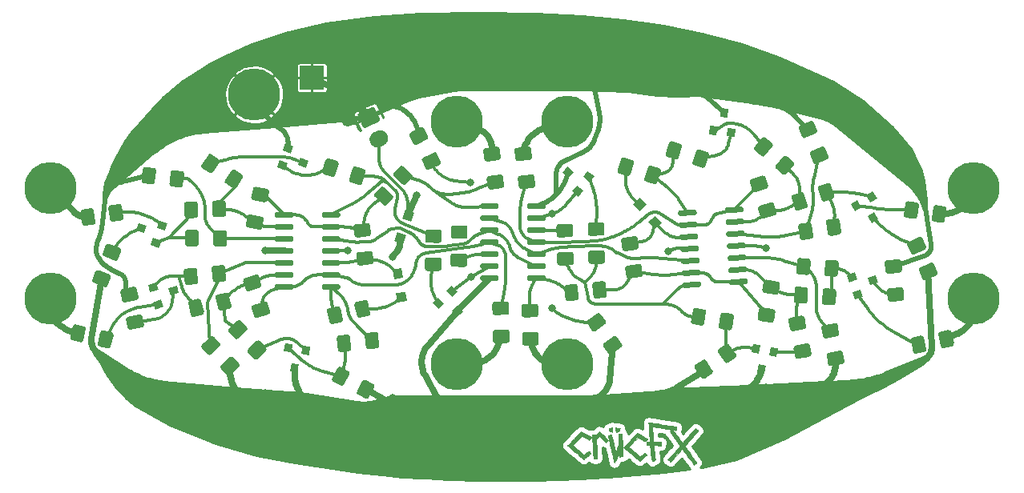
<source format=gbr>
%TF.GenerationSoftware,KiCad,Pcbnew,(5.1.6)-1*%
%TF.CreationDate,2020-10-05T10:15:19-05:00*%
%TF.ProjectId,DDD Charm,44444420-4368-4617-926d-2e6b69636164,rev?*%
%TF.SameCoordinates,Original*%
%TF.FileFunction,Copper,L1,Top*%
%TF.FilePolarity,Positive*%
%FSLAX46Y46*%
G04 Gerber Fmt 4.6, Leading zero omitted, Abs format (unit mm)*
G04 Created by KiCad (PCBNEW (5.1.6)-1) date 2020-10-05 10:15:19*
%MOMM*%
%LPD*%
G01*
G04 APERTURE LIST*
%TA.AperFunction,EtchedComponent*%
%ADD10C,0.010000*%
%TD*%
%TA.AperFunction,ComponentPad*%
%ADD11R,2.500000X2.500000*%
%TD*%
%TA.AperFunction,ComponentPad*%
%ADD12C,5.500000*%
%TD*%
%TA.AperFunction,SMDPad,CuDef*%
%ADD13C,0.100000*%
%TD*%
%TA.AperFunction,ViaPad*%
%ADD14C,0.800000*%
%TD*%
%TA.AperFunction,Conductor*%
%ADD15C,0.350000*%
%TD*%
%TA.AperFunction,Conductor*%
%ADD16C,0.500000*%
%TD*%
%TA.AperFunction,Conductor*%
%ADD17C,0.635000*%
%TD*%
%TA.AperFunction,Conductor*%
%ADD18C,0.254000*%
%TD*%
G04 APERTURE END LIST*
D10*
%TO.C,G\u002A\u002A\u002A*%
G36*
X272292231Y-135766390D02*
G01*
X272363986Y-135774181D01*
X272473007Y-135788662D01*
X272612782Y-135808916D01*
X272776801Y-135834030D01*
X272958552Y-135863088D01*
X272988690Y-135868017D01*
X273225259Y-135906740D01*
X273493832Y-135950554D01*
X273776052Y-135996475D01*
X274053565Y-136041517D01*
X274308012Y-136082696D01*
X274412550Y-136099566D01*
X274599630Y-136129849D01*
X274772172Y-136158022D01*
X274923201Y-136182925D01*
X275045741Y-136203402D01*
X275132816Y-136218293D01*
X275177450Y-136226440D01*
X275179854Y-136226963D01*
X275207910Y-136236685D01*
X275221007Y-136257285D01*
X275220903Y-136300942D01*
X275209354Y-136379830D01*
X275205356Y-136403696D01*
X275188725Y-136490510D01*
X275172501Y-136555963D01*
X275160980Y-136584515D01*
X275128849Y-136589030D01*
X275062745Y-136583873D01*
X274997274Y-136573709D01*
X274916708Y-136560895D01*
X274858785Y-136555574D01*
X274839006Y-136557714D01*
X274851446Y-136579232D01*
X274889779Y-136636048D01*
X274949783Y-136722297D01*
X275027235Y-136832110D01*
X275117912Y-136959624D01*
X275217593Y-137098973D01*
X275322054Y-137244289D01*
X275427074Y-137389707D01*
X275528429Y-137529361D01*
X275621897Y-137657386D01*
X275703256Y-137767915D01*
X275768283Y-137855082D01*
X275812755Y-137913022D01*
X275827554Y-137931020D01*
X275847845Y-137917078D01*
X275898314Y-137868831D01*
X275975311Y-137790144D01*
X276075185Y-137684884D01*
X276194286Y-137556916D01*
X276328965Y-137410106D01*
X276475569Y-137248320D01*
X276542324Y-137174043D01*
X277239134Y-136396788D01*
X277375939Y-136513664D01*
X277442428Y-136573685D01*
X277488803Y-136621772D01*
X277505698Y-136648146D01*
X277505519Y-136648969D01*
X277487425Y-136671317D01*
X277438779Y-136727431D01*
X277363215Y-136813225D01*
X277264363Y-136924612D01*
X277145854Y-137057503D01*
X277011322Y-137207811D01*
X276864396Y-137371449D01*
X276800844Y-137442083D01*
X276649561Y-137610501D01*
X276508987Y-137767733D01*
X276382794Y-137909618D01*
X276274649Y-138031998D01*
X276188224Y-138130713D01*
X276127188Y-138201603D01*
X276095211Y-138240510D01*
X276091366Y-138246217D01*
X276103365Y-138272486D01*
X276142623Y-138335287D01*
X276206049Y-138430161D01*
X276290551Y-138552648D01*
X276393037Y-138698291D01*
X276510415Y-138862631D01*
X276639593Y-139041209D01*
X276701488Y-139126036D01*
X276835927Y-139309928D01*
X276961194Y-139481541D01*
X277074035Y-139636396D01*
X277171194Y-139770011D01*
X277249413Y-139877907D01*
X277305438Y-139955604D01*
X277336012Y-139998620D01*
X277340570Y-140005419D01*
X277330507Y-140035281D01*
X277284831Y-140084523D01*
X277218600Y-140139305D01*
X277147869Y-140191796D01*
X277094880Y-140229412D01*
X277070887Y-140244170D01*
X277070772Y-140244177D01*
X277054031Y-140224428D01*
X277011017Y-140168572D01*
X276945535Y-140081693D01*
X276861390Y-139968876D01*
X276762386Y-139835207D01*
X276652326Y-139685769D01*
X276617634Y-139638504D01*
X276493702Y-139469536D01*
X276369675Y-139300460D01*
X276251589Y-139139500D01*
X276145478Y-138994881D01*
X276057376Y-138874829D01*
X275993317Y-138787566D01*
X275992621Y-138786618D01*
X275811819Y-138540404D01*
X275201442Y-139224721D01*
X275060733Y-139382094D01*
X274930687Y-139526809D01*
X274815197Y-139654591D01*
X274718158Y-139761160D01*
X274643463Y-139842241D01*
X274595007Y-139893557D01*
X274576794Y-139910845D01*
X274552262Y-139895864D01*
X274501138Y-139854748D01*
X274434131Y-139796145D01*
X274429018Y-139791516D01*
X274295512Y-139670382D01*
X274934201Y-138961120D01*
X275078279Y-138800618D01*
X275210993Y-138651804D01*
X275328590Y-138518960D01*
X275427316Y-138406369D01*
X275503417Y-138318315D01*
X275553141Y-138259081D01*
X275572733Y-138232949D01*
X275572891Y-138232338D01*
X275558323Y-138207990D01*
X275516860Y-138147294D01*
X275451867Y-138054959D01*
X275366707Y-137935697D01*
X275264744Y-137794218D01*
X275149341Y-137635234D01*
X275024307Y-137464061D01*
X274475723Y-136715304D01*
X274606217Y-136624469D01*
X274736711Y-136533635D01*
X273707562Y-136364402D01*
X273485010Y-136328103D01*
X273278445Y-136294985D01*
X273093211Y-136265863D01*
X272934652Y-136241549D01*
X272808109Y-136222858D01*
X272718926Y-136210604D01*
X272672447Y-136205601D01*
X272666938Y-136205864D01*
X272665931Y-136232820D01*
X272668536Y-136303092D01*
X272674210Y-136409163D01*
X272682405Y-136543518D01*
X272692579Y-136698637D01*
X272704187Y-136867004D01*
X272716682Y-137041101D01*
X272729522Y-137213411D01*
X272742160Y-137376418D01*
X272754053Y-137522602D01*
X272764655Y-137644448D01*
X272773421Y-137734437D01*
X272779807Y-137785053D01*
X272781978Y-137793291D01*
X272809754Y-137798211D01*
X272879563Y-137804925D01*
X272982498Y-137812730D01*
X273109648Y-137820925D01*
X273192637Y-137825669D01*
X273329540Y-137833522D01*
X273447142Y-137840994D01*
X273536646Y-137847467D01*
X273589257Y-137852325D01*
X273599448Y-137854201D01*
X273600438Y-137880919D01*
X273596703Y-137944810D01*
X273589046Y-138032344D01*
X273588564Y-138037207D01*
X273570984Y-138213518D01*
X273405221Y-138208609D01*
X273294433Y-138204072D01*
X273161036Y-138196823D01*
X273033248Y-138188400D01*
X273029066Y-138188091D01*
X272818674Y-138172482D01*
X272818674Y-138272657D01*
X272821439Y-138333853D01*
X272829077Y-138435934D01*
X272840606Y-138569120D01*
X272855045Y-138723629D01*
X272871409Y-138889680D01*
X272888717Y-139057492D01*
X272905986Y-139217283D01*
X272922234Y-139359273D01*
X272936478Y-139473680D01*
X272946005Y-139540247D01*
X272956725Y-139624246D01*
X272959862Y-139687870D01*
X272956265Y-139712956D01*
X272927805Y-139735197D01*
X272866941Y-139771460D01*
X272792267Y-139811100D01*
X272642065Y-139886922D01*
X272615325Y-139787618D01*
X272594805Y-139691736D01*
X272571892Y-139549084D01*
X272547107Y-139363817D01*
X272520975Y-139140084D01*
X272494018Y-138882038D01*
X272471313Y-138643926D01*
X272426320Y-138153012D01*
X272079116Y-138153012D01*
X272079464Y-138019127D01*
X272082013Y-137903435D01*
X272092992Y-137829888D01*
X272118490Y-137789678D01*
X272164594Y-137773999D01*
X272237394Y-137774044D01*
X272248452Y-137774703D01*
X272327359Y-137778107D01*
X272368086Y-137772171D01*
X272383280Y-137751802D01*
X272385567Y-137719478D01*
X272383840Y-137680040D01*
X272378770Y-137595865D01*
X272370771Y-137473081D01*
X272360257Y-137317816D01*
X272347644Y-137136198D01*
X272333347Y-136934356D01*
X272317781Y-136718418D01*
X272317771Y-136718280D01*
X272302667Y-136504872D01*
X272289507Y-136307733D01*
X272278611Y-136132585D01*
X272270302Y-135985153D01*
X272264901Y-135871162D01*
X272262729Y-135796334D01*
X272264110Y-135766395D01*
X272264252Y-135766203D01*
X272292231Y-135766390D01*
G37*
X272292231Y-135766390D02*
X272363986Y-135774181D01*
X272473007Y-135788662D01*
X272612782Y-135808916D01*
X272776801Y-135834030D01*
X272958552Y-135863088D01*
X272988690Y-135868017D01*
X273225259Y-135906740D01*
X273493832Y-135950554D01*
X273776052Y-135996475D01*
X274053565Y-136041517D01*
X274308012Y-136082696D01*
X274412550Y-136099566D01*
X274599630Y-136129849D01*
X274772172Y-136158022D01*
X274923201Y-136182925D01*
X275045741Y-136203402D01*
X275132816Y-136218293D01*
X275177450Y-136226440D01*
X275179854Y-136226963D01*
X275207910Y-136236685D01*
X275221007Y-136257285D01*
X275220903Y-136300942D01*
X275209354Y-136379830D01*
X275205356Y-136403696D01*
X275188725Y-136490510D01*
X275172501Y-136555963D01*
X275160980Y-136584515D01*
X275128849Y-136589030D01*
X275062745Y-136583873D01*
X274997274Y-136573709D01*
X274916708Y-136560895D01*
X274858785Y-136555574D01*
X274839006Y-136557714D01*
X274851446Y-136579232D01*
X274889779Y-136636048D01*
X274949783Y-136722297D01*
X275027235Y-136832110D01*
X275117912Y-136959624D01*
X275217593Y-137098973D01*
X275322054Y-137244289D01*
X275427074Y-137389707D01*
X275528429Y-137529361D01*
X275621897Y-137657386D01*
X275703256Y-137767915D01*
X275768283Y-137855082D01*
X275812755Y-137913022D01*
X275827554Y-137931020D01*
X275847845Y-137917078D01*
X275898314Y-137868831D01*
X275975311Y-137790144D01*
X276075185Y-137684884D01*
X276194286Y-137556916D01*
X276328965Y-137410106D01*
X276475569Y-137248320D01*
X276542324Y-137174043D01*
X277239134Y-136396788D01*
X277375939Y-136513664D01*
X277442428Y-136573685D01*
X277488803Y-136621772D01*
X277505698Y-136648146D01*
X277505519Y-136648969D01*
X277487425Y-136671317D01*
X277438779Y-136727431D01*
X277363215Y-136813225D01*
X277264363Y-136924612D01*
X277145854Y-137057503D01*
X277011322Y-137207811D01*
X276864396Y-137371449D01*
X276800844Y-137442083D01*
X276649561Y-137610501D01*
X276508987Y-137767733D01*
X276382794Y-137909618D01*
X276274649Y-138031998D01*
X276188224Y-138130713D01*
X276127188Y-138201603D01*
X276095211Y-138240510D01*
X276091366Y-138246217D01*
X276103365Y-138272486D01*
X276142623Y-138335287D01*
X276206049Y-138430161D01*
X276290551Y-138552648D01*
X276393037Y-138698291D01*
X276510415Y-138862631D01*
X276639593Y-139041209D01*
X276701488Y-139126036D01*
X276835927Y-139309928D01*
X276961194Y-139481541D01*
X277074035Y-139636396D01*
X277171194Y-139770011D01*
X277249413Y-139877907D01*
X277305438Y-139955604D01*
X277336012Y-139998620D01*
X277340570Y-140005419D01*
X277330507Y-140035281D01*
X277284831Y-140084523D01*
X277218600Y-140139305D01*
X277147869Y-140191796D01*
X277094880Y-140229412D01*
X277070887Y-140244170D01*
X277070772Y-140244177D01*
X277054031Y-140224428D01*
X277011017Y-140168572D01*
X276945535Y-140081693D01*
X276861390Y-139968876D01*
X276762386Y-139835207D01*
X276652326Y-139685769D01*
X276617634Y-139638504D01*
X276493702Y-139469536D01*
X276369675Y-139300460D01*
X276251589Y-139139500D01*
X276145478Y-138994881D01*
X276057376Y-138874829D01*
X275993317Y-138787566D01*
X275992621Y-138786618D01*
X275811819Y-138540404D01*
X275201442Y-139224721D01*
X275060733Y-139382094D01*
X274930687Y-139526809D01*
X274815197Y-139654591D01*
X274718158Y-139761160D01*
X274643463Y-139842241D01*
X274595007Y-139893557D01*
X274576794Y-139910845D01*
X274552262Y-139895864D01*
X274501138Y-139854748D01*
X274434131Y-139796145D01*
X274429018Y-139791516D01*
X274295512Y-139670382D01*
X274934201Y-138961120D01*
X275078279Y-138800618D01*
X275210993Y-138651804D01*
X275328590Y-138518960D01*
X275427316Y-138406369D01*
X275503417Y-138318315D01*
X275553141Y-138259081D01*
X275572733Y-138232949D01*
X275572891Y-138232338D01*
X275558323Y-138207990D01*
X275516860Y-138147294D01*
X275451867Y-138054959D01*
X275366707Y-137935697D01*
X275264744Y-137794218D01*
X275149341Y-137635234D01*
X275024307Y-137464061D01*
X274475723Y-136715304D01*
X274606217Y-136624469D01*
X274736711Y-136533635D01*
X273707562Y-136364402D01*
X273485010Y-136328103D01*
X273278445Y-136294985D01*
X273093211Y-136265863D01*
X272934652Y-136241549D01*
X272808109Y-136222858D01*
X272718926Y-136210604D01*
X272672447Y-136205601D01*
X272666938Y-136205864D01*
X272665931Y-136232820D01*
X272668536Y-136303092D01*
X272674210Y-136409163D01*
X272682405Y-136543518D01*
X272692579Y-136698637D01*
X272704187Y-136867004D01*
X272716682Y-137041101D01*
X272729522Y-137213411D01*
X272742160Y-137376418D01*
X272754053Y-137522602D01*
X272764655Y-137644448D01*
X272773421Y-137734437D01*
X272779807Y-137785053D01*
X272781978Y-137793291D01*
X272809754Y-137798211D01*
X272879563Y-137804925D01*
X272982498Y-137812730D01*
X273109648Y-137820925D01*
X273192637Y-137825669D01*
X273329540Y-137833522D01*
X273447142Y-137840994D01*
X273536646Y-137847467D01*
X273589257Y-137852325D01*
X273599448Y-137854201D01*
X273600438Y-137880919D01*
X273596703Y-137944810D01*
X273589046Y-138032344D01*
X273588564Y-138037207D01*
X273570984Y-138213518D01*
X273405221Y-138208609D01*
X273294433Y-138204072D01*
X273161036Y-138196823D01*
X273033248Y-138188400D01*
X273029066Y-138188091D01*
X272818674Y-138172482D01*
X272818674Y-138272657D01*
X272821439Y-138333853D01*
X272829077Y-138435934D01*
X272840606Y-138569120D01*
X272855045Y-138723629D01*
X272871409Y-138889680D01*
X272888717Y-139057492D01*
X272905986Y-139217283D01*
X272922234Y-139359273D01*
X272936478Y-139473680D01*
X272946005Y-139540247D01*
X272956725Y-139624246D01*
X272959862Y-139687870D01*
X272956265Y-139712956D01*
X272927805Y-139735197D01*
X272866941Y-139771460D01*
X272792267Y-139811100D01*
X272642065Y-139886922D01*
X272615325Y-139787618D01*
X272594805Y-139691736D01*
X272571892Y-139549084D01*
X272547107Y-139363817D01*
X272520975Y-139140084D01*
X272494018Y-138882038D01*
X272471313Y-138643926D01*
X272426320Y-138153012D01*
X272079116Y-138153012D01*
X272079464Y-138019127D01*
X272082013Y-137903435D01*
X272092992Y-137829888D01*
X272118490Y-137789678D01*
X272164594Y-137773999D01*
X272237394Y-137774044D01*
X272248452Y-137774703D01*
X272327359Y-137778107D01*
X272368086Y-137772171D01*
X272383280Y-137751802D01*
X272385567Y-137719478D01*
X272383840Y-137680040D01*
X272378770Y-137595865D01*
X272370771Y-137473081D01*
X272360257Y-137317816D01*
X272347644Y-137136198D01*
X272333347Y-136934356D01*
X272317781Y-136718418D01*
X272317771Y-136718280D01*
X272302667Y-136504872D01*
X272289507Y-136307733D01*
X272278611Y-136132585D01*
X272270302Y-135985153D01*
X272264901Y-135871162D01*
X272262729Y-135796334D01*
X272264110Y-135766395D01*
X272264252Y-135766203D01*
X272292231Y-135766390D01*
G36*
X269342971Y-136932226D02*
G01*
X269410613Y-136941390D01*
X269448783Y-136954718D01*
X269452337Y-136960793D01*
X269453428Y-136992071D01*
X269456580Y-137069112D01*
X269461568Y-137186728D01*
X269468168Y-137339730D01*
X269476154Y-137522930D01*
X269485302Y-137731138D01*
X269495386Y-137959166D01*
X269504975Y-138174755D01*
X269515514Y-138415019D01*
X269525012Y-138639226D01*
X269533280Y-138842323D01*
X269540127Y-139019263D01*
X269545363Y-139164994D01*
X269548800Y-139274466D01*
X269550247Y-139342629D01*
X269549676Y-139364499D01*
X269522154Y-139369458D01*
X269457341Y-139375269D01*
X269368908Y-139380720D01*
X269363152Y-139381009D01*
X269184638Y-139389860D01*
X269167389Y-139215348D01*
X269157623Y-139127033D01*
X269148417Y-139061451D01*
X269141722Y-139032438D01*
X269141586Y-139032282D01*
X269128941Y-139051785D01*
X269098366Y-139111157D01*
X269053047Y-139203841D01*
X268996173Y-139323280D01*
X268930927Y-139462914D01*
X268903815Y-139521618D01*
X268818149Y-139706228D01*
X268751122Y-139847115D01*
X268701106Y-139947361D01*
X268666473Y-140010047D01*
X268645597Y-140038254D01*
X268636849Y-140035066D01*
X268636345Y-140028053D01*
X268630793Y-140001079D01*
X268614822Y-139928917D01*
X268589457Y-139816083D01*
X268555725Y-139667093D01*
X268514651Y-139486462D01*
X268467263Y-139278707D01*
X268414587Y-139048342D01*
X268357647Y-138799883D01*
X268317315Y-138624194D01*
X268257787Y-138364568D01*
X268201655Y-138118777D01*
X268149973Y-137891509D01*
X268103797Y-137687455D01*
X268064184Y-137511303D01*
X268032189Y-137367744D01*
X268008868Y-137261466D01*
X267995277Y-137197160D01*
X267992164Y-137180115D01*
X267994925Y-137149133D01*
X268018114Y-137125939D01*
X268071853Y-137104452D01*
X268157417Y-137080855D01*
X268247942Y-137058726D01*
X268300876Y-137050247D01*
X268327733Y-137055276D01*
X268340026Y-137073668D01*
X268341633Y-137078556D01*
X268350172Y-137112350D01*
X268368746Y-137189945D01*
X268395970Y-137305433D01*
X268430464Y-137452904D01*
X268470845Y-137626451D01*
X268515730Y-137820165D01*
X268559862Y-138011323D01*
X268607273Y-138216516D01*
X268651131Y-138405355D01*
X268690119Y-138572234D01*
X268722916Y-138711551D01*
X268748205Y-138817700D01*
X268764666Y-138885076D01*
X268770928Y-138908069D01*
X268782896Y-138888078D01*
X268812412Y-138829192D01*
X268855852Y-138738919D01*
X268909589Y-138624763D01*
X268952742Y-138531732D01*
X269128878Y-138149791D01*
X269102921Y-137558480D01*
X269095988Y-137389668D01*
X269090670Y-137237986D01*
X269087152Y-137110820D01*
X269085617Y-137015557D01*
X269086250Y-136959583D01*
X269087677Y-136948042D01*
X269118212Y-136935133D01*
X269181272Y-136928556D01*
X269261358Y-136927767D01*
X269342971Y-136932226D01*
G37*
X269342971Y-136932226D02*
X269410613Y-136941390D01*
X269448783Y-136954718D01*
X269452337Y-136960793D01*
X269453428Y-136992071D01*
X269456580Y-137069112D01*
X269461568Y-137186728D01*
X269468168Y-137339730D01*
X269476154Y-137522930D01*
X269485302Y-137731138D01*
X269495386Y-137959166D01*
X269504975Y-138174755D01*
X269515514Y-138415019D01*
X269525012Y-138639226D01*
X269533280Y-138842323D01*
X269540127Y-139019263D01*
X269545363Y-139164994D01*
X269548800Y-139274466D01*
X269550247Y-139342629D01*
X269549676Y-139364499D01*
X269522154Y-139369458D01*
X269457341Y-139375269D01*
X269368908Y-139380720D01*
X269363152Y-139381009D01*
X269184638Y-139389860D01*
X269167389Y-139215348D01*
X269157623Y-139127033D01*
X269148417Y-139061451D01*
X269141722Y-139032438D01*
X269141586Y-139032282D01*
X269128941Y-139051785D01*
X269098366Y-139111157D01*
X269053047Y-139203841D01*
X268996173Y-139323280D01*
X268930927Y-139462914D01*
X268903815Y-139521618D01*
X268818149Y-139706228D01*
X268751122Y-139847115D01*
X268701106Y-139947361D01*
X268666473Y-140010047D01*
X268645597Y-140038254D01*
X268636849Y-140035066D01*
X268636345Y-140028053D01*
X268630793Y-140001079D01*
X268614822Y-139928917D01*
X268589457Y-139816083D01*
X268555725Y-139667093D01*
X268514651Y-139486462D01*
X268467263Y-139278707D01*
X268414587Y-139048342D01*
X268357647Y-138799883D01*
X268317315Y-138624194D01*
X268257787Y-138364568D01*
X268201655Y-138118777D01*
X268149973Y-137891509D01*
X268103797Y-137687455D01*
X268064184Y-137511303D01*
X268032189Y-137367744D01*
X268008868Y-137261466D01*
X267995277Y-137197160D01*
X267992164Y-137180115D01*
X267994925Y-137149133D01*
X268018114Y-137125939D01*
X268071853Y-137104452D01*
X268157417Y-137080855D01*
X268247942Y-137058726D01*
X268300876Y-137050247D01*
X268327733Y-137055276D01*
X268340026Y-137073668D01*
X268341633Y-137078556D01*
X268350172Y-137112350D01*
X268368746Y-137189945D01*
X268395970Y-137305433D01*
X268430464Y-137452904D01*
X268470845Y-137626451D01*
X268515730Y-137820165D01*
X268559862Y-138011323D01*
X268607273Y-138216516D01*
X268651131Y-138405355D01*
X268690119Y-138572234D01*
X268722916Y-138711551D01*
X268748205Y-138817700D01*
X268764666Y-138885076D01*
X268770928Y-138908069D01*
X268782896Y-138888078D01*
X268812412Y-138829192D01*
X268855852Y-138738919D01*
X268909589Y-138624763D01*
X268952742Y-138531732D01*
X269128878Y-138149791D01*
X269102921Y-137558480D01*
X269095988Y-137389668D01*
X269090670Y-137237986D01*
X269087152Y-137110820D01*
X269085617Y-137015557D01*
X269086250Y-136959583D01*
X269087677Y-136948042D01*
X269118212Y-136935133D01*
X269181272Y-136928556D01*
X269261358Y-136927767D01*
X269342971Y-136932226D01*
G36*
X271533486Y-137158568D02*
G01*
X271674920Y-137239421D01*
X271804310Y-137313693D01*
X271913965Y-137376943D01*
X271996189Y-137424732D01*
X272043291Y-137452618D01*
X272047766Y-137455384D01*
X272105674Y-137491828D01*
X272037340Y-137612028D01*
X271997328Y-137682918D01*
X271964624Y-137732633D01*
X271931530Y-137760728D01*
X271890343Y-137766755D01*
X271833364Y-137750269D01*
X271752892Y-137710822D01*
X271641226Y-137647968D01*
X271527612Y-137582458D01*
X271148293Y-137364332D01*
X270657379Y-137854060D01*
X270528270Y-137983362D01*
X270411869Y-138100906D01*
X270312835Y-138201910D01*
X270235824Y-138281591D01*
X270185496Y-138335166D01*
X270166509Y-138357854D01*
X270166466Y-138358088D01*
X270185239Y-138380965D01*
X270237623Y-138430748D01*
X270317718Y-138502506D01*
X270419621Y-138591309D01*
X270537431Y-138692224D01*
X270665245Y-138800323D01*
X270797163Y-138910672D01*
X270927281Y-139018343D01*
X271049700Y-139118404D01*
X271158516Y-139205924D01*
X271247828Y-139275972D01*
X271311734Y-139323617D01*
X271344334Y-139343930D01*
X271346771Y-139344221D01*
X271378221Y-139324083D01*
X271439895Y-139278744D01*
X271522474Y-139215217D01*
X271604145Y-139150549D01*
X271695778Y-139078360D01*
X271773168Y-139019785D01*
X271827598Y-138981268D01*
X271849718Y-138969077D01*
X271873736Y-138987216D01*
X271917603Y-139033070D01*
X271970248Y-139093786D01*
X272020601Y-139156516D01*
X272057591Y-139208409D01*
X272061683Y-139215108D01*
X272047461Y-139237671D01*
X272000432Y-139285445D01*
X271927984Y-139352243D01*
X271837503Y-139431877D01*
X271736379Y-139518162D01*
X271631998Y-139604910D01*
X271531749Y-139685935D01*
X271443018Y-139755049D01*
X271373193Y-139806067D01*
X271329663Y-139832802D01*
X271321097Y-139835305D01*
X271298192Y-139819051D01*
X271240651Y-139772894D01*
X271152496Y-139700205D01*
X271037747Y-139604352D01*
X270900425Y-139488707D01*
X270744553Y-139356637D01*
X270574151Y-139211514D01*
X270450100Y-139105440D01*
X269598896Y-138376414D01*
X270338004Y-137637305D01*
X271077113Y-136898196D01*
X271533486Y-137158568D01*
G37*
X271533486Y-137158568D02*
X271674920Y-137239421D01*
X271804310Y-137313693D01*
X271913965Y-137376943D01*
X271996189Y-137424732D01*
X272043291Y-137452618D01*
X272047766Y-137455384D01*
X272105674Y-137491828D01*
X272037340Y-137612028D01*
X271997328Y-137682918D01*
X271964624Y-137732633D01*
X271931530Y-137760728D01*
X271890343Y-137766755D01*
X271833364Y-137750269D01*
X271752892Y-137710822D01*
X271641226Y-137647968D01*
X271527612Y-137582458D01*
X271148293Y-137364332D01*
X270657379Y-137854060D01*
X270528270Y-137983362D01*
X270411869Y-138100906D01*
X270312835Y-138201910D01*
X270235824Y-138281591D01*
X270185496Y-138335166D01*
X270166509Y-138357854D01*
X270166466Y-138358088D01*
X270185239Y-138380965D01*
X270237623Y-138430748D01*
X270317718Y-138502506D01*
X270419621Y-138591309D01*
X270537431Y-138692224D01*
X270665245Y-138800323D01*
X270797163Y-138910672D01*
X270927281Y-139018343D01*
X271049700Y-139118404D01*
X271158516Y-139205924D01*
X271247828Y-139275972D01*
X271311734Y-139323617D01*
X271344334Y-139343930D01*
X271346771Y-139344221D01*
X271378221Y-139324083D01*
X271439895Y-139278744D01*
X271522474Y-139215217D01*
X271604145Y-139150549D01*
X271695778Y-139078360D01*
X271773168Y-139019785D01*
X271827598Y-138981268D01*
X271849718Y-138969077D01*
X271873736Y-138987216D01*
X271917603Y-139033070D01*
X271970248Y-139093786D01*
X272020601Y-139156516D01*
X272057591Y-139208409D01*
X272061683Y-139215108D01*
X272047461Y-139237671D01*
X272000432Y-139285445D01*
X271927984Y-139352243D01*
X271837503Y-139431877D01*
X271736379Y-139518162D01*
X271631998Y-139604910D01*
X271531749Y-139685935D01*
X271443018Y-139755049D01*
X271373193Y-139806067D01*
X271329663Y-139832802D01*
X271321097Y-139835305D01*
X271298192Y-139819051D01*
X271240651Y-139772894D01*
X271152496Y-139700205D01*
X271037747Y-139604352D01*
X270900425Y-139488707D01*
X270744553Y-139356637D01*
X270574151Y-139211514D01*
X270450100Y-139105440D01*
X269598896Y-138376414D01*
X270338004Y-137637305D01*
X271077113Y-136898196D01*
X271533486Y-137158568D01*
G36*
X265670471Y-137019405D02*
G01*
X266185620Y-137313468D01*
X266100426Y-137458161D01*
X266053733Y-137533203D01*
X266014895Y-137588021D01*
X265993309Y-137610013D01*
X265964982Y-137600252D01*
X265900452Y-137568696D01*
X265807469Y-137519423D01*
X265693784Y-137456510D01*
X265601606Y-137403984D01*
X265231827Y-137190795D01*
X264229937Y-138185353D01*
X264769135Y-138644604D01*
X264912550Y-138766821D01*
X265045323Y-138880096D01*
X265161880Y-138979661D01*
X265256642Y-139060749D01*
X265324033Y-139118591D01*
X265358477Y-139148420D01*
X265359337Y-139149182D01*
X265382006Y-139166569D01*
X265405483Y-139171878D01*
X265437535Y-139161089D01*
X265485930Y-139130184D01*
X265558433Y-139075144D01*
X265662084Y-138992535D01*
X265758692Y-138916114D01*
X265841125Y-138852949D01*
X265901237Y-138809136D01*
X265930886Y-138790768D01*
X265931962Y-138790562D01*
X265958278Y-138810833D01*
X266010139Y-138868901D01*
X266084025Y-138960652D01*
X266141951Y-139036082D01*
X266130967Y-139063686D01*
X266078208Y-139119933D01*
X265983936Y-139204579D01*
X265848411Y-139317379D01*
X265794066Y-139361232D01*
X265676185Y-139454863D01*
X265571491Y-139536332D01*
X265486603Y-139600626D01*
X265428139Y-139642730D01*
X265402800Y-139657631D01*
X265379453Y-139641584D01*
X265321474Y-139595702D01*
X265232931Y-139523370D01*
X265117894Y-139427973D01*
X264980431Y-139312897D01*
X264824611Y-139181528D01*
X264654503Y-139037250D01*
X264541442Y-138940920D01*
X264364754Y-138789869D01*
X264200414Y-138648893D01*
X264052416Y-138521456D01*
X263924758Y-138411020D01*
X263821434Y-138321048D01*
X263746442Y-138255005D01*
X263703776Y-138216352D01*
X263695290Y-138207613D01*
X263711333Y-138186596D01*
X263759813Y-138133529D01*
X263836967Y-138052294D01*
X263939033Y-137946770D01*
X264062247Y-137820837D01*
X264202846Y-137678375D01*
X264357067Y-137523266D01*
X264422097Y-137458180D01*
X265155321Y-136725342D01*
X265670471Y-137019405D01*
G37*
X265670471Y-137019405D02*
X266185620Y-137313468D01*
X266100426Y-137458161D01*
X266053733Y-137533203D01*
X266014895Y-137588021D01*
X265993309Y-137610013D01*
X265964982Y-137600252D01*
X265900452Y-137568696D01*
X265807469Y-137519423D01*
X265693784Y-137456510D01*
X265601606Y-137403984D01*
X265231827Y-137190795D01*
X264229937Y-138185353D01*
X264769135Y-138644604D01*
X264912550Y-138766821D01*
X265045323Y-138880096D01*
X265161880Y-138979661D01*
X265256642Y-139060749D01*
X265324033Y-139118591D01*
X265358477Y-139148420D01*
X265359337Y-139149182D01*
X265382006Y-139166569D01*
X265405483Y-139171878D01*
X265437535Y-139161089D01*
X265485930Y-139130184D01*
X265558433Y-139075144D01*
X265662084Y-138992535D01*
X265758692Y-138916114D01*
X265841125Y-138852949D01*
X265901237Y-138809136D01*
X265930886Y-138790768D01*
X265931962Y-138790562D01*
X265958278Y-138810833D01*
X266010139Y-138868901D01*
X266084025Y-138960652D01*
X266141951Y-139036082D01*
X266130967Y-139063686D01*
X266078208Y-139119933D01*
X265983936Y-139204579D01*
X265848411Y-139317379D01*
X265794066Y-139361232D01*
X265676185Y-139454863D01*
X265571491Y-139536332D01*
X265486603Y-139600626D01*
X265428139Y-139642730D01*
X265402800Y-139657631D01*
X265379453Y-139641584D01*
X265321474Y-139595702D01*
X265232931Y-139523370D01*
X265117894Y-139427973D01*
X264980431Y-139312897D01*
X264824611Y-139181528D01*
X264654503Y-139037250D01*
X264541442Y-138940920D01*
X264364754Y-138789869D01*
X264200414Y-138648893D01*
X264052416Y-138521456D01*
X263924758Y-138411020D01*
X263821434Y-138321048D01*
X263746442Y-138255005D01*
X263703776Y-138216352D01*
X263695290Y-138207613D01*
X263711333Y-138186596D01*
X263759813Y-138133529D01*
X263836967Y-138052294D01*
X263939033Y-137946770D01*
X264062247Y-137820837D01*
X264202846Y-137678375D01*
X264357067Y-137523266D01*
X264422097Y-137458180D01*
X265155321Y-136725342D01*
X265670471Y-137019405D01*
G36*
X267166615Y-136818981D02*
G01*
X267227761Y-136875963D01*
X267317115Y-136959869D01*
X267425940Y-137062460D01*
X267545497Y-137175501D01*
X267654275Y-137278629D01*
X268011061Y-137617348D01*
X267748105Y-137880304D01*
X267413869Y-137563997D01*
X267305643Y-137462238D01*
X267209708Y-137373285D01*
X267132352Y-137302867D01*
X267079864Y-137256715D01*
X267058997Y-137240631D01*
X267034183Y-137255350D01*
X266984743Y-137300691D01*
X266919204Y-137368515D01*
X266881256Y-137410342D01*
X266724151Y-137587113D01*
X266776336Y-138586960D01*
X266787638Y-138807327D01*
X266797708Y-139011222D01*
X266806305Y-139193153D01*
X266813187Y-139347630D01*
X266818111Y-139469161D01*
X266820836Y-139552255D01*
X266821119Y-139591419D01*
X266820736Y-139593758D01*
X266786941Y-139603230D01*
X266721200Y-139609244D01*
X266639433Y-139611737D01*
X266557556Y-139610642D01*
X266491487Y-139605894D01*
X266457142Y-139597428D01*
X266455473Y-139595257D01*
X266450419Y-139558223D01*
X266443072Y-139477335D01*
X266433796Y-139358593D01*
X266422952Y-139207994D01*
X266410903Y-139031540D01*
X266398012Y-138835228D01*
X266384640Y-138625058D01*
X266371150Y-138407031D01*
X266357905Y-138187143D01*
X266345266Y-137971396D01*
X266333597Y-137765788D01*
X266323259Y-137576318D01*
X266314616Y-137408986D01*
X266308029Y-137269792D01*
X266303860Y-137164733D01*
X266302473Y-137099810D01*
X266303588Y-137080832D01*
X266340121Y-137065229D01*
X266421377Y-137058643D01*
X266507408Y-137059928D01*
X266693508Y-137067694D01*
X266864624Y-136882873D01*
X267035741Y-136698051D01*
X267166615Y-136818981D01*
G37*
X267166615Y-136818981D02*
X267227761Y-136875963D01*
X267317115Y-136959869D01*
X267425940Y-137062460D01*
X267545497Y-137175501D01*
X267654275Y-137278629D01*
X268011061Y-137617348D01*
X267748105Y-137880304D01*
X267413869Y-137563997D01*
X267305643Y-137462238D01*
X267209708Y-137373285D01*
X267132352Y-137302867D01*
X267079864Y-137256715D01*
X267058997Y-137240631D01*
X267034183Y-137255350D01*
X266984743Y-137300691D01*
X266919204Y-137368515D01*
X266881256Y-137410342D01*
X266724151Y-137587113D01*
X266776336Y-138586960D01*
X266787638Y-138807327D01*
X266797708Y-139011222D01*
X266806305Y-139193153D01*
X266813187Y-139347630D01*
X266818111Y-139469161D01*
X266820836Y-139552255D01*
X266821119Y-139591419D01*
X266820736Y-139593758D01*
X266786941Y-139603230D01*
X266721200Y-139609244D01*
X266639433Y-139611737D01*
X266557556Y-139610642D01*
X266491487Y-139605894D01*
X266457142Y-139597428D01*
X266455473Y-139595257D01*
X266450419Y-139558223D01*
X266443072Y-139477335D01*
X266433796Y-139358593D01*
X266422952Y-139207994D01*
X266410903Y-139031540D01*
X266398012Y-138835228D01*
X266384640Y-138625058D01*
X266371150Y-138407031D01*
X266357905Y-138187143D01*
X266345266Y-137971396D01*
X266333597Y-137765788D01*
X266323259Y-137576318D01*
X266314616Y-137408986D01*
X266308029Y-137269792D01*
X266303860Y-137164733D01*
X266302473Y-137099810D01*
X266303588Y-137080832D01*
X266340121Y-137065229D01*
X266421377Y-137058643D01*
X266507408Y-137059928D01*
X266693508Y-137067694D01*
X266864624Y-136882873D01*
X267035741Y-136698051D01*
X267166615Y-136818981D01*
G36*
X268446728Y-136290460D02*
G01*
X268453095Y-136353749D01*
X268456997Y-136446626D01*
X268457831Y-136520884D01*
X268456058Y-136627502D01*
X268451278Y-136711566D01*
X268444295Y-136762463D01*
X268438704Y-136772712D01*
X268403423Y-136766896D01*
X268338545Y-136756250D01*
X268314503Y-136752310D01*
X268192713Y-136720264D01*
X268112042Y-136666098D01*
X268064515Y-136581522D01*
X268055364Y-136533635D01*
X268253815Y-136533635D01*
X268266566Y-136546386D01*
X268279317Y-136533635D01*
X268266566Y-136520884D01*
X268253815Y-136533635D01*
X268055364Y-136533635D01*
X268043271Y-136470362D01*
X268044691Y-136436984D01*
X268062942Y-136410774D01*
X268107444Y-136385000D01*
X268187615Y-136352926D01*
X268228313Y-136338076D01*
X268320350Y-136305491D01*
X268393501Y-136280753D01*
X268434866Y-136268192D01*
X268438704Y-136267463D01*
X268446728Y-136290460D01*
G37*
X268446728Y-136290460D02*
X268453095Y-136353749D01*
X268456997Y-136446626D01*
X268457831Y-136520884D01*
X268456058Y-136627502D01*
X268451278Y-136711566D01*
X268444295Y-136762463D01*
X268438704Y-136772712D01*
X268403423Y-136766896D01*
X268338545Y-136756250D01*
X268314503Y-136752310D01*
X268192713Y-136720264D01*
X268112042Y-136666098D01*
X268064515Y-136581522D01*
X268055364Y-136533635D01*
X268253815Y-136533635D01*
X268266566Y-136546386D01*
X268279317Y-136533635D01*
X268266566Y-136520884D01*
X268253815Y-136533635D01*
X268055364Y-136533635D01*
X268043271Y-136470362D01*
X268044691Y-136436984D01*
X268062942Y-136410774D01*
X268107444Y-136385000D01*
X268187615Y-136352926D01*
X268228313Y-136338076D01*
X268320350Y-136305491D01*
X268393501Y-136280753D01*
X268434866Y-136268192D01*
X268438704Y-136267463D01*
X268446728Y-136290460D01*
G36*
X268833986Y-136326632D02*
G01*
X268915385Y-136337775D01*
X269018136Y-136350572D01*
X269076845Y-136357387D01*
X269224072Y-136373896D01*
X269207322Y-136466516D01*
X269167069Y-136601605D01*
X269101899Y-136694210D01*
X269030751Y-136739660D01*
X268967331Y-136764222D01*
X268924534Y-136770942D01*
X268876356Y-136762653D01*
X268859505Y-136758328D01*
X268818540Y-136726376D01*
X268802332Y-136691156D01*
X268769745Y-136545905D01*
X268748865Y-136443434D01*
X268740300Y-136376742D01*
X268744658Y-136338826D01*
X268762546Y-136322685D01*
X268794574Y-136321317D01*
X268833986Y-136326632D01*
G37*
X268833986Y-136326632D02*
X268915385Y-136337775D01*
X269018136Y-136350572D01*
X269076845Y-136357387D01*
X269224072Y-136373896D01*
X269207322Y-136466516D01*
X269167069Y-136601605D01*
X269101899Y-136694210D01*
X269030751Y-136739660D01*
X268967331Y-136764222D01*
X268924534Y-136770942D01*
X268876356Y-136762653D01*
X268859505Y-136758328D01*
X268818540Y-136726376D01*
X268802332Y-136691156D01*
X268769745Y-136545905D01*
X268748865Y-136443434D01*
X268740300Y-136376742D01*
X268744658Y-136338826D01*
X268762546Y-136322685D01*
X268794574Y-136321317D01*
X268833986Y-136326632D01*
%TD*%
D11*
%TO.P,REF\u002A\u002A,1*%
%TO.N,GND*%
X236700000Y-99300000D03*
%TD*%
D12*
%TO.P,.,*%
%TO.N,GND*%
X230600000Y-101100000D03*
%TD*%
%TO.P,.,2*%
%TO.N,N/C*%
%TA.AperFunction,SMDPad,CuDef*%
G36*
G01*
X250155721Y-116777041D02*
X248905768Y-116766132D01*
G75*
G02*
X248657960Y-116513960I2182J249990D01*
G01*
X248666032Y-115588996D01*
G75*
G02*
X248918204Y-115341188I249990J-2182D01*
G01*
X250168156Y-115352096D01*
G75*
G02*
X250415964Y-115604268I-2182J-249990D01*
G01*
X250407892Y-116529232D01*
G75*
G02*
X250155720Y-116777040I-249990J2182D01*
G01*
G37*
%TD.AperFunction*%
%TO.P,.,1*%
%TA.AperFunction,SMDPad,CuDef*%
G36*
G01*
X250129759Y-119751927D02*
X248879806Y-119741018D01*
G75*
G02*
X248631998Y-119488846I2182J249990D01*
G01*
X248640070Y-118563882D01*
G75*
G02*
X248892242Y-118316074I249990J-2182D01*
G01*
X250142194Y-118326982D01*
G75*
G02*
X250390002Y-118579154I-2182J-249990D01*
G01*
X250381930Y-119504118D01*
G75*
G02*
X250129758Y-119751926I-249990J2182D01*
G01*
G37*
%TD.AperFunction*%
%TD*%
%TO.P,.,1*%
%TO.N,N/C*%
%TA.AperFunction,SMDPad,CuDef*%
G36*
G01*
X252844778Y-119325370D02*
X251594825Y-119314461D01*
G75*
G02*
X251347017Y-119062289I2182J249990D01*
G01*
X251355089Y-118137325D01*
G75*
G02*
X251607261Y-117889517I249990J-2182D01*
G01*
X252857213Y-117900425D01*
G75*
G02*
X253105021Y-118152597I-2182J-249990D01*
G01*
X253096949Y-119077561D01*
G75*
G02*
X252844777Y-119325369I-249990J2182D01*
G01*
G37*
%TD.AperFunction*%
%TO.P,.,2*%
%TA.AperFunction,SMDPad,CuDef*%
G36*
G01*
X252870740Y-116350484D02*
X251620787Y-116339575D01*
G75*
G02*
X251372979Y-116087403I2182J249990D01*
G01*
X251381051Y-115162439D01*
G75*
G02*
X251633223Y-114914631I249990J-2182D01*
G01*
X252883175Y-114925539D01*
G75*
G02*
X253130983Y-115177711I-2182J-249990D01*
G01*
X253122911Y-116102675D01*
G75*
G02*
X252870739Y-116350483I-249990J2182D01*
G01*
G37*
%TD.AperFunction*%
%TD*%
%TO.P,.,2*%
%TO.N,GND*%
%TA.AperFunction,SMDPad,CuDef*%
G36*
G01*
X248855531Y-105824552D02*
X247736863Y-106382300D01*
G75*
G02*
X247401580Y-106270115I-111549J223734D01*
G01*
X246988847Y-105442300D01*
G75*
G02*
X247101032Y-105107017I223734J111549D01*
G01*
X248219699Y-104549270D01*
G75*
G02*
X248554982Y-104661455I111549J-223734D01*
G01*
X248967715Y-105489270D01*
G75*
G02*
X248855530Y-105824553I-223734J-111549D01*
G01*
G37*
%TD.AperFunction*%
%TO.P,.,1*%
%TO.N,J1*%
%TA.AperFunction,SMDPad,CuDef*%
G36*
G01*
X250182969Y-108486982D02*
X249064301Y-109044730D01*
G75*
G02*
X248729018Y-108932545I-111549J223734D01*
G01*
X248316285Y-108104730D01*
G75*
G02*
X248428470Y-107769447I223734J111549D01*
G01*
X249547137Y-107211700D01*
G75*
G02*
X249882420Y-107323885I111549J-223734D01*
G01*
X250295153Y-108151700D01*
G75*
G02*
X250182968Y-108486983I-223734J-111549D01*
G01*
G37*
%TD.AperFunction*%
%TD*%
%TO.P,.,1*%
%TO.N,N/C*%
%TA.AperFunction,SMDPad,CuDef*%
G36*
G01*
X256794173Y-110964021D02*
X255553490Y-111116358D01*
G75*
G02*
X255274886Y-110898688I-30467J248137D01*
G01*
X255162157Y-109980583D01*
G75*
G02*
X255379827Y-109701979I248137J30467D01*
G01*
X256620510Y-109549642D01*
G75*
G02*
X256899114Y-109767312I30467J-248137D01*
G01*
X257011843Y-110685417D01*
G75*
G02*
X256794173Y-110964021I-248137J-30467D01*
G01*
G37*
%TD.AperFunction*%
%TO.P,.,2*%
%TO.N,I1*%
%TA.AperFunction,SMDPad,CuDef*%
G36*
G01*
X256431611Y-108011197D02*
X255190928Y-108163534D01*
G75*
G02*
X254912324Y-107945864I-30467J248137D01*
G01*
X254799595Y-107027759D01*
G75*
G02*
X255017265Y-106749155I248137J30467D01*
G01*
X256257948Y-106596818D01*
G75*
G02*
X256536552Y-106814488I30467J-248137D01*
G01*
X256649281Y-107732593D01*
G75*
G02*
X256431611Y-108011197I-248137J-30467D01*
G01*
G37*
%TD.AperFunction*%
%TD*%
%TO.P,.,2*%
%TO.N,I2*%
%TA.AperFunction,SMDPad,CuDef*%
G36*
G01*
X259723892Y-107983609D02*
X258483209Y-108135946D01*
G75*
G02*
X258204605Y-107918276I-30467J248137D01*
G01*
X258091876Y-107000171D01*
G75*
G02*
X258309546Y-106721567I248137J30467D01*
G01*
X259550229Y-106569230D01*
G75*
G02*
X259828833Y-106786900I30467J-248137D01*
G01*
X259941562Y-107705005D01*
G75*
G02*
X259723892Y-107983609I-248137J-30467D01*
G01*
G37*
%TD.AperFunction*%
%TO.P,.,1*%
%TO.N,N/C*%
%TA.AperFunction,SMDPad,CuDef*%
G36*
G01*
X260086454Y-110936433D02*
X258845771Y-111088770D01*
G75*
G02*
X258567167Y-110871100I-30467J248137D01*
G01*
X258454438Y-109952995D01*
G75*
G02*
X258672108Y-109674391I248137J30467D01*
G01*
X259912791Y-109522054D01*
G75*
G02*
X260191395Y-109739724I30467J-248137D01*
G01*
X260304124Y-110657829D01*
G75*
G02*
X260086454Y-110936433I-248137J-30467D01*
G01*
G37*
%TD.AperFunction*%
%TD*%
%TO.P,.,1*%
%TO.N,N/C*%
%TA.AperFunction,SMDPad,CuDef*%
G36*
G01*
X264103300Y-119144757D02*
X262853490Y-119166572D01*
G75*
G02*
X262599165Y-118920973I-4363J249962D01*
G01*
X262583021Y-117996114D01*
G75*
G02*
X262828620Y-117741789I249962J4363D01*
G01*
X264078430Y-117719974D01*
G75*
G02*
X264332755Y-117965573I4363J-249962D01*
G01*
X264348899Y-118890432D01*
G75*
G02*
X264103300Y-119144757I-249962J-4363D01*
G01*
G37*
%TD.AperFunction*%
%TO.P,.,2*%
%TA.AperFunction,SMDPad,CuDef*%
G36*
G01*
X264051380Y-116170211D02*
X262801570Y-116192026D01*
G75*
G02*
X262547245Y-115946427I-4363J249962D01*
G01*
X262531101Y-115021568D01*
G75*
G02*
X262776700Y-114767243I249962J4363D01*
G01*
X264026510Y-114745428D01*
G75*
G02*
X264280835Y-114991027I4363J-249962D01*
G01*
X264296979Y-115915886D01*
G75*
G02*
X264051380Y-116170211I-249962J-4363D01*
G01*
G37*
%TD.AperFunction*%
%TD*%
%TO.P,.,2*%
%TO.N,N/C*%
%TA.AperFunction,SMDPad,CuDef*%
G36*
G01*
X289428868Y-107104940D02*
X290575193Y-106606504D01*
G75*
G02*
X290904145Y-106736082I99687J-229265D01*
G01*
X291272988Y-107584362D01*
G75*
G02*
X291143410Y-107913314I-229265J-99687D01*
G01*
X289997085Y-108411750D01*
G75*
G02*
X289668133Y-108282172I-99687J229265D01*
G01*
X289299290Y-107433892D01*
G75*
G02*
X289428868Y-107104940I229265J99687D01*
G01*
G37*
%TD.AperFunction*%
%TO.P,.,1*%
%TO.N,GND*%
%TA.AperFunction,SMDPad,CuDef*%
G36*
G01*
X288242590Y-104376686D02*
X289388915Y-103878250D01*
G75*
G02*
X289717867Y-104007828I99687J-229265D01*
G01*
X290086710Y-104856108D01*
G75*
G02*
X289957132Y-105185060I-229265J-99687D01*
G01*
X288810807Y-105683496D01*
G75*
G02*
X288481855Y-105553918I-99687J229265D01*
G01*
X288113012Y-104705638D01*
G75*
G02*
X288242590Y-104376686I229265J99687D01*
G01*
G37*
%TD.AperFunction*%
%TD*%
%TO.P,.,2*%
%TO.N,N/C*%
%TA.AperFunction,SMDPad,CuDef*%
G36*
G01*
X289373600Y-118695853D02*
X289297290Y-119943521D01*
G75*
G02*
X289032494Y-120177793I-249534J15262D01*
G01*
X288109219Y-120121323D01*
G75*
G02*
X287874947Y-119856527I15262J249534D01*
G01*
X287951258Y-118608859D01*
G75*
G02*
X288216054Y-118374587I249534J-15262D01*
G01*
X289139329Y-118431057D01*
G75*
G02*
X289373601Y-118695853I-15262J-249534D01*
G01*
G37*
%TD.AperFunction*%
%TO.P,.,1*%
%TA.AperFunction,SMDPad,CuDef*%
G36*
G01*
X292343052Y-118877473D02*
X292266742Y-120125141D01*
G75*
G02*
X292001946Y-120359413I-249534J15262D01*
G01*
X291078671Y-120302943D01*
G75*
G02*
X290844399Y-120038147I15262J249534D01*
G01*
X290920710Y-118790479D01*
G75*
G02*
X291185506Y-118556207I249534J-15262D01*
G01*
X292108781Y-118612677D01*
G75*
G02*
X292343053Y-118877473I-15262J-249534D01*
G01*
G37*
%TD.AperFunction*%
%TD*%
%TO.P,.,1*%
%TO.N,N/C*%
%TA.AperFunction,SMDPad,CuDef*%
G36*
G01*
X273553602Y-109202527D02*
X273188138Y-110397908D01*
G75*
G02*
X272875969Y-110563891I-239076J73093D01*
G01*
X271991387Y-110293448D01*
G75*
G02*
X271825404Y-109981279I73093J239076D01*
G01*
X272190868Y-108785898D01*
G75*
G02*
X272503037Y-108619915I239076J-73093D01*
G01*
X273387619Y-108890358D01*
G75*
G02*
X273553602Y-109202527I-73093J-239076D01*
G01*
G37*
%TD.AperFunction*%
%TO.P,.,2*%
%TA.AperFunction,SMDPad,CuDef*%
G36*
G01*
X270708596Y-108332721D02*
X270343132Y-109528102D01*
G75*
G02*
X270030963Y-109694085I-239076J73093D01*
G01*
X269146381Y-109423642D01*
G75*
G02*
X268980398Y-109111473I73093J239076D01*
G01*
X269345862Y-107916092D01*
G75*
G02*
X269658031Y-107750109I239076J-73093D01*
G01*
X270542613Y-108020552D01*
G75*
G02*
X270708596Y-108332721I-73093J-239076D01*
G01*
G37*
%TD.AperFunction*%
%TD*%
%TO.P,.,2*%
%TO.N,N/C*%
%TA.AperFunction,SMDPad,CuDef*%
G36*
G01*
X267361380Y-116008211D02*
X266111570Y-116030026D01*
G75*
G02*
X265857245Y-115784427I-4363J249962D01*
G01*
X265841101Y-114859568D01*
G75*
G02*
X266086700Y-114605243I249962J4363D01*
G01*
X267336510Y-114583428D01*
G75*
G02*
X267590835Y-114829027I4363J-249962D01*
G01*
X267606979Y-115753886D01*
G75*
G02*
X267361380Y-116008211I-249962J-4363D01*
G01*
G37*
%TD.AperFunction*%
%TO.P,.,1*%
%TA.AperFunction,SMDPad,CuDef*%
G36*
G01*
X267413300Y-118982757D02*
X266163490Y-119004572D01*
G75*
G02*
X265909165Y-118758973I-4363J249962D01*
G01*
X265893021Y-117834114D01*
G75*
G02*
X266138620Y-117579789I249962J4363D01*
G01*
X267388430Y-117557974D01*
G75*
G02*
X267642755Y-117803573I4363J-249962D01*
G01*
X267658899Y-118728432D01*
G75*
G02*
X267413300Y-118982757I-249962J-4363D01*
G01*
G37*
%TD.AperFunction*%
%TD*%
%TO.P,.,2*%
%TO.N,N/C*%
%TA.AperFunction,SMDPad,CuDef*%
G36*
G01*
X278353783Y-124091660D02*
X278147473Y-125324517D01*
G75*
G02*
X277859640Y-125529826I-246571J41262D01*
G01*
X276947326Y-125377157D01*
G75*
G02*
X276742017Y-125089324I41262J246571D01*
G01*
X276948327Y-123856467D01*
G75*
G02*
X277236160Y-123651158I246571J-41262D01*
G01*
X278148474Y-123803827D01*
G75*
G02*
X278353783Y-124091660I-41262J-246571D01*
G01*
G37*
%TD.AperFunction*%
%TO.P,.,1*%
%TA.AperFunction,SMDPad,CuDef*%
G36*
G01*
X281287983Y-124582676D02*
X281081673Y-125815533D01*
G75*
G02*
X280793840Y-126020842I-246571J41262D01*
G01*
X279881526Y-125868173D01*
G75*
G02*
X279676217Y-125580340I41262J246571D01*
G01*
X279882527Y-124347483D01*
G75*
G02*
X280170360Y-124142174I246571J-41262D01*
G01*
X281082674Y-124294843D01*
G75*
G02*
X281287983Y-124582676I-41262J-246571D01*
G01*
G37*
%TD.AperFunction*%
%TD*%
%TO.P,1nF,2*%
%TO.N,N/C*%
%TA.AperFunction,SMDPad,CuDef*%
G36*
G01*
X285714957Y-122266887D02*
X284480865Y-122060370D01*
G75*
G02*
X284276070Y-121773257I41159J245954D01*
G01*
X284428946Y-120859708D01*
G75*
G02*
X284716059Y-120654913I245954J-41159D01*
G01*
X285950151Y-120861430D01*
G75*
G02*
X286154946Y-121148543I-41159J-245954D01*
G01*
X286002070Y-122062092D01*
G75*
G02*
X285714957Y-122266887I-245954J41159D01*
G01*
G37*
%TD.AperFunction*%
%TO.P,1nF,1*%
%TA.AperFunction,SMDPad,CuDef*%
G36*
G01*
X285223941Y-125201087D02*
X283989849Y-124994570D01*
G75*
G02*
X283785054Y-124707457I41159J245954D01*
G01*
X283937930Y-123793908D01*
G75*
G02*
X284225043Y-123589113I245954J-41159D01*
G01*
X285459135Y-123795630D01*
G75*
G02*
X285663930Y-124082743I-41159J-245954D01*
G01*
X285511054Y-124996292D01*
G75*
G02*
X285223941Y-125201087I-245954J41159D01*
G01*
G37*
%TD.AperFunction*%
%TD*%
%TO.P,.,1*%
%TO.N,N/C*%
%TA.AperFunction,SMDPad,CuDef*%
G36*
G01*
X229395509Y-109898082D02*
X228705588Y-110940439D01*
G75*
G02*
X228359133Y-111010926I-208471J137984D01*
G01*
X227587788Y-110500385D01*
G75*
G02*
X227517301Y-110153930I137984J208471D01*
G01*
X228207222Y-109111573D01*
G75*
G02*
X228553677Y-109041086I208471J-137984D01*
G01*
X229325022Y-109551627D01*
G75*
G02*
X229395509Y-109898082I-137984J-208471D01*
G01*
G37*
%TD.AperFunction*%
%TO.P,.,2*%
%TO.N,1*%
%TA.AperFunction,SMDPad,CuDef*%
G36*
G01*
X226914699Y-108256070D02*
X226224778Y-109298427D01*
G75*
G02*
X225878323Y-109368914I-208471J137984D01*
G01*
X225106978Y-108858373D01*
G75*
G02*
X225036491Y-108511918I137984J208471D01*
G01*
X225726412Y-107469561D01*
G75*
G02*
X226072867Y-107399074I208471J-137984D01*
G01*
X226844212Y-107909615D01*
G75*
G02*
X226914699Y-108256070I-137984J-208471D01*
G01*
G37*
%TD.AperFunction*%
%TD*%
%TO.P,.,2*%
%TO.N,N/C*%
%TA.AperFunction,SMDPad,CuDef*%
G36*
G01*
X257277380Y-124395211D02*
X256027570Y-124417026D01*
G75*
G02*
X255773245Y-124171427I-4363J249962D01*
G01*
X255757101Y-123246568D01*
G75*
G02*
X256002700Y-122992243I249962J4363D01*
G01*
X257252510Y-122970428D01*
G75*
G02*
X257506835Y-123216027I4363J-249962D01*
G01*
X257522979Y-124140886D01*
G75*
G02*
X257277380Y-124395211I-249962J-4363D01*
G01*
G37*
%TD.AperFunction*%
%TO.P,.,1*%
%TO.N,I3*%
%TA.AperFunction,SMDPad,CuDef*%
G36*
G01*
X257329300Y-127369757D02*
X256079490Y-127391572D01*
G75*
G02*
X255825165Y-127145973I-4363J249962D01*
G01*
X255809021Y-126221114D01*
G75*
G02*
X256054620Y-125966789I249962J4363D01*
G01*
X257304430Y-125944974D01*
G75*
G02*
X257558755Y-126190573I4363J-249962D01*
G01*
X257574899Y-127115432D01*
G75*
G02*
X257329300Y-127369757I-249962J-4363D01*
G01*
G37*
%TD.AperFunction*%
%TD*%
%TA.AperFunction,SMDPad,CuDef*%
D13*
%TO.P,.,1*%
%TO.N,N/C*%
G36*
X285188032Y-127805510D02*
G01*
X285974636Y-127951299D01*
X285810624Y-128836228D01*
X285024020Y-128690439D01*
X285188032Y-127805510D01*
G37*
%TD.AperFunction*%
%TA.AperFunction,SMDPad,CuDef*%
%TO.P,.,2*%
G36*
X283319847Y-127459262D02*
G01*
X284106451Y-127605051D01*
X283942439Y-128489980D01*
X283155835Y-128344191D01*
X283319847Y-127459262D01*
G37*
%TD.AperFunction*%
%TA.AperFunction,SMDPad,CuDef*%
%TO.P,.,3*%
%TO.N,PWR*%
G36*
X283889468Y-129598896D02*
G01*
X284676072Y-129744685D01*
X284512060Y-130629614D01*
X283725456Y-130483825D01*
X283889468Y-129598896D01*
G37*
%TD.AperFunction*%
%TD*%
%TO.P,.,1*%
%TO.N,I4*%
%TA.AperFunction,SMDPad,CuDef*%
G36*
G01*
X260413300Y-127618757D02*
X259163490Y-127640572D01*
G75*
G02*
X258909165Y-127394973I-4363J249962D01*
G01*
X258893021Y-126470114D01*
G75*
G02*
X259138620Y-126215789I249962J4363D01*
G01*
X260388430Y-126193974D01*
G75*
G02*
X260642755Y-126439573I4363J-249962D01*
G01*
X260658899Y-127364432D01*
G75*
G02*
X260413300Y-127618757I-249962J-4363D01*
G01*
G37*
%TD.AperFunction*%
%TO.P,.,2*%
%TO.N,N/C*%
%TA.AperFunction,SMDPad,CuDef*%
G36*
G01*
X260361380Y-124644211D02*
X259111570Y-124666026D01*
G75*
G02*
X258857245Y-124420427I-4363J249962D01*
G01*
X258841101Y-123495568D01*
G75*
G02*
X259086700Y-123241243I249962J4363D01*
G01*
X260336510Y-123219428D01*
G75*
G02*
X260590835Y-123465027I4363J-249962D01*
G01*
X260606979Y-124389886D01*
G75*
G02*
X260361380Y-124644211I-249962J-4363D01*
G01*
G37*
%TD.AperFunction*%
%TD*%
%TO.P,1nF,2*%
%TO.N,N/C*%
%TA.AperFunction,SMDPad,CuDef*%
G36*
G01*
X231210623Y-121500740D02*
X230017283Y-121876998D01*
G75*
G02*
X229704463Y-121714154I-74988J237832D01*
G01*
X229425933Y-120830772D01*
G75*
G02*
X229588777Y-120517952I237832J74988D01*
G01*
X230782117Y-120141694D01*
G75*
G02*
X231094937Y-120304538I74988J-237832D01*
G01*
X231373467Y-121187920D01*
G75*
G02*
X231210623Y-121500740I-237832J-74988D01*
G01*
G37*
%TD.AperFunction*%
%TO.P,1nF,1*%
%TA.AperFunction,SMDPad,CuDef*%
G36*
G01*
X232105223Y-124338048D02*
X230911883Y-124714306D01*
G75*
G02*
X230599063Y-124551462I-74988J237832D01*
G01*
X230320533Y-123668080D01*
G75*
G02*
X230483377Y-123355260I237832J74988D01*
G01*
X231676717Y-122979002D01*
G75*
G02*
X231989537Y-123141846I74988J-237832D01*
G01*
X232268067Y-124025228D01*
G75*
G02*
X232105223Y-124338048I-237832J-74988D01*
G01*
G37*
%TD.AperFunction*%
%TD*%
%TO.P,.,1*%
%TO.N,N/C*%
%TA.AperFunction,SMDPad,CuDef*%
G36*
G01*
X280803387Y-127550628D02*
X281502377Y-128586925D01*
G75*
G02*
X281434916Y-128933982I-207259J-139798D01*
G01*
X280668057Y-129451235D01*
G75*
G02*
X280321000Y-129383774I-139798J207259D01*
G01*
X279622009Y-128347477D01*
G75*
G02*
X279689470Y-128000420I207259J139798D01*
G01*
X280456329Y-127483167D01*
G75*
G02*
X280803386Y-127550628I139798J-207259D01*
G01*
G37*
%TD.AperFunction*%
%TO.P,.,2*%
%TO.N,PWR*%
%TA.AperFunction,SMDPad,CuDef*%
G36*
G01*
X278337001Y-129214226D02*
X279035991Y-130250523D01*
G75*
G02*
X278968530Y-130597580I-207259J-139798D01*
G01*
X278201671Y-131114833D01*
G75*
G02*
X277854614Y-131047372I-139798J207259D01*
G01*
X277155623Y-130011075D01*
G75*
G02*
X277223084Y-129664018I207259J139798D01*
G01*
X277989943Y-129146765D01*
G75*
G02*
X278337000Y-129214226I139798J-207259D01*
G01*
G37*
%TD.AperFunction*%
%TD*%
%TO.P,.,2*%
%TO.N,N/C*%
%TA.AperFunction,SMDPad,CuDef*%
G36*
G01*
X301463724Y-117473893D02*
X300321792Y-117982313D01*
G75*
G02*
X299991722Y-117855611I-101684J228386D01*
G01*
X299615490Y-117010582D01*
G75*
G02*
X299742192Y-116680512I228386J101684D01*
G01*
X300884124Y-116172091D01*
G75*
G02*
X301214194Y-116298793I101684J-228386D01*
G01*
X301590426Y-117143822D01*
G75*
G02*
X301463724Y-117473892I-228386J-101684D01*
G01*
G37*
%TD.AperFunction*%
%TO.P,.,1*%
%TO.N,PWR*%
%TA.AperFunction,SMDPad,CuDef*%
G36*
G01*
X302673766Y-120191691D02*
X301531834Y-120700111D01*
G75*
G02*
X301201764Y-120573409I-101684J228386D01*
G01*
X300825532Y-119728380D01*
G75*
G02*
X300952234Y-119398310I228386J101684D01*
G01*
X302094166Y-118889889D01*
G75*
G02*
X302424236Y-119016591I101684J-228386D01*
G01*
X302800468Y-119861620D01*
G75*
G02*
X302673766Y-120191690I-228386J-101684D01*
G01*
G37*
%TD.AperFunction*%
%TD*%
%TO.P,.,1*%
%TO.N,N/C*%
%TA.AperFunction,SMDPad,CuDef*%
G36*
G01*
X299045683Y-122894182D02*
X297799537Y-122992255D01*
G75*
G02*
X297530693Y-122762641I-19615J249229D01*
G01*
X297458118Y-121840493D01*
G75*
G02*
X297687732Y-121571649I249229J19615D01*
G01*
X298933879Y-121473575D01*
G75*
G02*
X299202723Y-121703189I19615J-249229D01*
G01*
X299275298Y-122625337D01*
G75*
G02*
X299045684Y-122894181I-249229J-19615D01*
G01*
G37*
%TD.AperFunction*%
%TO.P,.,2*%
%TO.N,GND*%
%TA.AperFunction,SMDPad,CuDef*%
G36*
G01*
X298812267Y-119928352D02*
X297566121Y-120026425D01*
G75*
G02*
X297297277Y-119796811I-19615J249229D01*
G01*
X297224702Y-118874663D01*
G75*
G02*
X297454316Y-118605819I249229J19615D01*
G01*
X298700463Y-118507745D01*
G75*
G02*
X298969307Y-118737359I19615J-249229D01*
G01*
X299041882Y-119659507D01*
G75*
G02*
X298812268Y-119928351I-249229J-19615D01*
G01*
G37*
%TD.AperFunction*%
%TD*%
%TO.P,.,2*%
%TO.N,J2*%
%TA.AperFunction,SMDPad,CuDef*%
G36*
G01*
X267661777Y-125407121D02*
X266644133Y-126133000D01*
G75*
G02*
X266295428Y-126074647I-145176J203529D01*
G01*
X265758278Y-125321590D01*
G75*
G02*
X265816631Y-124972885I203529J145176D01*
G01*
X266834275Y-124247006D01*
G75*
G02*
X267182980Y-124305359I145176J-203529D01*
G01*
X267720130Y-125058416D01*
G75*
G02*
X267661777Y-125407121I-203529J-145176D01*
G01*
G37*
%TD.AperFunction*%
%TO.P,.,1*%
%TO.N,PWR*%
%TA.AperFunction,SMDPad,CuDef*%
G36*
G01*
X269389369Y-127829115D02*
X268371725Y-128554994D01*
G75*
G02*
X268023020Y-128496641I-145176J203529D01*
G01*
X267485870Y-127743584D01*
G75*
G02*
X267544223Y-127394879I203529J145176D01*
G01*
X268561867Y-126669000D01*
G75*
G02*
X268910572Y-126727353I145176J-203529D01*
G01*
X269447722Y-127480410D01*
G75*
G02*
X269389369Y-127829115I-203529J-145176D01*
G01*
G37*
%TD.AperFunction*%
%TD*%
%TO.P,.,2*%
%TO.N,N/C*%
%TA.AperFunction,SMDPad,CuDef*%
G36*
G01*
X275791596Y-106596721D02*
X275426132Y-107792102D01*
G75*
G02*
X275113963Y-107958085I-239076J73093D01*
G01*
X274229381Y-107687642D01*
G75*
G02*
X274063398Y-107375473I73093J239076D01*
G01*
X274428862Y-106180092D01*
G75*
G02*
X274741031Y-106014109I239076J-73093D01*
G01*
X275625613Y-106284552D01*
G75*
G02*
X275791596Y-106596721I-73093J-239076D01*
G01*
G37*
%TD.AperFunction*%
%TO.P,.,1*%
%TA.AperFunction,SMDPad,CuDef*%
G36*
G01*
X278636602Y-107466527D02*
X278271138Y-108661908D01*
G75*
G02*
X277958969Y-108827891I-239076J73093D01*
G01*
X277074387Y-108557448D01*
G75*
G02*
X276908404Y-108245279I73093J239076D01*
G01*
X277273868Y-107049898D01*
G75*
G02*
X277586037Y-106883915I239076J-73093D01*
G01*
X278470619Y-107154358D01*
G75*
G02*
X278636602Y-107466527I-73093J-239076D01*
G01*
G37*
%TD.AperFunction*%
%TD*%
%TO.P,.,1*%
%TO.N,N/C*%
%TA.AperFunction,SMDPad,CuDef*%
G36*
G01*
X292085052Y-121892473D02*
X292008742Y-123140141D01*
G75*
G02*
X291743946Y-123374413I-249534J15262D01*
G01*
X290820671Y-123317943D01*
G75*
G02*
X290586399Y-123053147I15262J249534D01*
G01*
X290662710Y-121805479D01*
G75*
G02*
X290927506Y-121571207I249534J-15262D01*
G01*
X291850781Y-121627677D01*
G75*
G02*
X292085053Y-121892473I-15262J-249534D01*
G01*
G37*
%TD.AperFunction*%
%TO.P,.,2*%
%TA.AperFunction,SMDPad,CuDef*%
G36*
G01*
X289115600Y-121710853D02*
X289039290Y-122958521D01*
G75*
G02*
X288774494Y-123192793I-249534J15262D01*
G01*
X287851219Y-123136323D01*
G75*
G02*
X287616947Y-122871527I15262J249534D01*
G01*
X287693258Y-121623859D01*
G75*
G02*
X287958054Y-121389587I249534J-15262D01*
G01*
X288881329Y-121446057D01*
G75*
G02*
X289115601Y-121710853I-15262J-249534D01*
G01*
G37*
%TD.AperFunction*%
%TD*%
%TA.AperFunction,SMDPad,CuDef*%
%TO.P,.,3*%
%TO.N,GND*%
G36*
X280614299Y-103500824D02*
G01*
X279818681Y-103417201D01*
X279912757Y-102522132D01*
X280708375Y-102605755D01*
X280614299Y-103500824D01*
G37*
%TD.AperFunction*%
%TA.AperFunction,SMDPad,CuDef*%
%TO.P,.,2*%
%TO.N,N/C*%
G36*
X281350038Y-105589170D02*
G01*
X280554420Y-105505547D01*
X280648496Y-104610478D01*
X281444114Y-104694101D01*
X281350038Y-105589170D01*
G37*
%TD.AperFunction*%
%TA.AperFunction,SMDPad,CuDef*%
%TO.P,.,1*%
G36*
X279460447Y-105390566D02*
G01*
X278664829Y-105306943D01*
X278758905Y-104411874D01*
X279554523Y-104495497D01*
X279460447Y-105390566D01*
G37*
%TD.AperFunction*%
%TD*%
%TO.P,.,2*%
%TO.N,N/C*%
%TA.AperFunction,SMDPad,CuDef*%
G36*
G01*
X289488132Y-114817417D02*
X289672894Y-116053687D01*
G75*
G02*
X289462592Y-116337893I-247254J-36952D01*
G01*
X288547752Y-116474617D01*
G75*
G02*
X288263546Y-116264315I-36952J247254D01*
G01*
X288078784Y-115028045D01*
G75*
G02*
X288289086Y-114743839I247254J36952D01*
G01*
X289203926Y-114607115D01*
G75*
G02*
X289488132Y-114817417I36952J-247254D01*
G01*
G37*
%TD.AperFunction*%
%TO.P,.,1*%
%TA.AperFunction,SMDPad,CuDef*%
G36*
G01*
X292430454Y-114377685D02*
X292615216Y-115613955D01*
G75*
G02*
X292404914Y-115898161I-247254J-36952D01*
G01*
X291490074Y-116034885D01*
G75*
G02*
X291205868Y-115824583I-36952J247254D01*
G01*
X291021106Y-114588313D01*
G75*
G02*
X291231408Y-114304107I247254J36952D01*
G01*
X292146248Y-114167383D01*
G75*
G02*
X292430454Y-114377685I36952J-247254D01*
G01*
G37*
%TD.AperFunction*%
%TD*%
%TA.AperFunction,SMDPad,CuDef*%
%TO.P,.,1*%
%TO.N,N/C*%
G36*
X293451008Y-120924993D02*
G01*
X293203795Y-120164148D01*
X294059746Y-119886033D01*
X294306959Y-120646878D01*
X293451008Y-120924993D01*
G37*
%TD.AperFunction*%
%TA.AperFunction,SMDPad,CuDef*%
%TO.P,.,2*%
G36*
X294038141Y-122732001D02*
G01*
X293790928Y-121971156D01*
X294646879Y-121693041D01*
X294894092Y-122453886D01*
X294038141Y-122732001D01*
G37*
%TD.AperFunction*%
%TA.AperFunction,SMDPad,CuDef*%
%TO.P,.,3*%
G36*
X295646688Y-121210463D02*
G01*
X295399475Y-120449618D01*
X296255426Y-120171503D01*
X296502639Y-120932348D01*
X295646688Y-121210463D01*
G37*
%TD.AperFunction*%
%TD*%
%TA.AperFunction,SMDPad,CuDef*%
%TO.P,.,3*%
%TO.N,N/C*%
G36*
X295422691Y-113925665D02*
G01*
X296118976Y-113531727D01*
X296562157Y-114315047D01*
X295865872Y-114708985D01*
X295422691Y-113925665D01*
G37*
%TD.AperFunction*%
%TA.AperFunction,SMDPad,CuDef*%
%TO.P,.,2*%
G36*
X293611006Y-112652756D02*
G01*
X294307291Y-112258818D01*
X294750472Y-113042138D01*
X294054187Y-113436076D01*
X293611006Y-112652756D01*
G37*
%TD.AperFunction*%
%TA.AperFunction,SMDPad,CuDef*%
%TO.P,.,1*%
G36*
X295264681Y-111717151D02*
G01*
X295960966Y-111323213D01*
X296404147Y-112106533D01*
X295707862Y-112500471D01*
X295264681Y-111717151D01*
G37*
%TD.AperFunction*%
%TD*%
%TA.AperFunction,SMDPad,CuDef*%
%TO.P,.,1*%
%TO.N,J2*%
G36*
X265375544Y-111249048D02*
G01*
X264888534Y-111883731D01*
X264174516Y-111335846D01*
X264661526Y-110701163D01*
X265375544Y-111249048D01*
G37*
%TD.AperFunction*%
%TA.AperFunction,SMDPad,CuDef*%
%TO.P,.,2*%
%TO.N,N/C*%
G36*
X266532191Y-109741677D02*
G01*
X266045181Y-110376360D01*
X265331163Y-109828475D01*
X265818173Y-109193792D01*
X266532191Y-109741677D01*
G37*
%TD.AperFunction*%
%TA.AperFunction,SMDPad,CuDef*%
%TO.P,.,3*%
%TO.N,GND*%
G36*
X264367161Y-109277840D02*
G01*
X263880151Y-109912523D01*
X263166133Y-109364638D01*
X263653143Y-108729955D01*
X264367161Y-109277840D01*
G37*
%TD.AperFunction*%
%TD*%
%TA.AperFunction,SMDPad,CuDef*%
%TO.P,.,3*%
%TO.N,N/C*%
G36*
X219212192Y-114986730D02*
G01*
X218951737Y-115743145D01*
X218100770Y-115450134D01*
X218361225Y-114693719D01*
X219212192Y-114986730D01*
G37*
%TD.AperFunction*%
%TA.AperFunction,SMDPad,CuDef*%
%TO.P,.,2*%
G36*
X221412519Y-114739624D02*
G01*
X221152064Y-115496039D01*
X220301097Y-115203028D01*
X220561552Y-114446613D01*
X221412519Y-114739624D01*
G37*
%TD.AperFunction*%
%TA.AperFunction,SMDPad,CuDef*%
%TO.P,.,1*%
G36*
X220793940Y-116536109D02*
G01*
X220533485Y-117292524D01*
X219682518Y-116999513D01*
X219942973Y-116243098D01*
X220793940Y-116536109D01*
G37*
%TD.AperFunction*%
%TD*%
%TO.P,.,1*%
%TO.N,N/C*%
%TA.AperFunction,SMDPad,CuDef*%
G36*
G01*
X287606398Y-108562637D02*
X286786324Y-109506024D01*
G75*
G02*
X286433632Y-109530686I-188677J164015D01*
G01*
X285735526Y-108923831D01*
G75*
G02*
X285710864Y-108571139I164015J188677D01*
G01*
X286530938Y-107627752D01*
G75*
G02*
X286883630Y-107603090I188677J-164015D01*
G01*
X287581736Y-108209945D01*
G75*
G02*
X287606398Y-108562637I-164015J-188677D01*
G01*
G37*
%TD.AperFunction*%
%TO.P,.,2*%
%TA.AperFunction,SMDPad,CuDef*%
G36*
G01*
X285361136Y-106610861D02*
X284541062Y-107554248D01*
G75*
G02*
X284188370Y-107578910I-188677J164015D01*
G01*
X283490264Y-106972055D01*
G75*
G02*
X283465602Y-106619363I164015J188677D01*
G01*
X284285676Y-105675976D01*
G75*
G02*
X284638368Y-105651314I188677J-164015D01*
G01*
X285336474Y-106258169D01*
G75*
G02*
X285361136Y-106610861I-164015J-188677D01*
G01*
G37*
%TD.AperFunction*%
%TD*%
%TO.P,1nF,1*%
%TO.N,N/C*%
%TA.AperFunction,SMDPad,CuDef*%
G36*
G01*
X231130306Y-115398714D02*
X229902043Y-115159964D01*
G75*
G02*
X229704834Y-114867589I47583J244792D01*
G01*
X229881571Y-113958355D01*
G75*
G02*
X230173946Y-113761146I244792J-47583D01*
G01*
X231402209Y-113999896D01*
G75*
G02*
X231599418Y-114292271I-47583J-244792D01*
G01*
X231422681Y-115201505D01*
G75*
G02*
X231130306Y-115398714I-244792J47583D01*
G01*
G37*
%TD.AperFunction*%
%TO.P,1nF,2*%
%TA.AperFunction,SMDPad,CuDef*%
G36*
G01*
X231697962Y-112478374D02*
X230469699Y-112239624D01*
G75*
G02*
X230272490Y-111947249I47583J244792D01*
G01*
X230449227Y-111038015D01*
G75*
G02*
X230741602Y-110840806I244792J-47583D01*
G01*
X231969865Y-111079556D01*
G75*
G02*
X232167074Y-111371931I-47583J-244792D01*
G01*
X231990337Y-112281165D01*
G75*
G02*
X231697962Y-112478374I-244792J47583D01*
G01*
G37*
%TD.AperFunction*%
%TD*%
%TO.P,.,1*%
%TO.N,N/C*%
%TA.AperFunction,SMDPad,CuDef*%
G36*
G01*
X242984984Y-119047968D02*
X241740738Y-119167775D01*
G75*
G02*
X241467928Y-118942887I-23961J248849D01*
G01*
X241379271Y-118022146D01*
G75*
G02*
X241604159Y-117749336I248849J23961D01*
G01*
X242848404Y-117629529D01*
G75*
G02*
X243121214Y-117854417I23961J-248849D01*
G01*
X243209871Y-118775158D01*
G75*
G02*
X242984983Y-119047968I-248849J-23961D01*
G01*
G37*
%TD.AperFunction*%
%TO.P,.,2*%
%TA.AperFunction,SMDPad,CuDef*%
G36*
G01*
X242699842Y-116086664D02*
X241455596Y-116206471D01*
G75*
G02*
X241182786Y-115981583I-23961J248849D01*
G01*
X241094129Y-115060842D01*
G75*
G02*
X241319017Y-114788032I248849J23961D01*
G01*
X242563262Y-114668225D01*
G75*
G02*
X242836072Y-114893113I23961J-248849D01*
G01*
X242924729Y-115813854D01*
G75*
G02*
X242699841Y-116086664I-248849J-23961D01*
G01*
G37*
%TD.AperFunction*%
%TD*%
%TO.P,.,1*%
%TO.N,N/C*%
%TA.AperFunction,SMDPad,CuDef*%
G36*
G01*
X271457315Y-120401454D02*
X270221045Y-120586216D01*
G75*
G02*
X269936839Y-120375914I-36952J247254D01*
G01*
X269800115Y-119461074D01*
G75*
G02*
X270010417Y-119176868I247254J36952D01*
G01*
X271246687Y-118992106D01*
G75*
G02*
X271530893Y-119202408I36952J-247254D01*
G01*
X271667617Y-120117248D01*
G75*
G02*
X271457315Y-120401454I-247254J-36952D01*
G01*
G37*
%TD.AperFunction*%
%TO.P,.,2*%
%TA.AperFunction,SMDPad,CuDef*%
G36*
G01*
X271017583Y-117459132D02*
X269781313Y-117643894D01*
G75*
G02*
X269497107Y-117433592I-36952J247254D01*
G01*
X269360383Y-116518752D01*
G75*
G02*
X269570685Y-116234546I247254J36952D01*
G01*
X270806955Y-116049784D01*
G75*
G02*
X271091161Y-116260086I36952J-247254D01*
G01*
X271227885Y-117174926D01*
G75*
G02*
X271017583Y-117459132I-247254J-36952D01*
G01*
G37*
%TD.AperFunction*%
%TD*%
%TO.P,.,1*%
%TO.N,N/C*%
%TA.AperFunction,SMDPad,CuDef*%
G36*
G01*
X291502661Y-110597801D02*
X291909621Y-111779699D01*
G75*
G02*
X291754633Y-112097471I-236380J-81392D01*
G01*
X290880029Y-112398621D01*
G75*
G02*
X290562257Y-112243633I-81392J236380D01*
G01*
X290155297Y-111061735D01*
G75*
G02*
X290310285Y-110743963I236380J81392D01*
G01*
X291184889Y-110442813D01*
G75*
G02*
X291502661Y-110597801I81392J-236380D01*
G01*
G37*
%TD.AperFunction*%
%TO.P,.,2*%
%TA.AperFunction,SMDPad,CuDef*%
G36*
G01*
X288689743Y-111566367D02*
X289096703Y-112748265D01*
G75*
G02*
X288941715Y-113066037I-236380J-81392D01*
G01*
X288067111Y-113367187D01*
G75*
G02*
X287749339Y-113212199I-81392J236380D01*
G01*
X287342379Y-112030301D01*
G75*
G02*
X287497367Y-111712529I236380J81392D01*
G01*
X288371971Y-111411379D01*
G75*
G02*
X288689743Y-111566367I81392J-236380D01*
G01*
G37*
%TD.AperFunction*%
%TD*%
%TO.P,.,2*%
%TO.N,N/C*%
%TA.AperFunction,SMDPad,CuDef*%
G36*
G01*
X288732302Y-125878080D02*
X287503234Y-126105875D01*
G75*
G02*
X287211861Y-125905620I-45559J245814D01*
G01*
X287043293Y-124996109D01*
G75*
G02*
X287243548Y-124704736I245814J45559D01*
G01*
X288472616Y-124476941D01*
G75*
G02*
X288763989Y-124677196I45559J-245814D01*
G01*
X288932557Y-125586707D01*
G75*
G02*
X288732302Y-125878080I-245814J-45559D01*
G01*
G37*
%TD.AperFunction*%
%TO.P,.,1*%
%TA.AperFunction,SMDPad,CuDef*%
G36*
G01*
X289274452Y-128803264D02*
X288045384Y-129031059D01*
G75*
G02*
X287754011Y-128830804I-45559J245814D01*
G01*
X287585443Y-127921293D01*
G75*
G02*
X287785698Y-127629920I245814J45559D01*
G01*
X289014766Y-127402125D01*
G75*
G02*
X289306139Y-127602380I45559J-245814D01*
G01*
X289474707Y-128511891D01*
G75*
G02*
X289274452Y-128803264I-245814J-45559D01*
G01*
G37*
%TD.AperFunction*%
%TD*%
%TO.P,.,1*%
%TO.N,N/C*%
%TA.AperFunction,SMDPad,CuDef*%
G36*
G01*
X267737316Y-121055587D02*
X267857123Y-122299833D01*
G75*
G02*
X267632235Y-122572643I-248849J-23961D01*
G01*
X266711494Y-122661300D01*
G75*
G02*
X266438684Y-122436412I-23961J248849D01*
G01*
X266318877Y-121192167D01*
G75*
G02*
X266543765Y-120919357I248849J23961D01*
G01*
X267464506Y-120830700D01*
G75*
G02*
X267737316Y-121055588I23961J-248849D01*
G01*
G37*
%TD.AperFunction*%
%TO.P,.,2*%
%TA.AperFunction,SMDPad,CuDef*%
G36*
G01*
X264776012Y-121340729D02*
X264895819Y-122584975D01*
G75*
G02*
X264670931Y-122857785I-248849J-23961D01*
G01*
X263750190Y-122946442D01*
G75*
G02*
X263477380Y-122721554I-23961J248849D01*
G01*
X263357573Y-121477309D01*
G75*
G02*
X263582461Y-121204499I248849J23961D01*
G01*
X264503202Y-121115842D01*
G75*
G02*
X264776012Y-121340730I23961J-248849D01*
G01*
G37*
%TD.AperFunction*%
%TD*%
%TO.P,.,1*%
%TO.N,PWR*%
%TA.AperFunction,SMDPad,CuDef*%
G36*
G01*
X292758452Y-129577264D02*
X291529384Y-129805059D01*
G75*
G02*
X291238011Y-129604804I-45559J245814D01*
G01*
X291069443Y-128695293D01*
G75*
G02*
X291269698Y-128403920I245814J45559D01*
G01*
X292498766Y-128176125D01*
G75*
G02*
X292790139Y-128376380I45559J-245814D01*
G01*
X292958707Y-129285891D01*
G75*
G02*
X292758452Y-129577264I-245814J-45559D01*
G01*
G37*
%TD.AperFunction*%
%TO.P,.,2*%
%TO.N,N/C*%
%TA.AperFunction,SMDPad,CuDef*%
G36*
G01*
X292216302Y-126652080D02*
X290987234Y-126879875D01*
G75*
G02*
X290695861Y-126679620I-45559J245814D01*
G01*
X290527293Y-125770109D01*
G75*
G02*
X290727548Y-125478736I245814J45559D01*
G01*
X291956616Y-125250941D01*
G75*
G02*
X292247989Y-125451196I45559J-245814D01*
G01*
X292416557Y-126360707D01*
G75*
G02*
X292216302Y-126652080I-245814J-45559D01*
G01*
G37*
%TD.AperFunction*%
%TD*%
%TA.AperFunction,SMDPad,CuDef*%
%TO.P,.,3*%
%TO.N,PWR*%
G36*
X251443034Y-123958003D02*
G01*
X252051359Y-123438444D01*
X252635862Y-124122809D01*
X252027537Y-124642368D01*
X251443034Y-123958003D01*
G37*
%TD.AperFunction*%
%TA.AperFunction,SMDPad,CuDef*%
%TO.P,.,2*%
%TO.N,N/C*%
G36*
X249421752Y-123054167D02*
G01*
X250030077Y-122534608D01*
X250614580Y-123218973D01*
X250006255Y-123738532D01*
X249421752Y-123054167D01*
G37*
%TD.AperFunction*%
%TA.AperFunction,SMDPad,CuDef*%
%TO.P,.,1*%
%TO.N,J1*%
G36*
X250866524Y-121820215D02*
G01*
X251474849Y-121300656D01*
X252059352Y-121985021D01*
X251451027Y-122504580D01*
X250866524Y-121820215D01*
G37*
%TD.AperFunction*%
%TD*%
%TO.P,.,1*%
%TO.N,O3*%
%TA.AperFunction,SMDPad,CuDef*%
G36*
G01*
X303765573Y-113187263D02*
X303591607Y-114425098D01*
G75*
G02*
X303309247Y-114637872I-247567J34793D01*
G01*
X302393249Y-114509137D01*
G75*
G02*
X302180475Y-114226777I34793J247567D01*
G01*
X302354441Y-112988942D01*
G75*
G02*
X302636801Y-112776168I247567J-34793D01*
G01*
X303552799Y-112904903D01*
G75*
G02*
X303765573Y-113187263I-34793J-247567D01*
G01*
G37*
%TD.AperFunction*%
%TO.P,.,2*%
%TO.N,N/C*%
%TA.AperFunction,SMDPad,CuDef*%
G36*
G01*
X300819525Y-112773223D02*
X300645559Y-114011058D01*
G75*
G02*
X300363199Y-114223832I-247567J34793D01*
G01*
X299447201Y-114095097D01*
G75*
G02*
X299234427Y-113812737I34793J247567D01*
G01*
X299408393Y-112574902D01*
G75*
G02*
X299690753Y-112362128I247567J-34793D01*
G01*
X300606751Y-112490863D01*
G75*
G02*
X300819525Y-112773223I-34793J-247567D01*
G01*
G37*
%TD.AperFunction*%
%TD*%
%TO.P,1nF,1*%
%TO.N,N/C*%
%TA.AperFunction,SMDPad,CuDef*%
G36*
G01*
X283109777Y-110033952D02*
X284303117Y-109657694D01*
G75*
G02*
X284615937Y-109820538I74988J-237832D01*
G01*
X284894467Y-110703920D01*
G75*
G02*
X284731623Y-111016740I-237832J-74988D01*
G01*
X283538283Y-111392998D01*
G75*
G02*
X283225463Y-111230154I-74988J237832D01*
G01*
X282946933Y-110346772D01*
G75*
G02*
X283109777Y-110033952I237832J74988D01*
G01*
G37*
%TD.AperFunction*%
%TO.P,1nF,2*%
%TA.AperFunction,SMDPad,CuDef*%
G36*
G01*
X284004377Y-112871260D02*
X285197717Y-112495002D01*
G75*
G02*
X285510537Y-112657846I74988J-237832D01*
G01*
X285789067Y-113541228D01*
G75*
G02*
X285626223Y-113854048I-237832J-74988D01*
G01*
X284432883Y-114230306D01*
G75*
G02*
X284120063Y-114067462I-74988J237832D01*
G01*
X283841533Y-113184080D01*
G75*
G02*
X284004377Y-112871260I237832J74988D01*
G01*
G37*
%TD.AperFunction*%
%TD*%
%TO.P,.,2*%
%TO.N,N/C*%
%TA.AperFunction,SMDPad,CuDef*%
G36*
G01*
X301365953Y-126792057D02*
X301615163Y-128016963D01*
G75*
G02*
X301420024Y-128311786I-244981J-49842D01*
G01*
X300513594Y-128496202D01*
G75*
G02*
X300218771Y-128301063I-49842J244981D01*
G01*
X299969561Y-127076157D01*
G75*
G02*
X300164700Y-126781334I244981J49842D01*
G01*
X301071130Y-126596918D01*
G75*
G02*
X301365953Y-126792057I49842J-244981D01*
G01*
G37*
%TD.AperFunction*%
%TO.P,.,1*%
%TO.N,O4*%
%TA.AperFunction,SMDPad,CuDef*%
G36*
G01*
X304281229Y-126198937D02*
X304530439Y-127423843D01*
G75*
G02*
X304335300Y-127718666I-244981J-49842D01*
G01*
X303428870Y-127903082D01*
G75*
G02*
X303134047Y-127707943I-49842J244981D01*
G01*
X302884837Y-126483037D01*
G75*
G02*
X303079976Y-126188214I244981J49842D01*
G01*
X303986406Y-126003798D01*
G75*
G02*
X304281229Y-126198937I49842J-244981D01*
G01*
G37*
%TD.AperFunction*%
%TD*%
%TA.AperFunction,SMDPad,CuDef*%
%TO.P,.,1*%
%TO.N,N/C*%
G36*
X235733449Y-127635656D02*
G01*
X236525663Y-127746995D01*
X236400407Y-128638236D01*
X235608193Y-128526897D01*
X235733449Y-127635656D01*
G37*
%TD.AperFunction*%
%TA.AperFunction,SMDPad,CuDef*%
%TO.P,.,2*%
G36*
X233851939Y-127371227D02*
G01*
X234644153Y-127482566D01*
X234518897Y-128373807D01*
X233726683Y-128262468D01*
X233851939Y-127371227D01*
G37*
%TD.AperFunction*%
%TA.AperFunction,SMDPad,CuDef*%
%TO.P,.,3*%
%TO.N,PWR*%
G36*
X234514348Y-129483978D02*
G01*
X235306562Y-129595317D01*
X235181306Y-130486558D01*
X234389092Y-130375219D01*
X234514348Y-129483978D01*
G37*
%TD.AperFunction*%
%TD*%
D12*
%TO.P,.,*%
%TO.N,O1*%
X209060000Y-111000000D03*
%TD*%
%TA.AperFunction,SMDPad,CuDef*%
D13*
%TO.P,.,3*%
%TO.N,N/C*%
G36*
X221793827Y-122299098D02*
G01*
X221553262Y-121536125D01*
X222411607Y-121265490D01*
X222652172Y-122028463D01*
X221793827Y-122299098D01*
G37*
%TD.AperFunction*%
%TA.AperFunction,SMDPad,CuDef*%
%TO.P,.,2*%
G36*
X220172064Y-123806541D02*
G01*
X219931499Y-123043568D01*
X220789844Y-122772933D01*
X221030409Y-123535906D01*
X220172064Y-123806541D01*
G37*
%TD.AperFunction*%
%TA.AperFunction,SMDPad,CuDef*%
%TO.P,.,1*%
G36*
X219600723Y-121994479D02*
G01*
X219360158Y-121231506D01*
X220218503Y-120960871D01*
X220459068Y-121723844D01*
X219600723Y-121994479D01*
G37*
%TD.AperFunction*%
%TD*%
%TA.AperFunction,SMDPad,CuDef*%
%TO.P,1N914,1*%
%TO.N,N/C*%
G36*
X246727604Y-122930237D02*
G01*
X245739916Y-123086671D01*
X245583482Y-122098983D01*
X246571170Y-121942549D01*
X246727604Y-122930237D01*
G37*
%TD.AperFunction*%
%TA.AperFunction,SMDPad,CuDef*%
%TO.P,1N914,2*%
G36*
X246336518Y-120461017D02*
G01*
X245348830Y-120617451D01*
X245192396Y-119629763D01*
X246180084Y-119473329D01*
X246336518Y-120461017D01*
G37*
%TD.AperFunction*%
%TD*%
%TA.AperFunction,SMDPad,CuDef*%
%TO.P,1N914,2*%
%TO.N,PWR*%
G36*
X247161676Y-114519922D02*
G01*
X246219035Y-114186115D01*
X246552842Y-113243474D01*
X247495483Y-113577281D01*
X247161676Y-114519922D01*
G37*
%TD.AperFunction*%
%TA.AperFunction,SMDPad,CuDef*%
%TO.P,1N914,1*%
G36*
X246327158Y-116876526D02*
G01*
X245384517Y-116542719D01*
X245718324Y-115600078D01*
X246660965Y-115933885D01*
X246327158Y-116876526D01*
G37*
%TD.AperFunction*%
%TD*%
D12*
%TO.P,.,*%
%TO.N,O4*%
X306630000Y-122650000D03*
%TD*%
%TA.AperFunction,SMDPad,CuDef*%
D13*
%TO.P,1N914,2*%
%TO.N,N/C*%
G36*
X272023117Y-112774972D02*
G01*
X271262711Y-113424420D01*
X270613263Y-112664014D01*
X271373669Y-112014566D01*
X272023117Y-112774972D01*
G37*
%TD.AperFunction*%
%TA.AperFunction,SMDPad,CuDef*%
%TO.P,1N914,1*%
G36*
X273646737Y-114675986D02*
G01*
X272886331Y-115325434D01*
X272236883Y-114565028D01*
X272997289Y-113915580D01*
X273646737Y-114675986D01*
G37*
%TD.AperFunction*%
%TD*%
%TO.P,.,1*%
%TO.N,GND*%
%TA.AperFunction,ComponentPad*%
G36*
G01*
X241660953Y-103056644D02*
X243020596Y-102422633D01*
G75*
G02*
X243352694Y-102543507I105612J-226486D01*
G01*
X243859921Y-103631257D01*
G75*
G02*
X243739047Y-103963355I-226486J-105612D01*
G01*
X242379404Y-104597367D01*
G75*
G02*
X242047306Y-104476493I-105612J226486D01*
G01*
X241540079Y-103388743D01*
G75*
G02*
X241660953Y-103056645I226486J105612D01*
G01*
G37*
%TD.AperFunction*%
%TO.P,.,2*%
%TO.N,PWR*%
%TA.AperFunction,ComponentPad*%
G36*
G01*
X243261374Y-105068800D02*
X243533266Y-104942014D01*
G75*
G02*
X244662854Y-105353150I359226J-770362D01*
G01*
X244662854Y-105353150D01*
G75*
G02*
X244251718Y-106482738I-770362J-359226D01*
G01*
X243979826Y-106609524D01*
G75*
G02*
X242850238Y-106198388I-359226J770362D01*
G01*
X242850238Y-106198388D01*
G75*
G02*
X243261374Y-105068800I770362J359226D01*
G01*
G37*
%TD.AperFunction*%
%TD*%
D12*
%TO.P,.,*%
%TO.N,I1*%
X252020000Y-103980000D03*
%TD*%
%TO.P,.,*%
%TO.N,I2*%
X263670000Y-103980000D03*
%TD*%
%TO.P,.,*%
%TO.N,I4*%
X263670000Y-129580000D03*
%TD*%
%TO.P,.,*%
%TO.N,I3*%
X252020000Y-129580000D03*
%TD*%
%TO.P,.,*%
%TO.N,O2*%
X209060000Y-122650000D03*
%TD*%
%TO.P,.,*%
%TO.N,O3*%
X306630000Y-111000000D03*
%TD*%
%TO.P,.,2*%
%TO.N,N/C*%
%TA.AperFunction,SMDPad,CuDef*%
G36*
G01*
X239507596Y-108413721D02*
X239142132Y-109609102D01*
G75*
G02*
X238829963Y-109775085I-239076J73093D01*
G01*
X237945381Y-109504642D01*
G75*
G02*
X237779398Y-109192473I73093J239076D01*
G01*
X238144862Y-107997092D01*
G75*
G02*
X238457031Y-107831109I239076J-73093D01*
G01*
X239341613Y-108101552D01*
G75*
G02*
X239507596Y-108413721I-73093J-239076D01*
G01*
G37*
%TD.AperFunction*%
%TO.P,.,1*%
%TA.AperFunction,SMDPad,CuDef*%
G36*
G01*
X242352602Y-109283527D02*
X241987138Y-110478908D01*
G75*
G02*
X241674969Y-110644891I-239076J73093D01*
G01*
X240790387Y-110374448D01*
G75*
G02*
X240624404Y-110062279I73093J239076D01*
G01*
X240989868Y-108866898D01*
G75*
G02*
X241302037Y-108700915I239076J-73093D01*
G01*
X242186619Y-108971358D01*
G75*
G02*
X242352602Y-109283527I-73093J-239076D01*
G01*
G37*
%TD.AperFunction*%
%TD*%
%TO.P,.,14*%
%TO.N,N/C*%
%TA.AperFunction,SMDPad,CuDef*%
G36*
G01*
X277798235Y-120988746D02*
X277816549Y-121288187D01*
G75*
G02*
X277675986Y-121447064I-149720J-9157D01*
G01*
X276029064Y-121547794D01*
G75*
G02*
X275870187Y-121407231I-9157J149720D01*
G01*
X275851873Y-121107791D01*
G75*
G02*
X275992436Y-120948914I149720J9157D01*
G01*
X277639358Y-120848184D01*
G75*
G02*
X277798235Y-120988747I9157J-149720D01*
G01*
G37*
%TD.AperFunction*%
%TO.P,.,13*%
%TA.AperFunction,SMDPad,CuDef*%
G36*
G01*
X277720704Y-119721115D02*
X277739018Y-120020556D01*
G75*
G02*
X277598455Y-120179433I-149720J-9157D01*
G01*
X275951533Y-120280163D01*
G75*
G02*
X275792656Y-120139600I-9157J149720D01*
G01*
X275774342Y-119840160D01*
G75*
G02*
X275914905Y-119681283I149720J9157D01*
G01*
X277561827Y-119580553D01*
G75*
G02*
X277720704Y-119721116I9157J-149720D01*
G01*
G37*
%TD.AperFunction*%
%TO.P,.,12*%
%TA.AperFunction,SMDPad,CuDef*%
G36*
G01*
X277643172Y-118453483D02*
X277661486Y-118752924D01*
G75*
G02*
X277520923Y-118911801I-149720J-9157D01*
G01*
X275874001Y-119012531D01*
G75*
G02*
X275715124Y-118871968I-9157J149720D01*
G01*
X275696810Y-118572528D01*
G75*
G02*
X275837373Y-118413651I149720J9157D01*
G01*
X277484295Y-118312921D01*
G75*
G02*
X277643172Y-118453484I9157J-149720D01*
G01*
G37*
%TD.AperFunction*%
%TO.P,.,11*%
%TO.N,GND*%
%TA.AperFunction,SMDPad,CuDef*%
G36*
G01*
X277565640Y-117185852D02*
X277583954Y-117485293D01*
G75*
G02*
X277443391Y-117644170I-149720J-9157D01*
G01*
X275796469Y-117744900D01*
G75*
G02*
X275637592Y-117604337I-9157J149720D01*
G01*
X275619278Y-117304897D01*
G75*
G02*
X275759841Y-117146020I149720J9157D01*
G01*
X277406763Y-117045290D01*
G75*
G02*
X277565640Y-117185853I9157J-149720D01*
G01*
G37*
%TD.AperFunction*%
%TO.P,.,10*%
%TO.N,N/C*%
%TA.AperFunction,SMDPad,CuDef*%
G36*
G01*
X277488109Y-115918221D02*
X277506423Y-116217662D01*
G75*
G02*
X277365860Y-116376539I-149720J-9157D01*
G01*
X275718938Y-116477269D01*
G75*
G02*
X275560061Y-116336706I-9157J149720D01*
G01*
X275541747Y-116037266D01*
G75*
G02*
X275682310Y-115878389I149720J9157D01*
G01*
X277329232Y-115777659D01*
G75*
G02*
X277488109Y-115918222I9157J-149720D01*
G01*
G37*
%TD.AperFunction*%
%TO.P,.,9*%
%TA.AperFunction,SMDPad,CuDef*%
G36*
G01*
X277410577Y-114650590D02*
X277428891Y-114950031D01*
G75*
G02*
X277288328Y-115108908I-149720J-9157D01*
G01*
X275641406Y-115209638D01*
G75*
G02*
X275482529Y-115069075I-9157J149720D01*
G01*
X275464215Y-114769635D01*
G75*
G02*
X275604778Y-114610758I149720J9157D01*
G01*
X277251700Y-114510028D01*
G75*
G02*
X277410577Y-114650591I9157J-149720D01*
G01*
G37*
%TD.AperFunction*%
%TO.P,.,8*%
%TA.AperFunction,SMDPad,CuDef*%
G36*
G01*
X277333045Y-113382959D02*
X277351359Y-113682400D01*
G75*
G02*
X277210796Y-113841277I-149720J-9157D01*
G01*
X275563874Y-113942007D01*
G75*
G02*
X275404997Y-113801444I-9157J149720D01*
G01*
X275386683Y-113502004D01*
G75*
G02*
X275527246Y-113343127I149720J9157D01*
G01*
X277174168Y-113242397D01*
G75*
G02*
X277333045Y-113382960I9157J-149720D01*
G01*
G37*
%TD.AperFunction*%
%TO.P,.,7*%
%TA.AperFunction,SMDPad,CuDef*%
G36*
G01*
X282273813Y-113080768D02*
X282292127Y-113380209D01*
G75*
G02*
X282151564Y-113539086I-149720J-9157D01*
G01*
X280504642Y-113639816D01*
G75*
G02*
X280345765Y-113499253I-9157J149720D01*
G01*
X280327451Y-113199813D01*
G75*
G02*
X280468014Y-113040936I149720J9157D01*
G01*
X282114936Y-112940206D01*
G75*
G02*
X282273813Y-113080769I9157J-149720D01*
G01*
G37*
%TD.AperFunction*%
%TO.P,.,6*%
%TA.AperFunction,SMDPad,CuDef*%
G36*
G01*
X282351344Y-114348399D02*
X282369658Y-114647840D01*
G75*
G02*
X282229095Y-114806717I-149720J-9157D01*
G01*
X280582173Y-114907447D01*
G75*
G02*
X280423296Y-114766884I-9157J149720D01*
G01*
X280404982Y-114467444D01*
G75*
G02*
X280545545Y-114308567I149720J9157D01*
G01*
X282192467Y-114207837D01*
G75*
G02*
X282351344Y-114348400I9157J-149720D01*
G01*
G37*
%TD.AperFunction*%
%TO.P,.,5*%
%TA.AperFunction,SMDPad,CuDef*%
G36*
G01*
X282428876Y-115616031D02*
X282447190Y-115915472D01*
G75*
G02*
X282306627Y-116074349I-149720J-9157D01*
G01*
X280659705Y-116175079D01*
G75*
G02*
X280500828Y-116034516I-9157J149720D01*
G01*
X280482514Y-115735076D01*
G75*
G02*
X280623077Y-115576199I149720J9157D01*
G01*
X282269999Y-115475469D01*
G75*
G02*
X282428876Y-115616032I9157J-149720D01*
G01*
G37*
%TD.AperFunction*%
%TO.P,.,4*%
%TO.N,PWR*%
%TA.AperFunction,SMDPad,CuDef*%
G36*
G01*
X282506408Y-116883662D02*
X282524722Y-117183103D01*
G75*
G02*
X282384159Y-117341980I-149720J-9157D01*
G01*
X280737237Y-117442710D01*
G75*
G02*
X280578360Y-117302147I-9157J149720D01*
G01*
X280560046Y-117002707D01*
G75*
G02*
X280700609Y-116843830I149720J9157D01*
G01*
X282347531Y-116743100D01*
G75*
G02*
X282506408Y-116883663I9157J-149720D01*
G01*
G37*
%TD.AperFunction*%
%TO.P,.,3*%
%TO.N,N/C*%
%TA.AperFunction,SMDPad,CuDef*%
G36*
G01*
X282583939Y-118151293D02*
X282602253Y-118450734D01*
G75*
G02*
X282461690Y-118609611I-149720J-9157D01*
G01*
X280814768Y-118710341D01*
G75*
G02*
X280655891Y-118569778I-9157J149720D01*
G01*
X280637577Y-118270338D01*
G75*
G02*
X280778140Y-118111461I149720J9157D01*
G01*
X282425062Y-118010731D01*
G75*
G02*
X282583939Y-118151294I9157J-149720D01*
G01*
G37*
%TD.AperFunction*%
%TO.P,.,2*%
%TA.AperFunction,SMDPad,CuDef*%
G36*
G01*
X282661471Y-119418924D02*
X282679785Y-119718365D01*
G75*
G02*
X282539222Y-119877242I-149720J-9157D01*
G01*
X280892300Y-119977972D01*
G75*
G02*
X280733423Y-119837409I-9157J149720D01*
G01*
X280715109Y-119537969D01*
G75*
G02*
X280855672Y-119379092I149720J9157D01*
G01*
X282502594Y-119278362D01*
G75*
G02*
X282661471Y-119418925I9157J-149720D01*
G01*
G37*
%TD.AperFunction*%
%TO.P,.,1*%
%TA.AperFunction,SMDPad,CuDef*%
G36*
G01*
X282739003Y-120686555D02*
X282757317Y-120985996D01*
G75*
G02*
X282616754Y-121144873I-149720J-9157D01*
G01*
X280969832Y-121245603D01*
G75*
G02*
X280810955Y-121105040I-9157J149720D01*
G01*
X280792641Y-120805600D01*
G75*
G02*
X280933204Y-120646723I149720J9157D01*
G01*
X282580126Y-120545993D01*
G75*
G02*
X282739003Y-120686556I9157J-149720D01*
G01*
G37*
%TD.AperFunction*%
%TD*%
%TO.P,.,1*%
%TO.N,N/C*%
%TA.AperFunction,SMDPad,CuDef*%
G36*
G01*
X261387000Y-120357000D02*
X261387000Y-120657000D01*
G75*
G02*
X261237000Y-120807000I-150000J0D01*
G01*
X259587000Y-120807000D01*
G75*
G02*
X259437000Y-120657000I0J150000D01*
G01*
X259437000Y-120357000D01*
G75*
G02*
X259587000Y-120207000I150000J0D01*
G01*
X261237000Y-120207000D01*
G75*
G02*
X261387000Y-120357000I0J-150000D01*
G01*
G37*
%TD.AperFunction*%
%TO.P,.,2*%
%TA.AperFunction,SMDPad,CuDef*%
G36*
G01*
X261387000Y-119087000D02*
X261387000Y-119387000D01*
G75*
G02*
X261237000Y-119537000I-150000J0D01*
G01*
X259587000Y-119537000D01*
G75*
G02*
X259437000Y-119387000I0J150000D01*
G01*
X259437000Y-119087000D01*
G75*
G02*
X259587000Y-118937000I150000J0D01*
G01*
X261237000Y-118937000D01*
G75*
G02*
X261387000Y-119087000I0J-150000D01*
G01*
G37*
%TD.AperFunction*%
%TO.P,.,3*%
%TA.AperFunction,SMDPad,CuDef*%
G36*
G01*
X261387000Y-117817000D02*
X261387000Y-118117000D01*
G75*
G02*
X261237000Y-118267000I-150000J0D01*
G01*
X259587000Y-118267000D01*
G75*
G02*
X259437000Y-118117000I0J150000D01*
G01*
X259437000Y-117817000D01*
G75*
G02*
X259587000Y-117667000I150000J0D01*
G01*
X261237000Y-117667000D01*
G75*
G02*
X261387000Y-117817000I0J-150000D01*
G01*
G37*
%TD.AperFunction*%
%TO.P,.,4*%
%TA.AperFunction,SMDPad,CuDef*%
G36*
G01*
X261387000Y-116547000D02*
X261387000Y-116847000D01*
G75*
G02*
X261237000Y-116997000I-150000J0D01*
G01*
X259587000Y-116997000D01*
G75*
G02*
X259437000Y-116847000I0J150000D01*
G01*
X259437000Y-116547000D01*
G75*
G02*
X259587000Y-116397000I150000J0D01*
G01*
X261237000Y-116397000D01*
G75*
G02*
X261387000Y-116547000I0J-150000D01*
G01*
G37*
%TD.AperFunction*%
%TO.P,.,5*%
%TA.AperFunction,SMDPad,CuDef*%
G36*
G01*
X261387000Y-115277000D02*
X261387000Y-115577000D01*
G75*
G02*
X261237000Y-115727000I-150000J0D01*
G01*
X259587000Y-115727000D01*
G75*
G02*
X259437000Y-115577000I0J150000D01*
G01*
X259437000Y-115277000D01*
G75*
G02*
X259587000Y-115127000I150000J0D01*
G01*
X261237000Y-115127000D01*
G75*
G02*
X261387000Y-115277000I0J-150000D01*
G01*
G37*
%TD.AperFunction*%
%TO.P,.,6*%
%TO.N,J2*%
%TA.AperFunction,SMDPad,CuDef*%
G36*
G01*
X261387000Y-114007000D02*
X261387000Y-114307000D01*
G75*
G02*
X261237000Y-114457000I-150000J0D01*
G01*
X259587000Y-114457000D01*
G75*
G02*
X259437000Y-114307000I0J150000D01*
G01*
X259437000Y-114007000D01*
G75*
G02*
X259587000Y-113857000I150000J0D01*
G01*
X261237000Y-113857000D01*
G75*
G02*
X261387000Y-114007000I0J-150000D01*
G01*
G37*
%TD.AperFunction*%
%TO.P,.,7*%
%TO.N,GND*%
%TA.AperFunction,SMDPad,CuDef*%
G36*
G01*
X261387000Y-112737000D02*
X261387000Y-113037000D01*
G75*
G02*
X261237000Y-113187000I-150000J0D01*
G01*
X259587000Y-113187000D01*
G75*
G02*
X259437000Y-113037000I0J150000D01*
G01*
X259437000Y-112737000D01*
G75*
G02*
X259587000Y-112587000I150000J0D01*
G01*
X261237000Y-112587000D01*
G75*
G02*
X261387000Y-112737000I0J-150000D01*
G01*
G37*
%TD.AperFunction*%
%TO.P,.,8*%
%TO.N,N/C*%
%TA.AperFunction,SMDPad,CuDef*%
G36*
G01*
X256437000Y-112737000D02*
X256437000Y-113037000D01*
G75*
G02*
X256287000Y-113187000I-150000J0D01*
G01*
X254637000Y-113187000D01*
G75*
G02*
X254487000Y-113037000I0J150000D01*
G01*
X254487000Y-112737000D01*
G75*
G02*
X254637000Y-112587000I150000J0D01*
G01*
X256287000Y-112587000D01*
G75*
G02*
X256437000Y-112737000I0J-150000D01*
G01*
G37*
%TD.AperFunction*%
%TO.P,.,9*%
%TA.AperFunction,SMDPad,CuDef*%
G36*
G01*
X256437000Y-114007000D02*
X256437000Y-114307000D01*
G75*
G02*
X256287000Y-114457000I-150000J0D01*
G01*
X254637000Y-114457000D01*
G75*
G02*
X254487000Y-114307000I0J150000D01*
G01*
X254487000Y-114007000D01*
G75*
G02*
X254637000Y-113857000I150000J0D01*
G01*
X256287000Y-113857000D01*
G75*
G02*
X256437000Y-114007000I0J-150000D01*
G01*
G37*
%TD.AperFunction*%
%TO.P,.,10*%
%TA.AperFunction,SMDPad,CuDef*%
G36*
G01*
X256437000Y-115277000D02*
X256437000Y-115577000D01*
G75*
G02*
X256287000Y-115727000I-150000J0D01*
G01*
X254637000Y-115727000D01*
G75*
G02*
X254487000Y-115577000I0J150000D01*
G01*
X254487000Y-115277000D01*
G75*
G02*
X254637000Y-115127000I150000J0D01*
G01*
X256287000Y-115127000D01*
G75*
G02*
X256437000Y-115277000I0J-150000D01*
G01*
G37*
%TD.AperFunction*%
%TO.P,.,11*%
%TA.AperFunction,SMDPad,CuDef*%
G36*
G01*
X256437000Y-116547000D02*
X256437000Y-116847000D01*
G75*
G02*
X256287000Y-116997000I-150000J0D01*
G01*
X254637000Y-116997000D01*
G75*
G02*
X254487000Y-116847000I0J150000D01*
G01*
X254487000Y-116547000D01*
G75*
G02*
X254637000Y-116397000I150000J0D01*
G01*
X256287000Y-116397000D01*
G75*
G02*
X256437000Y-116547000I0J-150000D01*
G01*
G37*
%TD.AperFunction*%
%TO.P,.,12*%
%TA.AperFunction,SMDPad,CuDef*%
G36*
G01*
X256437000Y-117817000D02*
X256437000Y-118117000D01*
G75*
G02*
X256287000Y-118267000I-150000J0D01*
G01*
X254637000Y-118267000D01*
G75*
G02*
X254487000Y-118117000I0J150000D01*
G01*
X254487000Y-117817000D01*
G75*
G02*
X254637000Y-117667000I150000J0D01*
G01*
X256287000Y-117667000D01*
G75*
G02*
X256437000Y-117817000I0J-150000D01*
G01*
G37*
%TD.AperFunction*%
%TO.P,.,13*%
%TO.N,J1*%
%TA.AperFunction,SMDPad,CuDef*%
G36*
G01*
X256437000Y-119087000D02*
X256437000Y-119387000D01*
G75*
G02*
X256287000Y-119537000I-150000J0D01*
G01*
X254637000Y-119537000D01*
G75*
G02*
X254487000Y-119387000I0J150000D01*
G01*
X254487000Y-119087000D01*
G75*
G02*
X254637000Y-118937000I150000J0D01*
G01*
X256287000Y-118937000D01*
G75*
G02*
X256437000Y-119087000I0J-150000D01*
G01*
G37*
%TD.AperFunction*%
%TO.P,.,14*%
%TO.N,PWR*%
%TA.AperFunction,SMDPad,CuDef*%
G36*
G01*
X256437000Y-120357000D02*
X256437000Y-120657000D01*
G75*
G02*
X256287000Y-120807000I-150000J0D01*
G01*
X254637000Y-120807000D01*
G75*
G02*
X254487000Y-120657000I0J150000D01*
G01*
X254487000Y-120357000D01*
G75*
G02*
X254637000Y-120207000I150000J0D01*
G01*
X256287000Y-120207000D01*
G75*
G02*
X256437000Y-120357000I0J-150000D01*
G01*
G37*
%TD.AperFunction*%
%TD*%
%TO.P,.,2*%
%TO.N,O2*%
%TA.AperFunction,SMDPad,CuDef*%
G36*
G01*
X212821406Y-125887120D02*
X212550856Y-127107490D01*
G75*
G02*
X212252672Y-127297454I-244074J54110D01*
G01*
X211349598Y-127097248D01*
G75*
G02*
X211159634Y-126799064I54110J244074D01*
G01*
X211430184Y-125578694D01*
G75*
G02*
X211728368Y-125388730I244074J-54110D01*
G01*
X212631442Y-125588936D01*
G75*
G02*
X212821406Y-125887120I-54110J-244074D01*
G01*
G37*
%TD.AperFunction*%
%TO.P,.,1*%
%TO.N,N/C*%
%TA.AperFunction,SMDPad,CuDef*%
G36*
G01*
X215725886Y-126531028D02*
X215455336Y-127751398D01*
G75*
G02*
X215157152Y-127941362I-244074J54110D01*
G01*
X214254078Y-127741156D01*
G75*
G02*
X214064114Y-127442972I54110J244074D01*
G01*
X214334664Y-126222602D01*
G75*
G02*
X214632848Y-126032638I244074J-54110D01*
G01*
X215535922Y-126232844D01*
G75*
G02*
X215725886Y-126531028I-54110J-244074D01*
G01*
G37*
%TD.AperFunction*%
%TD*%
%TO.P,.,2*%
%TO.N,N/C*%
%TA.AperFunction,SMDPad,CuDef*%
G36*
G01*
X229802547Y-126037952D02*
X228888355Y-126890449D01*
G75*
G02*
X228535017Y-126878111I-170500J182838D01*
G01*
X227904169Y-126201609D01*
G75*
G02*
X227916507Y-125848271I182838J170500D01*
G01*
X228830699Y-124995773D01*
G75*
G02*
X229184037Y-125008111I170500J-182838D01*
G01*
X229814885Y-125684613D01*
G75*
G02*
X229802547Y-126037951I-182838J-170500D01*
G01*
G37*
%TD.AperFunction*%
%TO.P,.,1*%
%TA.AperFunction,SMDPad,CuDef*%
G36*
G01*
X231831493Y-128213730D02*
X230917301Y-129066227D01*
G75*
G02*
X230563963Y-129053889I-170500J182838D01*
G01*
X229933115Y-128377387D01*
G75*
G02*
X229945453Y-128024049I182838J170500D01*
G01*
X230859645Y-127171551D01*
G75*
G02*
X231212983Y-127183889I170500J-182838D01*
G01*
X231843831Y-127860391D01*
G75*
G02*
X231831493Y-128213729I-182838J-170500D01*
G01*
G37*
%TD.AperFunction*%
%TD*%
%TO.P,.,14*%
%TO.N,N/C*%
%TA.AperFunction,SMDPad,CuDef*%
G36*
G01*
X237732000Y-113962000D02*
X237732000Y-113662000D01*
G75*
G02*
X237882000Y-113512000I150000J0D01*
G01*
X239532000Y-113512000D01*
G75*
G02*
X239682000Y-113662000I0J-150000D01*
G01*
X239682000Y-113962000D01*
G75*
G02*
X239532000Y-114112000I-150000J0D01*
G01*
X237882000Y-114112000D01*
G75*
G02*
X237732000Y-113962000I0J150000D01*
G01*
G37*
%TD.AperFunction*%
%TO.P,.,13*%
%TA.AperFunction,SMDPad,CuDef*%
G36*
G01*
X237732000Y-115232000D02*
X237732000Y-114932000D01*
G75*
G02*
X237882000Y-114782000I150000J0D01*
G01*
X239532000Y-114782000D01*
G75*
G02*
X239682000Y-114932000I0J-150000D01*
G01*
X239682000Y-115232000D01*
G75*
G02*
X239532000Y-115382000I-150000J0D01*
G01*
X237882000Y-115382000D01*
G75*
G02*
X237732000Y-115232000I0J150000D01*
G01*
G37*
%TD.AperFunction*%
%TO.P,.,12*%
%TA.AperFunction,SMDPad,CuDef*%
G36*
G01*
X237732000Y-116502000D02*
X237732000Y-116202000D01*
G75*
G02*
X237882000Y-116052000I150000J0D01*
G01*
X239532000Y-116052000D01*
G75*
G02*
X239682000Y-116202000I0J-150000D01*
G01*
X239682000Y-116502000D01*
G75*
G02*
X239532000Y-116652000I-150000J0D01*
G01*
X237882000Y-116652000D01*
G75*
G02*
X237732000Y-116502000I0J150000D01*
G01*
G37*
%TD.AperFunction*%
%TO.P,.,11*%
%TO.N,GND*%
%TA.AperFunction,SMDPad,CuDef*%
G36*
G01*
X237732000Y-117772000D02*
X237732000Y-117472000D01*
G75*
G02*
X237882000Y-117322000I150000J0D01*
G01*
X239532000Y-117322000D01*
G75*
G02*
X239682000Y-117472000I0J-150000D01*
G01*
X239682000Y-117772000D01*
G75*
G02*
X239532000Y-117922000I-150000J0D01*
G01*
X237882000Y-117922000D01*
G75*
G02*
X237732000Y-117772000I0J150000D01*
G01*
G37*
%TD.AperFunction*%
%TO.P,.,10*%
%TO.N,N/C*%
%TA.AperFunction,SMDPad,CuDef*%
G36*
G01*
X237732000Y-119042000D02*
X237732000Y-118742000D01*
G75*
G02*
X237882000Y-118592000I150000J0D01*
G01*
X239532000Y-118592000D01*
G75*
G02*
X239682000Y-118742000I0J-150000D01*
G01*
X239682000Y-119042000D01*
G75*
G02*
X239532000Y-119192000I-150000J0D01*
G01*
X237882000Y-119192000D01*
G75*
G02*
X237732000Y-119042000I0J150000D01*
G01*
G37*
%TD.AperFunction*%
%TO.P,.,9*%
%TA.AperFunction,SMDPad,CuDef*%
G36*
G01*
X237732000Y-120312000D02*
X237732000Y-120012000D01*
G75*
G02*
X237882000Y-119862000I150000J0D01*
G01*
X239532000Y-119862000D01*
G75*
G02*
X239682000Y-120012000I0J-150000D01*
G01*
X239682000Y-120312000D01*
G75*
G02*
X239532000Y-120462000I-150000J0D01*
G01*
X237882000Y-120462000D01*
G75*
G02*
X237732000Y-120312000I0J150000D01*
G01*
G37*
%TD.AperFunction*%
%TO.P,.,8*%
%TA.AperFunction,SMDPad,CuDef*%
G36*
G01*
X237732000Y-121582000D02*
X237732000Y-121282000D01*
G75*
G02*
X237882000Y-121132000I150000J0D01*
G01*
X239532000Y-121132000D01*
G75*
G02*
X239682000Y-121282000I0J-150000D01*
G01*
X239682000Y-121582000D01*
G75*
G02*
X239532000Y-121732000I-150000J0D01*
G01*
X237882000Y-121732000D01*
G75*
G02*
X237732000Y-121582000I0J150000D01*
G01*
G37*
%TD.AperFunction*%
%TO.P,.,7*%
%TA.AperFunction,SMDPad,CuDef*%
G36*
G01*
X232782000Y-121582000D02*
X232782000Y-121282000D01*
G75*
G02*
X232932000Y-121132000I150000J0D01*
G01*
X234582000Y-121132000D01*
G75*
G02*
X234732000Y-121282000I0J-150000D01*
G01*
X234732000Y-121582000D01*
G75*
G02*
X234582000Y-121732000I-150000J0D01*
G01*
X232932000Y-121732000D01*
G75*
G02*
X232782000Y-121582000I0J150000D01*
G01*
G37*
%TD.AperFunction*%
%TO.P,.,6*%
%TA.AperFunction,SMDPad,CuDef*%
G36*
G01*
X232782000Y-120312000D02*
X232782000Y-120012000D01*
G75*
G02*
X232932000Y-119862000I150000J0D01*
G01*
X234582000Y-119862000D01*
G75*
G02*
X234732000Y-120012000I0J-150000D01*
G01*
X234732000Y-120312000D01*
G75*
G02*
X234582000Y-120462000I-150000J0D01*
G01*
X232932000Y-120462000D01*
G75*
G02*
X232782000Y-120312000I0J150000D01*
G01*
G37*
%TD.AperFunction*%
%TO.P,.,5*%
%TA.AperFunction,SMDPad,CuDef*%
G36*
G01*
X232782000Y-119042000D02*
X232782000Y-118742000D01*
G75*
G02*
X232932000Y-118592000I150000J0D01*
G01*
X234582000Y-118592000D01*
G75*
G02*
X234732000Y-118742000I0J-150000D01*
G01*
X234732000Y-119042000D01*
G75*
G02*
X234582000Y-119192000I-150000J0D01*
G01*
X232932000Y-119192000D01*
G75*
G02*
X232782000Y-119042000I0J150000D01*
G01*
G37*
%TD.AperFunction*%
%TO.P,.,4*%
%TO.N,PWR*%
%TA.AperFunction,SMDPad,CuDef*%
G36*
G01*
X232782000Y-117772000D02*
X232782000Y-117472000D01*
G75*
G02*
X232932000Y-117322000I150000J0D01*
G01*
X234582000Y-117322000D01*
G75*
G02*
X234732000Y-117472000I0J-150000D01*
G01*
X234732000Y-117772000D01*
G75*
G02*
X234582000Y-117922000I-150000J0D01*
G01*
X232932000Y-117922000D01*
G75*
G02*
X232782000Y-117772000I0J150000D01*
G01*
G37*
%TD.AperFunction*%
%TO.P,.,3*%
%TO.N,N/C*%
%TA.AperFunction,SMDPad,CuDef*%
G36*
G01*
X232782000Y-116502000D02*
X232782000Y-116202000D01*
G75*
G02*
X232932000Y-116052000I150000J0D01*
G01*
X234582000Y-116052000D01*
G75*
G02*
X234732000Y-116202000I0J-150000D01*
G01*
X234732000Y-116502000D01*
G75*
G02*
X234582000Y-116652000I-150000J0D01*
G01*
X232932000Y-116652000D01*
G75*
G02*
X232782000Y-116502000I0J150000D01*
G01*
G37*
%TD.AperFunction*%
%TO.P,.,2*%
%TA.AperFunction,SMDPad,CuDef*%
G36*
G01*
X232782000Y-115232000D02*
X232782000Y-114932000D01*
G75*
G02*
X232932000Y-114782000I150000J0D01*
G01*
X234582000Y-114782000D01*
G75*
G02*
X234732000Y-114932000I0J-150000D01*
G01*
X234732000Y-115232000D01*
G75*
G02*
X234582000Y-115382000I-150000J0D01*
G01*
X232932000Y-115382000D01*
G75*
G02*
X232782000Y-115232000I0J150000D01*
G01*
G37*
%TD.AperFunction*%
%TO.P,.,1*%
%TA.AperFunction,SMDPad,CuDef*%
G36*
G01*
X232782000Y-113962000D02*
X232782000Y-113662000D01*
G75*
G02*
X232932000Y-113512000I150000J0D01*
G01*
X234582000Y-113512000D01*
G75*
G02*
X234732000Y-113662000I0J-150000D01*
G01*
X234732000Y-113962000D01*
G75*
G02*
X234582000Y-114112000I-150000J0D01*
G01*
X232932000Y-114112000D01*
G75*
G02*
X232782000Y-113962000I0J150000D01*
G01*
G37*
%TD.AperFunction*%
%TD*%
%TO.P,.,1*%
%TO.N,PWR*%
%TA.AperFunction,SMDPad,CuDef*%
G36*
G01*
X214795208Y-121439982D02*
X213632186Y-120981855D01*
G75*
G02*
X213491207Y-120657626I91625J232604D01*
G01*
X213830221Y-119796990D01*
G75*
G02*
X214154450Y-119656011I232604J-91625D01*
G01*
X215317472Y-120114137D01*
G75*
G02*
X215458451Y-120438366I-91625J-232604D01*
G01*
X215119437Y-121299002D01*
G75*
G02*
X214795208Y-121439981I-232604J91625D01*
G01*
G37*
%TD.AperFunction*%
%TO.P,.,2*%
%TO.N,N/C*%
%TA.AperFunction,SMDPad,CuDef*%
G36*
G01*
X215885550Y-118671990D02*
X214722528Y-118213863D01*
G75*
G02*
X214581549Y-117889634I91625J232604D01*
G01*
X214920563Y-117028998D01*
G75*
G02*
X215244792Y-116888019I232604J-91625D01*
G01*
X216407814Y-117346145D01*
G75*
G02*
X216548793Y-117670374I-91625J-232604D01*
G01*
X216209779Y-118531010D01*
G75*
G02*
X215885550Y-118671989I-232604J91625D01*
G01*
G37*
%TD.AperFunction*%
%TD*%
%TO.P,.,1*%
%TO.N,N/C*%
%TA.AperFunction,SMDPad,CuDef*%
G36*
G01*
X227518968Y-119346016D02*
X227638775Y-120590262D01*
G75*
G02*
X227413887Y-120863072I-248849J-23961D01*
G01*
X226493146Y-120951729D01*
G75*
G02*
X226220336Y-120726841I-23961J248849D01*
G01*
X226100529Y-119482596D01*
G75*
G02*
X226325417Y-119209786I248849J23961D01*
G01*
X227246158Y-119121129D01*
G75*
G02*
X227518968Y-119346017I23961J-248849D01*
G01*
G37*
%TD.AperFunction*%
%TO.P,.,2*%
%TA.AperFunction,SMDPad,CuDef*%
G36*
G01*
X224557664Y-119631158D02*
X224677471Y-120875404D01*
G75*
G02*
X224452583Y-121148214I-248849J-23961D01*
G01*
X223531842Y-121236871D01*
G75*
G02*
X223259032Y-121011983I-23961J248849D01*
G01*
X223139225Y-119767738D01*
G75*
G02*
X223364113Y-119494928I248849J23961D01*
G01*
X224284854Y-119406271D01*
G75*
G02*
X224557664Y-119631159I23961J-248849D01*
G01*
G37*
%TD.AperFunction*%
%TD*%
%TO.P,.,1*%
%TO.N,N/C*%
%TA.AperFunction,SMDPad,CuDef*%
G36*
G01*
X216588454Y-112878685D02*
X216773216Y-114114955D01*
G75*
G02*
X216562914Y-114399161I-247254J-36952D01*
G01*
X215648074Y-114535885D01*
G75*
G02*
X215363868Y-114325583I-36952J247254D01*
G01*
X215179106Y-113089313D01*
G75*
G02*
X215389408Y-112805107I247254J36952D01*
G01*
X216304248Y-112668383D01*
G75*
G02*
X216588454Y-112878685I36952J-247254D01*
G01*
G37*
%TD.AperFunction*%
%TO.P,.,2*%
%TO.N,O1*%
%TA.AperFunction,SMDPad,CuDef*%
G36*
G01*
X213646132Y-113318417D02*
X213830894Y-114554687D01*
G75*
G02*
X213620592Y-114838893I-247254J-36952D01*
G01*
X212705752Y-114975617D01*
G75*
G02*
X212421546Y-114765315I-36952J247254D01*
G01*
X212236784Y-113529045D01*
G75*
G02*
X212447086Y-113244839I247254J36952D01*
G01*
X213361926Y-113108115D01*
G75*
G02*
X213646132Y-113318417I36952J-247254D01*
G01*
G37*
%TD.AperFunction*%
%TD*%
%TO.P,.,1*%
%TO.N,PWR*%
%TA.AperFunction,SMDPad,CuDef*%
G36*
G01*
X243298588Y-132040614D02*
X242721403Y-133149378D01*
G75*
G02*
X242384213Y-133255694I-221753J115437D01*
G01*
X241563728Y-132828576D01*
G75*
G02*
X241457412Y-132491386I115437J221753D01*
G01*
X242034597Y-131382622D01*
G75*
G02*
X242371787Y-131276306I221753J-115437D01*
G01*
X243192272Y-131703424D01*
G75*
G02*
X243298588Y-132040614I-115437J-221753D01*
G01*
G37*
%TD.AperFunction*%
%TO.P,.,2*%
%TO.N,N/C*%
%TA.AperFunction,SMDPad,CuDef*%
G36*
G01*
X240659730Y-130666912D02*
X240082545Y-131775676D01*
G75*
G02*
X239745355Y-131881992I-221753J115437D01*
G01*
X238924870Y-131454874D01*
G75*
G02*
X238818554Y-131117684I115437J221753D01*
G01*
X239395739Y-130008920D01*
G75*
G02*
X239732929Y-129902604I221753J-115437D01*
G01*
X240553414Y-130329722D01*
G75*
G02*
X240659730Y-130666912I-115437J-221753D01*
G01*
G37*
%TD.AperFunction*%
%TD*%
%TA.AperFunction,SMDPad,CuDef*%
D13*
%TO.P,.,1*%
%TO.N,GND*%
G36*
X233623060Y-107005891D02*
G01*
X233883515Y-106249476D01*
X234734482Y-106542487D01*
X234474027Y-107298902D01*
X233623060Y-107005891D01*
G37*
%TD.AperFunction*%
%TA.AperFunction,SMDPad,CuDef*%
%TO.P,.,2*%
%TO.N,N/C*%
G36*
X233004481Y-108802376D02*
G01*
X233264936Y-108045961D01*
X234115903Y-108338972D01*
X233855448Y-109095387D01*
X233004481Y-108802376D01*
G37*
%TD.AperFunction*%
%TA.AperFunction,SMDPad,CuDef*%
%TO.P,.,3*%
%TO.N,1*%
G36*
X235204808Y-108555270D02*
G01*
X235465263Y-107798855D01*
X236316230Y-108091866D01*
X236055775Y-108848281D01*
X235204808Y-108555270D01*
G37*
%TD.AperFunction*%
%TD*%
%TO.P,.,1*%
%TO.N,N/C*%
%TA.AperFunction,SMDPad,CuDef*%
G36*
G01*
X227709370Y-115683222D02*
X227698461Y-116933175D01*
G75*
G02*
X227446289Y-117180983I-249990J2182D01*
G01*
X226521325Y-117172911D01*
G75*
G02*
X226273517Y-116920739I2182J249990D01*
G01*
X226284425Y-115670787D01*
G75*
G02*
X226536597Y-115422979I249990J-2182D01*
G01*
X227461561Y-115431051D01*
G75*
G02*
X227709369Y-115683223I-2182J-249990D01*
G01*
G37*
%TD.AperFunction*%
%TO.P,.,2*%
%TA.AperFunction,SMDPad,CuDef*%
G36*
G01*
X224734484Y-115657260D02*
X224723575Y-116907213D01*
G75*
G02*
X224471403Y-117155021I-249990J2182D01*
G01*
X223546439Y-117146949D01*
G75*
G02*
X223298631Y-116894777I2182J249990D01*
G01*
X223309539Y-115644825D01*
G75*
G02*
X223561711Y-115397017I249990J-2182D01*
G01*
X224486675Y-115405089D01*
G75*
G02*
X224734483Y-115657261I-2182J-249990D01*
G01*
G37*
%TD.AperFunction*%
%TD*%
%TO.P,.,2*%
%TO.N,N/C*%
%TA.AperFunction,SMDPad,CuDef*%
G36*
G01*
X240735664Y-126706158D02*
X240855471Y-127950404D01*
G75*
G02*
X240630583Y-128223214I-248849J-23961D01*
G01*
X239709842Y-128311871D01*
G75*
G02*
X239437032Y-128086983I-23961J248849D01*
G01*
X239317225Y-126842738D01*
G75*
G02*
X239542113Y-126569928I248849J23961D01*
G01*
X240462854Y-126481271D01*
G75*
G02*
X240735664Y-126706159I23961J-248849D01*
G01*
G37*
%TD.AperFunction*%
%TO.P,.,1*%
%TA.AperFunction,SMDPad,CuDef*%
G36*
G01*
X243696968Y-126421016D02*
X243816775Y-127665262D01*
G75*
G02*
X243591887Y-127938072I-248849J-23961D01*
G01*
X242671146Y-128026729D01*
G75*
G02*
X242398336Y-127801841I-23961J248849D01*
G01*
X242278529Y-126557596D01*
G75*
G02*
X242503417Y-126284786I248849J23961D01*
G01*
X243424158Y-126196129D01*
G75*
G02*
X243696968Y-126421017I23961J-248849D01*
G01*
G37*
%TD.AperFunction*%
%TD*%
%TO.P,.,2*%
%TO.N,N/C*%
%TA.AperFunction,SMDPad,CuDef*%
G36*
G01*
X225004269Y-122886356D02*
X225285459Y-124104318D01*
G75*
G02*
X225098104Y-124404149I-243593J-56238D01*
G01*
X224196811Y-124612229D01*
G75*
G02*
X223896980Y-124424874I-56238J243593D01*
G01*
X223615791Y-123206912D01*
G75*
G02*
X223803146Y-122907081I243593J56238D01*
G01*
X224704439Y-122699001D01*
G75*
G02*
X225004270Y-122886356I56238J-243593D01*
G01*
G37*
%TD.AperFunction*%
%TO.P,.,1*%
%TA.AperFunction,SMDPad,CuDef*%
G36*
G01*
X227903019Y-122217126D02*
X228184209Y-123435088D01*
G75*
G02*
X227996854Y-123734919I-243593J-56238D01*
G01*
X227095561Y-123942999D01*
G75*
G02*
X226795730Y-123755644I-56238J243593D01*
G01*
X226514541Y-122537682D01*
G75*
G02*
X226701896Y-122237851I243593J56238D01*
G01*
X227603189Y-122029771D01*
G75*
G02*
X227903020Y-122217126I56238J-243593D01*
G01*
G37*
%TD.AperFunction*%
%TD*%
%TO.P,.,2*%
%TO.N,GND*%
%TA.AperFunction,SMDPad,CuDef*%
G36*
G01*
X218163943Y-122821953D02*
X216939037Y-123071163D01*
G75*
G02*
X216644214Y-122876024I-49842J244981D01*
G01*
X216459798Y-121969594D01*
G75*
G02*
X216654937Y-121674771I244981J49842D01*
G01*
X217879843Y-121425561D01*
G75*
G02*
X218174666Y-121620700I49842J-244981D01*
G01*
X218359082Y-122527130D01*
G75*
G02*
X218163943Y-122821953I-244981J-49842D01*
G01*
G37*
%TD.AperFunction*%
%TO.P,.,1*%
%TO.N,N/C*%
%TA.AperFunction,SMDPad,CuDef*%
G36*
G01*
X218757063Y-125737229D02*
X217532157Y-125986439D01*
G75*
G02*
X217237334Y-125791300I-49842J244981D01*
G01*
X217052918Y-124884870D01*
G75*
G02*
X217248057Y-124590047I244981J49842D01*
G01*
X218472963Y-124340837D01*
G75*
G02*
X218767786Y-124535976I49842J-244981D01*
G01*
X218952202Y-125442406D01*
G75*
G02*
X218757063Y-125737229I-244981J-49842D01*
G01*
G37*
%TD.AperFunction*%
%TD*%
%TO.P,.,2*%
%TO.N,N/C*%
%TA.AperFunction,SMDPad,CuDef*%
G36*
G01*
X224606476Y-112628400D02*
X224661000Y-113877210D01*
G75*
G02*
X224422143Y-114137877I-249762J-10905D01*
G01*
X223498023Y-114178225D01*
G75*
G02*
X223237356Y-113939368I-10905J249762D01*
G01*
X223182832Y-112690558D01*
G75*
G02*
X223421689Y-112429891I249762J10905D01*
G01*
X224345809Y-112389543D01*
G75*
G02*
X224606476Y-112628400I10905J-249762D01*
G01*
G37*
%TD.AperFunction*%
%TO.P,.,1*%
%TA.AperFunction,SMDPad,CuDef*%
G36*
G01*
X227578644Y-112498632D02*
X227633168Y-113747442D01*
G75*
G02*
X227394311Y-114008109I-249762J-10905D01*
G01*
X226470191Y-114048457D01*
G75*
G02*
X226209524Y-113809600I-10905J249762D01*
G01*
X226155000Y-112560790D01*
G75*
G02*
X226393857Y-112300123I249762J10905D01*
G01*
X227317977Y-112259775D01*
G75*
G02*
X227578644Y-112498632I10905J-249762D01*
G01*
G37*
%TD.AperFunction*%
%TD*%
%TO.P,.,2*%
%TO.N,N/C*%
%TA.AperFunction,SMDPad,CuDef*%
G36*
G01*
X246272320Y-110579154D02*
X245350723Y-109734666D01*
G75*
G02*
X245335302Y-109381449I168898J184319D01*
G01*
X245960223Y-108699467D01*
G75*
G02*
X246313440Y-108684046I184319J-168898D01*
G01*
X247235037Y-109528534D01*
G75*
G02*
X247250458Y-109881751I-168898J-184319D01*
G01*
X246625537Y-110563733D01*
G75*
G02*
X246272320Y-110579154I-184319J168898D01*
G01*
G37*
%TD.AperFunction*%
%TO.P,.,1*%
%TA.AperFunction,SMDPad,CuDef*%
G36*
G01*
X244262440Y-112772554D02*
X243340843Y-111928066D01*
G75*
G02*
X243325422Y-111574849I168898J184319D01*
G01*
X243950343Y-110892867D01*
G75*
G02*
X244303560Y-110877446I184319J-168898D01*
G01*
X245225157Y-111721934D01*
G75*
G02*
X245240578Y-112075151I-168898J-184319D01*
G01*
X244615657Y-112757133D01*
G75*
G02*
X244262440Y-112772554I-184319J168898D01*
G01*
G37*
%TD.AperFunction*%
%TD*%
%TO.P,.,1*%
%TO.N,N/C*%
%TA.AperFunction,SMDPad,CuDef*%
G36*
G01*
X242576019Y-122988126D02*
X242857209Y-124206088D01*
G75*
G02*
X242669854Y-124505919I-243593J-56238D01*
G01*
X241768561Y-124713999D01*
G75*
G02*
X241468730Y-124526644I-56238J243593D01*
G01*
X241187541Y-123308682D01*
G75*
G02*
X241374896Y-123008851I243593J56238D01*
G01*
X242276189Y-122800771D01*
G75*
G02*
X242576020Y-122988126I56238J-243593D01*
G01*
G37*
%TD.AperFunction*%
%TO.P,.,2*%
%TA.AperFunction,SMDPad,CuDef*%
G36*
G01*
X239677269Y-123657356D02*
X239958459Y-124875318D01*
G75*
G02*
X239771104Y-125175149I-243593J-56238D01*
G01*
X238869811Y-125383229D01*
G75*
G02*
X238569980Y-125195874I-56238J243593D01*
G01*
X238288791Y-123977912D01*
G75*
G02*
X238476146Y-123678081I243593J56238D01*
G01*
X239377439Y-123470001D01*
G75*
G02*
X239677270Y-123657356I56238J-243593D01*
G01*
G37*
%TD.AperFunction*%
%TD*%
%TO.P,.,1*%
%TO.N,PWR*%
%TA.AperFunction,SMDPad,CuDef*%
G36*
G01*
X228979493Y-129908730D02*
X228065301Y-130761227D01*
G75*
G02*
X227711963Y-130748889I-170500J182838D01*
G01*
X227081115Y-130072387D01*
G75*
G02*
X227093453Y-129719049I182838J170500D01*
G01*
X228007645Y-128866551D01*
G75*
G02*
X228360983Y-128878889I170500J-182838D01*
G01*
X228991831Y-129555391D01*
G75*
G02*
X228979493Y-129908729I-182838J-170500D01*
G01*
G37*
%TD.AperFunction*%
%TO.P,.,2*%
%TO.N,N/C*%
%TA.AperFunction,SMDPad,CuDef*%
G36*
G01*
X226950547Y-127732952D02*
X226036355Y-128585449D01*
G75*
G02*
X225683017Y-128573111I-170500J182838D01*
G01*
X225052169Y-127896609D01*
G75*
G02*
X225064507Y-127543271I182838J170500D01*
G01*
X225978699Y-126690773D01*
G75*
G02*
X226332037Y-126703111I170500J-182838D01*
G01*
X226962885Y-127379613D01*
G75*
G02*
X226950547Y-127732951I-182838J-170500D01*
G01*
G37*
%TD.AperFunction*%
%TD*%
%TO.P,.,1*%
%TO.N,N/C*%
%TA.AperFunction,SMDPad,CuDef*%
G36*
G01*
X223193610Y-109454065D02*
X223052106Y-110696030D01*
G75*
G02*
X222775412Y-110916122I-248393J28301D01*
G01*
X221856358Y-110811409D01*
G75*
G02*
X221636266Y-110534715I28301J248393D01*
G01*
X221777770Y-109292750D01*
G75*
G02*
X222054464Y-109072658I248393J-28301D01*
G01*
X222973518Y-109177371D01*
G75*
G02*
X223193610Y-109454065I-28301J-248393D01*
G01*
G37*
%TD.AperFunction*%
%TO.P,.,2*%
%TO.N,GND*%
%TA.AperFunction,SMDPad,CuDef*%
G36*
G01*
X220237734Y-109117285D02*
X220096230Y-110359250D01*
G75*
G02*
X219819536Y-110579342I-248393J28301D01*
G01*
X218900482Y-110474629D01*
G75*
G02*
X218680390Y-110197935I28301J248393D01*
G01*
X218821894Y-108955970D01*
G75*
G02*
X219098588Y-108735878I248393J-28301D01*
G01*
X220017642Y-108840591D01*
G75*
G02*
X220237734Y-109117285I-28301J-248393D01*
G01*
G37*
%TD.AperFunction*%
%TD*%
D14*
%TO.N,J2*%
X262053289Y-123686711D03*
%TO.N,J1*%
X253550000Y-120360000D03*
%TO.N,J2*%
X262080000Y-113700000D03*
%TO.N,J1*%
X253440000Y-110410000D03*
%TO.N,GND*%
X274370000Y-117650000D03*
X240462000Y-117622000D03*
X240462000Y-103702000D03*
X274350000Y-100840000D03*
%TO.N,PWR*%
X284650423Y-132019577D03*
X231782000Y-132648000D03*
X245230000Y-118220000D03*
X245230000Y-133190000D03*
X284650000Y-117300000D03*
X231782000Y-117622000D03*
X247800000Y-111700000D03*
%TD*%
D15*
%TO.N,*%
X282759283Y-104707168D02*
X282659569Y-104639638D01*
X283211633Y-105103056D02*
X283127847Y-105016552D01*
X282344943Y-104462463D02*
X282235499Y-104412212D01*
X280560517Y-104147643D02*
X280610519Y-104129901D01*
X280765051Y-104092338D02*
X280817618Y-104085147D01*
X270251364Y-111587064D02*
X270187969Y-111486953D01*
X280660641Y-106488984D02*
X280697154Y-106383600D01*
X282856129Y-104778750D02*
X282759283Y-104707168D01*
X269985621Y-111059123D02*
X269948451Y-110946608D01*
X269948451Y-110946608D02*
X269916847Y-110832405D01*
X269890884Y-110716789D02*
X269870626Y-110600038D01*
X270187969Y-111486953D02*
X270129563Y-111383851D01*
X269870626Y-110600038D02*
X269856121Y-110482434D01*
X269856121Y-110482434D02*
X269847404Y-110364259D01*
X269847404Y-110364259D02*
X269844497Y-110245800D01*
X284413369Y-106615112D02*
X283368165Y-105286048D01*
X269844497Y-110245800D02*
X269844497Y-108722097D01*
X280371523Y-104243424D02*
X279348780Y-104901220D01*
X270469895Y-111867085D02*
X270392497Y-111777360D01*
X280976560Y-104079826D02*
X281029491Y-104083485D01*
X282124078Y-104366512D02*
X282010869Y-104325442D01*
X280697154Y-106383600D02*
X280726180Y-106275914D01*
X282235499Y-104412212D02*
X282124078Y-104366512D01*
X283127847Y-105016552D02*
X283040568Y-104933573D01*
X280463563Y-104190686D02*
X280511488Y-104167922D01*
X270551603Y-111952906D02*
X270469895Y-111867085D01*
X282557158Y-104576273D02*
X282452223Y-104517181D01*
X280923512Y-104078882D02*
X280976560Y-104079826D01*
X282010869Y-104325442D02*
X281896063Y-104289072D01*
X281134443Y-104098907D02*
X281186189Y-104110629D01*
X270319595Y-111683944D02*
X270251364Y-111587064D01*
X280371523Y-104243424D02*
X280416867Y-104215875D01*
X270392497Y-111777360D02*
X270319595Y-111683944D01*
X270129563Y-111383851D02*
X270076286Y-111278008D01*
X280443850Y-106877314D02*
X280508157Y-106786190D01*
X280726180Y-106275914D02*
X280999267Y-105099824D01*
X280610519Y-104129901D02*
X280661365Y-104114745D01*
X283040568Y-104933573D02*
X282949944Y-104854261D01*
X270551603Y-111952906D02*
X271318190Y-112719493D01*
X283291784Y-105192939D02*
X283211633Y-105103056D01*
X270076286Y-111278008D02*
X270028267Y-111169679D01*
X281082164Y-104089851D02*
X281134443Y-104098907D01*
X280565908Y-106690777D02*
X280616820Y-106591545D01*
X280616820Y-106591545D02*
X280660641Y-106488984D01*
X282949944Y-104854261D02*
X282856129Y-104778750D01*
X270028267Y-111169679D02*
X269985621Y-111059123D01*
X269916847Y-110832405D02*
X269890884Y-110716789D01*
X281779857Y-104257463D02*
X281983165Y-104312764D01*
X280416867Y-104215875D02*
X280463563Y-104190686D01*
X280373305Y-106963699D02*
X280443850Y-106877314D01*
X279348780Y-104901220D02*
X279109676Y-104901220D01*
X282452223Y-104517181D02*
X282344943Y-104462463D01*
X282659569Y-104639638D02*
X282557158Y-104576273D01*
X280511488Y-104167922D02*
X280560517Y-104147643D01*
X280870485Y-104080658D02*
X280923512Y-104078882D01*
X280296871Y-107044920D02*
X280373305Y-106963699D01*
X280661365Y-104114745D02*
X280712921Y-104102213D01*
X280817618Y-104085147D02*
X280870485Y-104080658D01*
X280214924Y-107120574D02*
X280296871Y-107044920D01*
X280712921Y-104102213D02*
X280765051Y-104092338D01*
X281029491Y-104083485D02*
X281082164Y-104089851D01*
X283368165Y-105286048D02*
X283291784Y-105192939D01*
X280508157Y-106786190D02*
X280565908Y-106690777D01*
X281186189Y-104110629D02*
X281983165Y-104312764D01*
%TO.N,J2*%
X263294178Y-112988181D02*
X263203927Y-113069151D01*
%TO.N,*%
X266654804Y-111961552D02*
X266628106Y-111840855D01*
X257642607Y-117302197D02*
X257619855Y-117227070D01*
%TO.N,J2*%
X263014672Y-113220702D02*
X262965643Y-113255643D01*
X262814632Y-113357704D02*
X262710915Y-113420507D01*
X262046152Y-113712384D02*
X261929726Y-113746241D01*
%TO.N,*%
X266566509Y-111601439D02*
X266531642Y-111482844D01*
%TO.N,J2*%
X262915931Y-113291071D02*
X262814632Y-113357704D01*
%TO.N,J1*%
X250948209Y-109963281D02*
X250770061Y-109879399D01*
X250275218Y-109558427D02*
X250125989Y-109429960D01*
%TO.N,*%
X266453864Y-111248186D02*
X265931677Y-109785076D01*
X263372313Y-115427000D02*
X263414040Y-115468727D01*
%TO.N,J2*%
X263110715Y-113146694D02*
X263014672Y-113220702D01*
%TO.N,*%
X266531642Y-111482844D02*
X266494087Y-111365072D01*
%TO.N,J1*%
X251131622Y-110034924D02*
X250948209Y-109963281D01*
X249985789Y-109291696D02*
X249855260Y-109144267D01*
X251704955Y-110173425D02*
X253440000Y-110410000D01*
%TO.N,*%
X266746784Y-112572417D02*
X266733957Y-112449470D01*
%TO.N,J2*%
X263545930Y-112725862D02*
X263465299Y-112816416D01*
%TO.N,*%
X266768447Y-112942563D02*
X266764034Y-112819028D01*
X257702469Y-117468219D02*
X257670379Y-117385986D01*
X257670379Y-117385986D02*
X257642607Y-117302197D01*
%TO.N,J2*%
X262274809Y-113631753D02*
X262161234Y-113674204D01*
%TO.N,*%
X257823710Y-117703382D02*
X257779238Y-117627131D01*
X266699931Y-112204611D02*
X266678750Y-112082824D01*
X266768841Y-113189776D02*
X266724040Y-115306727D01*
%TO.N,J2*%
X262604925Y-113479392D02*
X262496809Y-113534279D01*
%TO.N,*%
X266718337Y-112326847D02*
X266699931Y-112204611D01*
X257738788Y-117548673D02*
X257702469Y-117468219D01*
X266678750Y-112082824D02*
X266654804Y-111961552D01*
X266628106Y-111840855D02*
X266598669Y-111720797D01*
X266494087Y-111365072D02*
X266453864Y-111248186D01*
X266768841Y-113189776D02*
X266770049Y-113066167D01*
%TO.N,J1*%
X251510863Y-110140236D02*
X251319460Y-110093999D01*
%TO.N,*%
X257872085Y-117777219D02*
X257823710Y-117703382D01*
X266733957Y-112449470D02*
X266718337Y-112326847D01*
%TO.N,J1*%
X250770061Y-109879399D02*
X250597993Y-109783662D01*
%TO.N,*%
X257924230Y-117848443D02*
X257872085Y-117777219D01*
X266764034Y-112819028D02*
X266756812Y-112695624D01*
%TO.N,J1*%
X250432793Y-109676507D02*
X250275218Y-109558427D01*
X250597993Y-109783662D02*
X250432793Y-109676507D01*
%TO.N,*%
X257779238Y-117627131D02*
X257738788Y-117548673D01*
%TO.N,J1*%
X249735000Y-108988349D02*
X249625560Y-108824655D01*
X249527439Y-108653935D02*
X249441088Y-108476970D01*
%TO.N,*%
X266756812Y-112695624D02*
X266746784Y-112572417D01*
%TO.N,J1*%
X251704955Y-110173425D02*
X251510863Y-110140236D01*
X249855260Y-109144267D02*
X249735000Y-108988349D01*
%TO.N,J2*%
X262386720Y-113585089D02*
X262274809Y-113631753D01*
X263381343Y-112903897D02*
X263294178Y-112988181D01*
X261929726Y-113746241D02*
X260412000Y-114157000D01*
%TO.N,*%
X260412000Y-115427000D02*
X263372313Y-115427000D01*
%TO.N,J2*%
X263203927Y-113069151D02*
X263110715Y-113146694D01*
%TO.N,*%
X266770049Y-113066167D02*
X266768447Y-112942563D01*
%TO.N,J1*%
X250125989Y-109429960D02*
X249985789Y-109291696D01*
%TO.N,J2*%
X262710915Y-113420507D02*
X262604925Y-113479392D01*
X262496809Y-113534279D02*
X262386720Y-113585089D01*
X262161234Y-113674204D02*
X262046152Y-113712384D01*
X262965643Y-113255643D02*
X262915931Y-113291071D01*
X263545930Y-112725862D02*
X264775030Y-111292447D01*
%TO.N,*%
X257980006Y-117916861D02*
X257924230Y-117848443D01*
%TO.N,J2*%
X263465299Y-112816416D02*
X263381343Y-112903897D01*
%TO.N,*%
X266598669Y-111720797D02*
X266566509Y-111601439D01*
%TO.N,J1*%
X251319460Y-110093999D02*
X251131622Y-110034924D01*
X249625560Y-108824655D02*
X249527439Y-108653935D01*
%TO.N,J2*%
X263901021Y-124807363D02*
X264129119Y-124886999D01*
%TO.N,*%
X276446553Y-114859833D02*
X275349833Y-114859833D01*
X273177337Y-113551780D02*
X273255200Y-113574905D01*
X269482205Y-115677056D02*
X269595753Y-115626755D01*
X270149435Y-115346069D02*
X270257125Y-115284213D01*
%TO.N,J2*%
X265067562Y-125113776D02*
X265306854Y-125147086D01*
%TO.N,*%
X272694364Y-113544237D02*
X272774284Y-113529739D01*
X273404346Y-113638976D02*
X273474723Y-113679531D01*
%TO.N,J1*%
X253550000Y-120360000D02*
X255462000Y-119237000D01*
%TO.N,*%
X270676643Y-115018348D02*
X270778553Y-114947372D01*
X269595753Y-115626755D02*
X269708409Y-115574488D01*
%TO.N,J2*%
X264829772Y-125071038D02*
X265067562Y-125113776D01*
X262817329Y-124277913D02*
X263025356Y-124400776D01*
%TO.N,*%
X273474723Y-113679531D02*
X275349833Y-114859833D01*
X269820139Y-115520269D02*
X269930909Y-115464114D01*
%TO.N,J2*%
X263455151Y-124621381D02*
X263676248Y-124718777D01*
X266030003Y-125190003D02*
X266739204Y-125190003D01*
%TO.N,*%
X273017397Y-113524050D02*
X273097908Y-113534794D01*
%TO.N,J2*%
X265788450Y-125185229D02*
X266030003Y-125190003D01*
%TO.N,J1*%
X253550000Y-120360000D02*
X251462938Y-121902618D01*
%TO.N,J2*%
X263238073Y-124515325D02*
X263455151Y-124621381D01*
X264360184Y-124957561D02*
X264593857Y-125018940D01*
X264129119Y-124886999D02*
X264360184Y-124957561D01*
%TO.N,*%
X273097908Y-113534794D02*
X273177337Y-113551780D01*
X270879213Y-114874633D02*
X270978592Y-114800155D01*
X270978592Y-114800155D02*
X271076661Y-114723960D01*
X272259955Y-113755445D02*
X272324733Y-113706443D01*
%TO.N,J2*%
X265547275Y-125170916D02*
X265788450Y-125185229D01*
%TO.N,*%
X272936294Y-113519615D02*
X273017397Y-113524050D01*
%TO.N,J2*%
X264593857Y-125018940D02*
X264829772Y-125071038D01*
%TO.N,*%
X270040685Y-115406042D02*
X270149435Y-115346069D01*
X266553966Y-116573616D02*
X266677384Y-116564661D01*
X272539121Y-113591663D02*
X272615817Y-113564920D01*
X266923494Y-116538743D02*
X267046070Y-116521791D01*
X270573513Y-115087541D02*
X270676643Y-115018348D01*
X266800579Y-116553036D02*
X266923494Y-116538743D01*
X269930909Y-115464114D02*
X270040685Y-115406042D01*
X270257125Y-115284213D02*
X270363723Y-115220493D01*
X273255200Y-113574905D02*
X273331024Y-113604030D01*
X272615817Y-113564920D02*
X272694364Y-113544237D01*
%TO.N,J2*%
X263025356Y-124400776D02*
X263238073Y-124515325D01*
%TO.N,*%
X270778553Y-114947372D02*
X270879213Y-114874633D01*
X272393135Y-113662640D02*
X272464742Y-113624302D01*
X270469196Y-115154929D02*
X270573513Y-115087541D01*
X271076661Y-114723960D02*
X271173391Y-114646071D01*
%TO.N,J2*%
X262416644Y-124008023D02*
X262614320Y-124146927D01*
%TO.N,*%
X270363723Y-115220493D02*
X270469196Y-115154929D01*
X271173391Y-114646071D02*
X272259955Y-113755445D01*
%TO.N,J2*%
X265306854Y-125147086D02*
X265547275Y-125170916D01*
X262614320Y-124146927D02*
X262817329Y-124277913D01*
%TO.N,*%
X266677384Y-116564661D02*
X266800579Y-116553036D01*
X267046070Y-116521791D02*
X267168250Y-116502186D01*
X269708409Y-115574488D02*
X269820139Y-115520269D01*
%TO.N,J1*%
X249366905Y-108294571D02*
X249305719Y-108128215D01*
%TO.N,J2*%
X262053289Y-123686711D02*
X262416644Y-124008023D01*
X263676248Y-124718777D02*
X263901021Y-124807363D01*
%TO.N,J1*%
X249441088Y-108476970D02*
X249366905Y-108294571D01*
%TO.N,*%
X272324733Y-113706443D02*
X272393135Y-113662640D01*
X272774284Y-113529739D02*
X272855091Y-113521515D01*
X272855091Y-113521515D02*
X272936294Y-113519615D01*
X273331024Y-113604030D02*
X273404346Y-113638976D01*
X272464742Y-113624302D02*
X272539121Y-113591663D01*
X268124597Y-116251239D02*
X268240661Y-116208328D01*
X269866682Y-118245862D02*
X269952259Y-118277994D01*
X268881961Y-117809783D02*
X268892346Y-117816507D01*
X267168250Y-116502186D02*
X267289977Y-116479939D01*
X268804681Y-117748152D02*
X268813734Y-117756583D01*
X268701560Y-117658000D02*
X268791285Y-117735398D01*
X268822969Y-117764815D02*
X268832383Y-117772842D01*
X270214860Y-118356650D02*
X270304010Y-118376854D01*
X265301600Y-116649875D02*
X265426365Y-116642904D01*
X269782249Y-118210834D02*
X269866682Y-118245862D01*
X264177763Y-116690987D02*
X264302696Y-116688342D01*
X267531841Y-116427558D02*
X267651865Y-116397450D01*
X270940013Y-118432033D02*
X271031311Y-118427485D01*
X270484117Y-118408094D02*
X270574864Y-118419093D01*
X264427617Y-116685216D02*
X264552525Y-116681609D01*
X270393797Y-118394009D02*
X270484117Y-118408094D01*
X268608144Y-117585098D02*
X268701560Y-117658000D01*
X268511264Y-117516867D02*
X268608144Y-117585098D01*
X263927873Y-116694835D02*
X264052822Y-116693152D01*
X267289977Y-116479939D02*
X267411193Y-116455059D01*
X268355768Y-116162912D02*
X268469865Y-116115014D01*
X263802918Y-116696038D02*
X263927873Y-116694835D01*
X265426365Y-116642904D02*
X265551104Y-116635454D01*
X263553000Y-116697000D02*
X260412000Y-116697000D01*
X267651865Y-116397450D02*
X267771208Y-116364748D01*
X264217079Y-117171023D02*
X264341781Y-117163160D01*
X268871727Y-117802833D02*
X268881961Y-117809783D01*
X270848614Y-118433468D02*
X270940013Y-118432033D01*
X268924349Y-117835292D02*
X268935282Y-117841081D01*
X268813734Y-117756583D02*
X268822969Y-117764815D01*
X264677419Y-116677522D02*
X264802296Y-116672953D01*
X268892346Y-117816507D02*
X268902875Y-117823002D01*
X268007630Y-116291626D02*
X268124597Y-116251239D01*
X267771208Y-116364748D02*
X267889815Y-116329468D01*
X264092413Y-117179428D02*
X264217079Y-117171023D01*
X265840103Y-117111085D02*
X265965050Y-117110271D01*
X263357586Y-117230570D02*
X264092413Y-117179428D01*
X264552525Y-116681609D02*
X264677419Y-116677522D01*
X267889815Y-116329468D02*
X268007630Y-116291626D01*
X268469865Y-116115014D02*
X269482205Y-115677056D01*
X264927154Y-116667905D02*
X265051992Y-116662375D01*
X265551104Y-116635454D02*
X266553966Y-116573616D01*
X268240661Y-116208328D02*
X268355768Y-116162912D01*
X271031311Y-118427485D02*
X271122401Y-118419828D01*
X265176808Y-116656365D02*
X265301600Y-116649875D01*
X270304010Y-118376854D02*
X270393797Y-118394009D01*
X268861647Y-117795660D02*
X268871727Y-117802833D01*
X265051992Y-116662375D02*
X265176808Y-116656365D01*
X271122401Y-118419828D02*
X271213178Y-118409074D01*
X263553000Y-116697000D02*
X263677960Y-116696759D01*
X268851726Y-117788269D02*
X268861647Y-117795660D01*
X268791285Y-117735398D02*
X268804681Y-117748152D01*
X264591282Y-117149060D02*
X264716075Y-117142822D01*
X267406634Y-117121624D02*
X267524238Y-117136129D01*
X264302696Y-116688342D02*
X264427617Y-116685216D01*
X270126450Y-118333420D02*
X270214860Y-118356650D01*
X268832383Y-117772842D02*
X268841970Y-117780661D01*
X264802296Y-116672953D02*
X264927154Y-116667905D01*
X268902875Y-117823002D02*
X268913545Y-117829264D01*
X267411193Y-116455059D02*
X267531841Y-116427558D01*
X264052822Y-116693152D02*
X264177763Y-116690987D01*
X270757218Y-118431788D02*
X270848614Y-118433468D01*
X268841970Y-117780661D02*
X268851726Y-117788269D01*
X263677960Y-116696759D02*
X263802918Y-116696038D01*
X268968806Y-117856994D02*
X269782249Y-118210834D01*
X262494949Y-117340234D02*
X262617336Y-117318560D01*
X265590226Y-117114340D02*
X265715161Y-117112441D01*
X266090000Y-117110000D02*
X267170000Y-117110000D01*
X267870808Y-117213954D02*
X267983323Y-117251124D01*
X271997761Y-118333675D02*
X272091092Y-118330527D01*
X272371222Y-118328645D02*
X272464587Y-118330540D01*
X262986387Y-117265527D02*
X263109924Y-117251861D01*
X262130131Y-117417163D02*
X262251314Y-117389542D01*
X262251314Y-117389542D02*
X262372931Y-117363897D01*
X268913545Y-117829264D02*
X268924349Y-117835292D01*
X261531834Y-117584633D02*
X261650372Y-117547253D01*
X262740060Y-117298881D02*
X262863087Y-117281202D01*
X271532209Y-118368292D02*
X271625115Y-118358855D01*
X262617336Y-117318560D02*
X262740060Y-117298881D01*
X272184458Y-118328639D02*
X272277840Y-118328012D01*
X272464587Y-118330540D02*
X272557919Y-118333694D01*
X267983323Y-117251124D02*
X268093879Y-117293770D01*
X271625115Y-118358855D02*
X271718141Y-118350674D01*
X270038882Y-118307192D02*
X270126450Y-118333420D01*
X268935282Y-117841081D02*
X268946339Y-117846630D01*
X264466516Y-117155839D02*
X264591282Y-117149060D01*
X265465300Y-117116782D02*
X265590226Y-117114340D01*
X265340386Y-117119766D02*
X265465300Y-117116782D01*
X267288459Y-117112907D02*
X267406634Y-117121624D01*
X268308051Y-117395066D02*
X268411153Y-117453472D01*
X261413922Y-117623939D02*
X261531834Y-117584633D01*
X263109924Y-117251861D02*
X263233668Y-117240207D01*
X262863087Y-117281202D02*
X262986387Y-117265527D01*
X268957516Y-117851935D02*
X268968806Y-117856994D01*
X271346821Y-118390924D02*
X271439438Y-118378982D01*
X268093879Y-117293770D02*
X268202208Y-117341789D01*
X265090603Y-117127362D02*
X265215486Y-117123293D01*
X264840895Y-117137126D02*
X264965738Y-117131973D01*
X271439438Y-118378982D02*
X271532209Y-118368292D01*
X271718141Y-118350674D02*
X271811268Y-118343749D01*
X267640989Y-117156387D02*
X267756605Y-117182350D01*
X271904480Y-118338083D02*
X271997761Y-118333675D01*
X264965738Y-117131973D02*
X265090603Y-117127362D01*
X270665933Y-118426994D02*
X270757218Y-118431788D01*
X265965050Y-117110271D02*
X266090000Y-117110000D01*
X261889192Y-117478304D02*
X262009413Y-117446753D01*
X269952259Y-118277994D02*
X270038882Y-118307192D01*
X265215486Y-117123293D02*
X265340386Y-117119766D01*
X267170000Y-117110000D02*
X267288459Y-117112907D01*
X271811268Y-118343749D02*
X271904480Y-118338083D01*
X272091092Y-118330527D02*
X272184458Y-118328639D01*
X268202208Y-117341789D02*
X268308051Y-117395066D01*
X268411153Y-117453472D02*
X268511264Y-117516867D01*
X260412000Y-117967000D02*
X261413922Y-117623939D01*
X268946339Y-117846630D02*
X268957516Y-117851935D01*
X265715161Y-117112441D02*
X265840103Y-117111085D01*
X267524238Y-117136129D02*
X267640989Y-117156387D01*
X267756605Y-117182350D02*
X267870808Y-117213954D01*
X261650372Y-117547253D02*
X261769501Y-117511806D01*
X263233668Y-117240207D02*
X263357586Y-117230570D01*
X270574864Y-118419093D02*
X270665933Y-118426994D01*
X271346821Y-118390924D02*
X271213178Y-118409074D01*
X272277840Y-118328012D02*
X272371222Y-118328645D01*
X261769501Y-117511806D02*
X261889192Y-117478304D01*
X264716075Y-117142822D02*
X264840895Y-117137126D01*
X262009413Y-117446753D02*
X262130131Y-117417163D01*
X264341781Y-117163160D02*
X264466516Y-117155839D01*
X262372931Y-117363897D02*
X262494949Y-117340234D01*
X274870493Y-116146044D02*
X274984696Y-116177649D01*
X274984696Y-116177649D02*
X275100313Y-116203611D01*
X275100313Y-116203611D02*
X275217064Y-116223869D01*
X275571303Y-116250000D02*
X276401549Y-116250000D01*
X266775960Y-118724040D02*
X266773051Y-118842499D01*
X266672004Y-119424848D02*
X266634834Y-119537363D01*
X266634834Y-119537363D02*
X266592188Y-119647919D01*
X266592188Y-119647919D02*
X266544169Y-119756248D01*
X266490892Y-119862091D02*
X266432485Y-119965193D01*
X272651199Y-118338109D02*
X272744411Y-118343782D01*
X266227958Y-120255599D02*
X266150560Y-120345325D01*
X266749829Y-119078278D02*
X266729571Y-119195029D01*
X266150560Y-120345325D02*
X266068853Y-120431146D01*
X266068853Y-120431146D02*
X265500000Y-121000000D01*
X263991104Y-119702828D02*
X264058709Y-119802610D01*
X274539093Y-116018209D02*
X274647423Y-116066229D01*
X274039741Y-115701999D02*
X274133157Y-115774901D01*
X266775960Y-118724040D02*
X266775960Y-118281273D01*
X264368013Y-120171769D02*
X264454417Y-120255800D01*
X266773051Y-118842499D02*
X266764334Y-118960674D01*
X266729571Y-119195029D02*
X266703608Y-119310645D01*
X264544175Y-120336238D02*
X264637137Y-120412952D01*
X264637137Y-120412952D02*
X264733148Y-120485812D01*
X273864196Y-115542893D02*
X272941810Y-114620507D01*
X263813445Y-119388131D02*
X263868371Y-119495416D01*
X264832050Y-120554700D02*
X265500000Y-121000000D01*
X266432485Y-119965193D02*
X266369091Y-120065304D01*
X265837302Y-122517859D02*
X265500000Y-121000000D01*
X274330148Y-115906526D02*
X274433250Y-115964932D01*
X264205831Y-119993498D02*
X264285105Y-120084287D01*
X266703608Y-119310645D02*
X266672004Y-119424848D01*
X266544169Y-119756248D02*
X266490892Y-119862091D01*
X274230037Y-115843131D02*
X274330148Y-115906526D01*
X264130324Y-119899554D02*
X264205831Y-119993498D01*
X276401549Y-116250000D02*
X276524085Y-116127464D01*
X263762938Y-119278697D02*
X263813445Y-119388131D01*
X265837302Y-122517859D02*
X265857678Y-122594173D01*
X272837538Y-118350714D02*
X276679148Y-118662726D01*
X264733148Y-120485812D02*
X264832050Y-120554700D01*
X265857678Y-122594173D02*
X265884424Y-122668495D01*
X263716934Y-119167294D02*
X263762938Y-119278697D01*
X265884424Y-122668495D02*
X265917347Y-122740295D01*
X265917347Y-122740295D02*
X265956214Y-122809059D01*
X274133157Y-115774901D02*
X274230037Y-115843131D01*
X275217064Y-116223869D02*
X275334668Y-116238374D01*
X264058709Y-119802610D02*
X264130324Y-119899554D01*
X274647423Y-116066229D02*
X274757978Y-116108875D01*
X273864196Y-115542893D02*
X273950015Y-115624600D01*
X266300860Y-120162184D02*
X266227958Y-120255599D01*
X263675509Y-119054110D02*
X263465960Y-118443273D01*
X272557919Y-118333694D02*
X272651199Y-118338109D01*
X263868371Y-119495416D02*
X263927623Y-119600373D01*
X275334668Y-116238374D02*
X275452843Y-116247091D01*
X275452843Y-116247091D02*
X275571303Y-116250000D01*
X273950015Y-115624600D02*
X274039741Y-115701999D01*
X266369091Y-120065304D02*
X266300860Y-120162184D01*
X274757978Y-116108875D02*
X274870493Y-116146044D01*
X263675509Y-119054110D02*
X263716934Y-119167294D01*
X263927623Y-119600373D02*
X263991104Y-119702828D01*
X272744411Y-118343782D02*
X272837538Y-118350714D01*
X266764334Y-118960674D02*
X266749829Y-119078278D01*
X274433250Y-115964932D02*
X274539093Y-116018209D01*
X264285105Y-120084287D02*
X264368013Y-120171769D01*
X264454417Y-120255800D02*
X264544175Y-120336238D01*
X275942017Y-121303832D02*
X275859100Y-121335816D01*
X277090492Y-124590492D02*
X277547900Y-124590492D01*
X276397581Y-124452663D02*
X276316334Y-124416649D01*
X274470989Y-123296388D02*
X274586605Y-123322350D01*
X276198768Y-121232779D02*
X276112056Y-121252251D01*
X276316334Y-124416649D02*
X276236951Y-124376691D01*
X276159625Y-124332886D02*
X276084542Y-124285340D01*
X276286331Y-121217586D02*
X276198768Y-121232779D01*
X276374535Y-121206707D02*
X276286331Y-121217586D01*
X276913016Y-124581773D02*
X276824812Y-124570894D01*
X276084542Y-124285340D02*
X276011881Y-124234167D01*
X266105497Y-122992363D02*
X266164968Y-123044346D01*
X276236951Y-124376691D02*
X276159625Y-124332886D01*
X265956214Y-122809059D02*
X266000746Y-122874298D01*
X274354238Y-123276130D02*
X274470989Y-123296388D01*
X274813323Y-123391125D02*
X274923878Y-123433770D01*
X276011881Y-124234167D02*
X275941820Y-124179490D01*
X276564884Y-124512525D02*
X276480498Y-124484648D01*
X275941820Y-124179490D02*
X275874525Y-124121442D01*
X266000746Y-122874298D02*
X266050625Y-122935545D01*
X274923878Y-123433770D02*
X275032208Y-123481790D01*
X276112056Y-121252251D02*
X276026403Y-121275954D01*
X275859100Y-121335816D02*
X275777853Y-121371831D01*
X275403339Y-121608989D02*
X275336044Y-121667038D01*
X275271680Y-121728319D02*
X273750000Y-123250000D01*
X275621144Y-121455593D02*
X275546061Y-121503139D01*
X266295983Y-123132364D02*
X266366592Y-123167769D01*
X275438144Y-123725098D02*
X275531559Y-123798000D01*
X276552011Y-121197989D02*
X276834211Y-121197989D01*
X277090492Y-124590492D02*
X277001647Y-124588310D01*
X276650537Y-124536228D02*
X276564884Y-124512525D01*
X276480498Y-124484648D02*
X276397581Y-124452663D01*
X275546061Y-121503139D02*
X275473400Y-121554312D01*
X275777853Y-121371831D02*
X275698470Y-121411789D01*
X266750000Y-123250000D02*
X273750000Y-123250000D01*
X274586605Y-123322350D02*
X274700808Y-123353955D01*
X266228615Y-123091124D02*
X266295983Y-123132364D01*
X274700808Y-123353955D02*
X274813323Y-123391125D01*
X275341264Y-123656868D02*
X275438144Y-123725098D01*
X276463166Y-121200169D02*
X276374535Y-121206707D01*
X275698470Y-121411789D02*
X275621144Y-121455593D01*
X275621285Y-123875398D02*
X275707106Y-123957106D01*
X266164968Y-123044346D02*
X266228615Y-123091124D01*
X274000000Y-123250000D02*
X274118459Y-123252908D01*
X274118459Y-123252908D02*
X274236634Y-123261625D01*
X275336044Y-121667038D02*
X275271680Y-121728319D01*
X266366592Y-123167769D02*
X266439937Y-123197088D01*
X276552011Y-121197989D02*
X276463166Y-121200169D01*
X275473400Y-121554312D02*
X275403339Y-121608989D01*
X266671082Y-123246662D02*
X266750000Y-123250000D01*
X266439937Y-123197088D02*
X266515495Y-123220112D01*
X275241153Y-123593473D02*
X275341264Y-123656868D01*
X277001647Y-124588310D02*
X276913016Y-124581773D01*
X276824812Y-124570894D02*
X276737249Y-124555700D01*
X276737249Y-124555700D02*
X276650537Y-124536228D01*
X266592727Y-123236676D02*
X266671082Y-123246662D01*
X275138051Y-123535067D02*
X275241153Y-123593473D01*
X275531559Y-123798000D02*
X275621285Y-123875398D01*
X266515495Y-123220112D02*
X266592727Y-123236676D01*
X266050625Y-122935545D02*
X266105497Y-122992363D01*
X275032208Y-123481790D02*
X275138051Y-123535067D01*
X274236634Y-123261625D02*
X274354238Y-123276130D01*
X274000000Y-123250000D02*
X273750000Y-123250000D01*
X276026403Y-121275954D02*
X275942017Y-121303832D01*
X275874525Y-124121442D02*
X275810161Y-124060161D01*
X273763488Y-109413694D02*
X272689503Y-109591903D01*
X274067696Y-109323262D02*
X274162942Y-109276669D01*
X274253997Y-109222339D02*
X274340233Y-109160647D01*
X273867279Y-109392011D02*
X273968915Y-109361798D01*
X274340233Y-109160647D02*
X274421058Y-109092017D01*
X274828163Y-108253059D02*
X274927497Y-106986097D01*
X279523797Y-107466859D02*
X279631756Y-107438863D01*
X279631756Y-107438863D02*
X279737484Y-107403359D01*
X280036134Y-107253723D02*
X280127868Y-107190290D01*
X274564287Y-108935879D02*
X274625704Y-108849447D01*
X274162942Y-109276669D02*
X274253997Y-109222339D01*
X280127868Y-107190290D02*
X280214924Y-107120574D01*
X274679744Y-108758219D02*
X274726034Y-108662826D01*
X274794144Y-108462190D02*
X274815495Y-108358331D01*
X274495915Y-109016922D02*
X274564287Y-108935879D01*
X273968915Y-109361798D02*
X274067696Y-109323262D01*
X274625704Y-108849447D02*
X274679744Y-108758219D01*
X274764255Y-108563922D02*
X274794144Y-108462190D01*
X275810161Y-124060161D02*
X275707106Y-123957106D01*
X274815495Y-108358331D02*
X274828163Y-108253059D01*
X274421058Y-109092017D02*
X274495915Y-109016922D01*
X279523797Y-107466859D02*
X277772503Y-107855903D01*
X274726034Y-108662826D02*
X274764255Y-108563922D01*
X279840459Y-107360521D02*
X279940173Y-107310560D01*
X279940173Y-107310560D02*
X280036134Y-107253723D01*
X273763488Y-109413694D02*
X273867279Y-109392011D01*
X279737484Y-107403359D02*
X279840459Y-107360521D01*
X294558066Y-111603065D02*
X294436215Y-111578025D01*
X297625950Y-113244606D02*
X297501277Y-113237744D01*
X294068599Y-111513919D02*
X293945464Y-111496238D01*
X291902239Y-114245209D02*
X291818161Y-115101134D01*
X291727418Y-112810396D02*
X291684798Y-112696707D01*
X297252094Y-113221334D02*
X297127597Y-113211787D01*
X291638055Y-112584651D02*
X291587250Y-112474376D01*
X293202351Y-111429119D02*
X293078042Y-111424451D01*
X293450690Y-111444050D02*
X293326577Y-111435652D01*
X297875429Y-113255642D02*
X297750670Y-113250572D01*
X296754564Y-113177783D02*
X296630393Y-113164663D01*
X297501277Y-113237744D02*
X297376656Y-113229986D01*
X297003172Y-113201346D02*
X296878826Y-113190011D01*
X294314001Y-111554818D02*
X294191454Y-111533447D01*
X298249880Y-113265475D02*
X298125040Y-113263094D01*
X294679527Y-111629931D02*
X294558066Y-111603065D01*
X293945464Y-111496238D02*
X293822079Y-111480407D01*
X291902239Y-114245209D02*
X291911899Y-114124179D01*
X291906239Y-113638957D02*
X291893758Y-113518185D01*
X293574664Y-111454310D02*
X293450690Y-111444050D01*
X291917935Y-113881464D02*
X291914302Y-113760104D01*
X297127597Y-113211787D02*
X297003172Y-113201346D01*
X296630393Y-113164663D02*
X296506319Y-113150652D01*
X293078042Y-111424451D02*
X292953676Y-111421650D01*
X291765858Y-112925565D02*
X291727418Y-112810396D01*
X291587250Y-112474376D02*
X291532453Y-112366031D01*
X291800066Y-113042061D02*
X291765858Y-112925565D01*
X297003981Y-115112400D02*
X296823030Y-114946083D01*
X297750670Y-113250572D02*
X297625950Y-113244606D01*
X297376656Y-113229986D02*
X297252094Y-113221334D01*
X298249880Y-113265475D02*
X300026976Y-113292980D01*
X296382350Y-113135749D02*
X296258491Y-113119957D01*
X296506319Y-113150652D02*
X296382350Y-113135749D01*
X294800572Y-111658618D02*
X294679527Y-111629931D01*
X294191454Y-111533447D02*
X294068599Y-111513919D01*
X293822079Y-111480407D02*
X293698469Y-111466429D01*
X291917133Y-114002877D02*
X291917935Y-113881464D01*
X291876875Y-113397950D02*
X291855612Y-113278411D01*
X296646820Y-114774752D02*
X295992424Y-114120356D01*
X294800572Y-111658618D02*
X295834414Y-111911842D01*
X291855612Y-113278411D02*
X291829998Y-113159729D01*
X291911899Y-114124179D02*
X291917133Y-114002877D01*
X293326577Y-111435652D02*
X293202351Y-111429119D01*
X291684798Y-112696707D02*
X291638055Y-112584651D01*
X292829283Y-111420717D02*
X291032459Y-111420717D01*
X291532453Y-112366031D02*
X291032459Y-111420717D01*
X292953676Y-111421650D02*
X292829283Y-111420717D01*
X296823030Y-114946083D02*
X296646820Y-114774752D01*
X296258491Y-113119957D02*
X294180739Y-112847447D01*
X291829998Y-113159729D02*
X291800066Y-113042061D01*
X291914302Y-113760104D02*
X291906239Y-113638957D01*
X293698469Y-111466429D02*
X293574664Y-111454310D01*
X298000221Y-113259816D02*
X297875429Y-113255642D01*
X296878826Y-113190011D02*
X296754564Y-113177783D01*
X294436215Y-111578025D02*
X294314001Y-111554818D01*
X291893758Y-113518185D02*
X291876875Y-113397950D01*
X298125040Y-113263094D02*
X298000221Y-113259816D01*
X247256502Y-115824527D02*
X247236931Y-115809230D01*
X247176671Y-115765406D02*
X247156088Y-115751501D01*
X247256502Y-115824527D02*
X247473322Y-115997049D01*
X247197010Y-115779665D02*
X247176671Y-115765406D01*
X247135267Y-115737956D02*
X247114215Y-115724773D01*
X247114215Y-115724773D02*
X247092937Y-115711957D01*
X247049731Y-115687441D02*
X247027816Y-115675749D01*
X247071440Y-115699512D02*
X247049731Y-115687441D01*
X247027816Y-115675749D02*
X247005701Y-115664437D01*
X247236931Y-115809230D02*
X247217099Y-115794274D01*
X246983394Y-115653511D02*
X246960901Y-115642973D01*
X247156088Y-115751501D02*
X247135267Y-115737956D01*
X247092937Y-115711957D02*
X247071440Y-115699512D01*
X246915384Y-115623076D02*
X245992307Y-115238461D01*
X247005701Y-115664437D02*
X246983394Y-115653511D01*
X247217099Y-115794274D02*
X247197010Y-115779665D01*
X246960901Y-115642973D02*
X246938229Y-115632827D01*
X246938229Y-115632827D02*
X246915384Y-115623076D01*
X245487702Y-113175352D02*
X245723538Y-111961375D01*
X252464295Y-111510264D02*
X252340858Y-111522094D01*
X245517371Y-111248214D02*
X245481009Y-111211916D01*
X245637901Y-111414046D02*
X245611757Y-111369816D01*
X245611757Y-111369816D02*
X245582876Y-111327322D01*
X245736727Y-111859517D02*
X245738479Y-111808167D01*
X245723538Y-111961375D02*
X245731740Y-111910654D01*
X245724322Y-111654886D02*
X245713194Y-111604726D01*
X252587481Y-111496054D02*
X252464295Y-111510264D01*
X253076795Y-111415527D02*
X252955072Y-111439197D01*
X252832915Y-111460514D02*
X252710370Y-111479468D01*
X245736990Y-111756810D02*
X245732265Y-111705648D01*
X245738479Y-111808167D02*
X245736990Y-111756810D01*
X245551372Y-111286734D02*
X245517371Y-111248214D01*
X252340858Y-111522094D02*
X252217216Y-111531539D01*
X252217216Y-111531539D02*
X250958783Y-111615460D01*
X252955072Y-111439197D02*
X252832915Y-111460514D01*
X245661204Y-111459838D02*
X245637901Y-111414046D01*
X245582876Y-111327322D02*
X245551372Y-111286734D01*
X245731740Y-111910654D02*
X245736727Y-111859517D01*
X252710370Y-111479468D02*
X252587481Y-111496054D01*
X245681572Y-111507007D02*
X245661204Y-111459838D01*
X249822178Y-111385463D02*
X249928370Y-111435363D01*
X253117945Y-113032137D02*
X252997765Y-113032072D01*
X252997765Y-113032072D02*
X252877695Y-113026922D01*
X252520294Y-112981112D02*
X252402807Y-112955812D01*
X252402807Y-112955812D02*
X252286496Y-112925565D01*
X252757951Y-113016699D02*
X252638746Y-113001420D01*
X252171568Y-112890425D02*
X252058229Y-112850456D01*
X252058229Y-112850456D02*
X251946682Y-112805728D01*
X251946682Y-112805728D02*
X251837128Y-112756321D01*
X252877695Y-113026922D02*
X252757951Y-113016699D01*
X251729761Y-112702325D02*
X251624774Y-112643836D01*
X250037068Y-111479540D02*
X250147962Y-111517869D01*
X251837128Y-112756321D02*
X251729761Y-112702325D01*
X251624774Y-112643836D02*
X251522355Y-112580958D01*
X251522355Y-112580958D02*
X251422688Y-112513804D01*
X251422688Y-112513804D02*
X249822178Y-111385463D01*
X250260740Y-111550241D02*
X250375080Y-111576565D01*
X250607151Y-111610787D02*
X250724223Y-111618588D01*
X252638746Y-113001420D02*
X252520294Y-112981112D01*
X252286496Y-112925565D02*
X252171568Y-112890425D01*
X250490660Y-111596766D02*
X250607151Y-111610787D01*
X243998925Y-109894804D02*
X244016179Y-109901196D01*
X250724223Y-111618588D02*
X250841544Y-111620146D01*
X244099215Y-109940622D02*
X244588223Y-110375217D01*
X244588223Y-110375217D02*
X244130651Y-109959745D01*
X250841544Y-111620146D02*
X250958783Y-111615460D01*
X244083087Y-109931763D02*
X244099215Y-109940622D01*
X243408914Y-109755699D02*
X243644315Y-109802091D01*
X249928370Y-111435363D02*
X250037068Y-111479540D01*
X250147962Y-111517869D02*
X250260740Y-111550241D01*
X244130651Y-109959745D02*
X244145933Y-109969994D01*
X250375080Y-111576565D02*
X250490660Y-111596766D01*
X253238021Y-113027120D02*
X255462000Y-112887000D01*
X253238021Y-113027120D02*
X253117945Y-113032137D01*
X245732265Y-111705648D02*
X245724322Y-111654886D01*
X245713194Y-111604726D02*
X245698925Y-111555368D01*
X245481009Y-111211916D02*
X244588223Y-110375217D01*
X245698925Y-111555368D02*
X245681572Y-111507007D01*
X240884808Y-115181735D02*
X242009429Y-115437348D01*
X240775230Y-115158433D02*
X240720208Y-115147933D01*
X240720208Y-115147933D02*
X240665044Y-115138202D01*
X240554336Y-115121057D02*
X240498814Y-115113646D01*
X240219946Y-115088257D02*
X240163997Y-115085519D01*
X240108016Y-115083564D02*
X240052013Y-115082390D01*
X243179989Y-112695490D02*
X243088063Y-112771530D01*
X239996000Y-115082000D02*
X238707000Y-115082000D01*
X240884808Y-115181735D02*
X240830100Y-115169701D01*
X240830100Y-115169701D02*
X240775230Y-115158433D01*
X243088063Y-112771530D02*
X242999731Y-112851715D01*
X242999731Y-112851715D02*
X242915178Y-112935877D01*
X240275850Y-115091775D02*
X240219946Y-115088257D01*
X242834582Y-113023836D02*
X242758116Y-113115406D01*
X240163997Y-115085519D02*
X240108016Y-115083564D01*
X242915178Y-112935877D02*
X242834582Y-113023836D01*
X240443193Y-115107011D02*
X240387485Y-115101153D01*
X240609750Y-115129243D02*
X240554336Y-115121057D01*
X240665044Y-115138202D02*
X240609750Y-115129243D01*
X240387485Y-115101153D02*
X240331700Y-115096074D01*
X240331700Y-115096074D02*
X240275850Y-115091775D01*
X240052013Y-115082390D02*
X239996000Y-115082000D01*
X242043000Y-115403777D02*
X242009429Y-115437348D01*
X242758116Y-113115406D02*
X242685939Y-113210395D01*
X240498814Y-115113646D02*
X240443193Y-115107011D01*
X243179989Y-112695490D02*
X244283000Y-111825000D01*
X242431348Y-111660828D02*
X242335767Y-111740428D01*
X242335767Y-111740428D02*
X242238991Y-111818570D01*
X242041942Y-111970410D02*
X241941714Y-112044073D01*
X241529989Y-112323286D02*
X241424472Y-112389149D01*
X242141042Y-111895237D02*
X242041942Y-111970410D01*
X242350840Y-113840413D02*
X242312420Y-113953357D01*
X240882590Y-112694077D02*
X238707000Y-113812000D01*
X241102103Y-112577040D02*
X240992789Y-112636390D01*
X241424472Y-112389149D02*
X241317969Y-112453406D01*
X242394411Y-113729355D02*
X242350840Y-113840413D01*
X241634495Y-112255831D02*
X241529989Y-112323286D01*
X242618205Y-113308602D02*
X242555056Y-113409817D01*
X242312420Y-113953357D02*
X242279232Y-114067947D01*
X242279232Y-114067947D02*
X242251346Y-114183942D01*
X241737968Y-112186800D02*
X241634495Y-112255831D01*
X242443041Y-113620417D02*
X242394411Y-113729355D01*
X242238991Y-111818570D02*
X242141042Y-111895237D01*
X242685939Y-113210395D02*
X242618205Y-113308602D01*
X242555056Y-113409817D02*
X242496627Y-113513829D01*
X242496627Y-113513829D02*
X242443041Y-113620417D01*
X242251346Y-114183942D02*
X242228823Y-114301096D01*
X242228823Y-114301096D02*
X242043000Y-115403777D01*
X241941714Y-112044073D02*
X241840382Y-112116208D01*
X248382948Y-110304148D02*
X248300644Y-110263476D01*
X249253893Y-110974893D02*
X249339038Y-111055620D01*
X253438904Y-111330484D02*
X253318756Y-111361160D01*
X248988041Y-110717110D02*
X248918280Y-110657430D01*
X248918280Y-110657430D02*
X248846698Y-110599947D01*
X248621725Y-110441227D02*
X248543566Y-110393067D01*
X248846698Y-110599947D02*
X248773364Y-110544717D01*
X249521603Y-111202922D02*
X249618506Y-111269078D01*
X249718792Y-111329983D02*
X249822178Y-111385463D01*
X249428359Y-111131702D02*
X249521603Y-111202922D01*
X248773364Y-110544717D02*
X248698349Y-110491794D01*
X249055912Y-110778930D02*
X248988041Y-110717110D01*
X248543566Y-110393067D02*
X248463948Y-110347359D01*
X248300644Y-110263476D02*
X248217115Y-110225381D01*
X248132442Y-110189902D02*
X248046708Y-110157071D01*
X247959994Y-110126921D02*
X247872386Y-110099483D01*
X247872386Y-110099483D02*
X246292880Y-109631600D01*
X254029542Y-111142660D02*
X253912909Y-111184772D01*
X248698349Y-110491794D02*
X248621725Y-110441227D01*
X248046708Y-110157071D02*
X247959994Y-110126921D01*
X249339038Y-111055620D02*
X249428359Y-111131702D01*
X249121830Y-110842830D02*
X249253893Y-110974893D01*
X248463948Y-110347359D02*
X248382948Y-110304148D01*
X249121830Y-110842830D02*
X249055912Y-110778930D01*
X254145341Y-111098305D02*
X254029542Y-111142660D01*
X253912909Y-111184772D02*
X253795485Y-111224625D01*
X253795485Y-111224625D02*
X253677313Y-111262204D01*
X253677313Y-111262204D02*
X253558438Y-111297494D01*
X254145341Y-111098305D02*
X256087000Y-110333000D01*
X253558438Y-111297494D02*
X253438904Y-111330484D01*
X253318756Y-111361160D02*
X253198038Y-111389511D01*
X249618506Y-111269078D02*
X249718792Y-111329983D01*
X248217115Y-110225381D02*
X248132442Y-110189902D01*
X253198038Y-111389511D02*
X253076795Y-111415527D01*
X245464728Y-113322042D02*
X245452719Y-113427222D01*
X245464728Y-113322042D02*
X245487702Y-113175352D01*
X245452719Y-113427222D02*
X245449511Y-113533037D01*
X244165685Y-110247485D02*
X244211075Y-110242016D01*
X244211075Y-110242016D02*
X244256775Y-110240735D01*
X244302400Y-110243652D02*
X244347565Y-110250743D01*
X244516126Y-110319136D02*
X244553464Y-110345519D01*
X244553464Y-110345519D02*
X244588223Y-110375217D01*
X243644315Y-109802091D02*
X243877490Y-109858616D01*
X243963889Y-109883560D02*
X243981490Y-109888923D01*
X243171728Y-109719526D02*
X243408914Y-109755699D01*
X242453903Y-109672903D02*
X242693775Y-109678089D01*
X244050084Y-109915493D02*
X244066706Y-109923385D01*
X241488503Y-109672903D02*
X242453903Y-109672903D01*
X243981490Y-109888923D02*
X243998925Y-109894804D01*
X244391888Y-110261948D02*
X244434996Y-110277173D01*
X244077363Y-110270767D02*
X244120989Y-110257096D01*
X244476526Y-110296290D02*
X244516126Y-110319136D01*
X244120989Y-110257096D02*
X244165685Y-110247485D01*
X244347565Y-110250743D02*
X244391888Y-110261948D01*
X242933199Y-109693640D02*
X243171728Y-109719526D01*
X244256775Y-110240735D02*
X244302400Y-110243652D01*
X244434996Y-110277173D02*
X244476526Y-110296290D01*
X243877490Y-109858616D02*
X243963889Y-109883560D01*
X244016179Y-109901196D02*
X244033237Y-109908094D01*
X242693775Y-109678089D02*
X242933199Y-109693640D01*
X244033237Y-109908094D02*
X244050084Y-109915493D01*
X244066706Y-109923385D02*
X244083087Y-109931763D01*
X241210504Y-112516041D02*
X241102103Y-112577040D01*
X243920725Y-110363261D02*
X243956524Y-110334826D01*
X244035175Y-110288384D02*
X244077363Y-110270767D01*
X242525712Y-111579790D02*
X242431348Y-111660828D01*
X243920725Y-110363261D02*
X242525712Y-111579790D01*
X243956524Y-110334826D02*
X243994782Y-110309797D01*
X243994782Y-110309797D02*
X244035175Y-110288384D01*
X240992789Y-112636390D02*
X240882590Y-112694077D01*
X241317969Y-112453406D02*
X241210504Y-112516041D01*
X241840382Y-112116208D02*
X241737968Y-112186800D01*
X236305141Y-109618797D02*
X236529793Y-109598858D01*
X235854356Y-109613389D02*
X236079658Y-109623648D01*
X236752606Y-109563921D02*
X236972579Y-109514142D01*
X237188726Y-109449744D02*
X237400074Y-109371018D01*
X237605678Y-109278317D02*
X238571903Y-108803097D01*
X235630247Y-109588066D02*
X235854356Y-109613389D01*
X236079658Y-109623648D02*
X236305141Y-109618797D01*
X236972579Y-109514142D02*
X237188726Y-109449744D01*
X235408336Y-109547793D02*
X235630247Y-109588066D01*
X236529793Y-109598858D02*
X236752606Y-109563921D01*
X237400074Y-109371018D02*
X237605678Y-109278317D01*
X275547541Y-112336778D02*
X275478643Y-112233617D01*
X275260478Y-111932166D02*
X275184018Y-111834478D01*
X275105734Y-111738246D02*
X275025653Y-111643504D01*
X272120779Y-116413670D02*
X272027737Y-116472385D01*
X271726237Y-116605204D02*
X271620114Y-116634227D01*
X268844543Y-121713667D02*
X268955946Y-121688653D01*
X274744396Y-120144285D02*
X274620683Y-120156430D01*
X272566612Y-115934006D02*
X272507811Y-116026994D01*
X269277624Y-121572295D02*
X269379249Y-121520251D01*
X269661672Y-121327242D02*
X269747079Y-121251466D01*
X275407817Y-112131770D02*
X275335086Y-112031275D01*
X275184018Y-111834478D02*
X275105734Y-111738246D01*
X275025653Y-111643504D02*
X274943803Y-111550286D01*
X274943803Y-111550286D02*
X274860214Y-111458624D01*
X272209227Y-116348236D02*
X272120779Y-116413670D01*
X273503055Y-120175863D02*
X273378995Y-120168025D01*
X272507811Y-116026994D02*
X272442296Y-116115381D01*
X272728831Y-115526533D02*
X272941810Y-114620507D01*
X274744396Y-120144285D02*
X276756680Y-119930358D01*
X268731785Y-121731605D02*
X268844543Y-121713667D01*
X272699709Y-115632629D02*
X272662825Y-115736282D01*
X273255078Y-120158192D02*
X273131335Y-120146365D01*
X268504000Y-121746000D02*
X268618119Y-121742397D01*
X269477390Y-121461902D02*
X269571657Y-121397480D01*
X272370426Y-116198683D02*
X272292594Y-116276443D01*
X274496792Y-120166583D02*
X274372753Y-120174741D01*
X274620683Y-120156430D02*
X274496792Y-120166583D01*
X272728831Y-115526533D02*
X272699709Y-115632629D01*
X271829924Y-116568415D02*
X271726237Y-116605204D01*
X274372753Y-120174741D02*
X274248598Y-120180901D01*
X274000073Y-120187223D02*
X273875766Y-120187384D01*
X273627225Y-120181703D02*
X273503055Y-120175863D01*
X269172918Y-121617826D02*
X269277624Y-121572295D01*
X274124361Y-120185062D02*
X274000073Y-120187223D01*
X272884500Y-120116745D02*
X272761472Y-120098961D01*
X272027737Y-116472385D02*
X271930608Y-116524061D01*
X269902727Y-121084532D02*
X269972349Y-120994038D01*
X269972349Y-120994038D02*
X270036125Y-120899334D01*
X270036125Y-120899334D02*
X270733866Y-119789161D01*
X273751472Y-120185543D02*
X273627225Y-120181703D01*
X271930608Y-116524061D02*
X271829924Y-116568415D01*
X272662825Y-115736282D02*
X272618378Y-115836925D01*
X273131335Y-120146365D02*
X273007798Y-120132549D01*
X271512136Y-116655326D02*
X270294134Y-116846839D01*
X272442296Y-116115381D02*
X272370426Y-116198683D01*
X269065550Y-121656664D02*
X269172918Y-121617826D01*
X269571657Y-121397480D02*
X269661672Y-121327242D01*
X268504000Y-121746000D02*
X267088000Y-121746000D01*
X269747079Y-121251466D02*
X269827538Y-121170456D01*
X271620114Y-116634227D02*
X271512136Y-116655326D01*
X273875766Y-120187384D02*
X273751472Y-120185543D01*
X273378995Y-120168025D02*
X273255078Y-120158192D01*
X273007798Y-120132549D02*
X272884500Y-120116745D01*
X269379249Y-121520251D02*
X269477390Y-121461902D01*
X272618378Y-115836925D02*
X272566612Y-115934006D01*
X272292594Y-116276443D02*
X272209227Y-116348236D01*
X268618119Y-121742397D02*
X268731785Y-121731605D01*
X268955946Y-121688653D02*
X269065550Y-121656664D01*
X269827538Y-121170456D02*
X269902727Y-121084532D01*
X275547541Y-112336778D02*
X276369021Y-113592202D01*
X274248598Y-120180901D02*
X274124361Y-120185062D01*
X275478643Y-112233617D02*
X275407817Y-112131770D01*
X272761472Y-120098961D02*
X270733866Y-119789161D01*
X275335086Y-112031275D02*
X275260478Y-111932166D01*
X279063397Y-120716261D02*
X279022979Y-120683573D01*
X279022979Y-120683573D02*
X278984564Y-120648553D01*
X278984564Y-120648553D02*
X278948285Y-120611324D01*
X281665244Y-127947382D02*
X281752260Y-127921029D01*
X278948285Y-120611324D02*
X278914270Y-120572016D01*
X279389773Y-120871316D02*
X279339620Y-120857646D01*
X280482100Y-125081508D02*
X280482100Y-128387108D01*
X282018371Y-127861763D02*
X282108347Y-127848699D01*
X282562078Y-127834276D02*
X282652702Y-127841600D01*
X278496287Y-120117445D02*
X278540124Y-120146041D01*
X279595798Y-120895798D02*
X279543838Y-120894261D01*
X278660966Y-120246039D02*
X278697259Y-120283751D01*
X278697259Y-120283751D02*
X278731360Y-120323457D01*
X279195222Y-120799237D02*
X279149669Y-120774194D01*
X278914270Y-120572016D02*
X278882639Y-120530766D01*
X278582272Y-120177073D02*
X278622596Y-120210441D01*
X279492060Y-120889656D02*
X279440645Y-120881999D01*
X278306931Y-120029130D02*
X278356071Y-120047148D01*
X278404112Y-120067919D02*
X278450901Y-120091377D01*
X278154507Y-119992125D02*
X278205987Y-120001574D01*
X278205987Y-120001574D02*
X278256849Y-120013922D01*
X281328862Y-128084774D02*
X280562193Y-128467201D01*
X281840203Y-127897953D02*
X281928948Y-127878189D01*
X282652702Y-127841600D02*
X282742988Y-127852315D01*
X280482100Y-128387108D02*
X280562193Y-128467201D01*
X278050358Y-119982037D02*
X276756680Y-119930358D01*
X278450901Y-120091377D02*
X278496287Y-120117445D01*
X285499328Y-128320869D02*
X288425798Y-128320869D01*
X278731360Y-120323457D02*
X278763158Y-120365031D01*
X279543838Y-120894261D02*
X279492060Y-120889656D01*
X279290363Y-120841036D02*
X279242174Y-120821543D01*
X279242174Y-120821543D02*
X279195222Y-120799237D01*
X278050358Y-119982037D02*
X278102575Y-119985605D01*
X279149669Y-120774194D02*
X279105676Y-120746503D01*
X274417232Y-111024781D02*
X274323848Y-110943120D01*
X281328862Y-128084774D02*
X281410966Y-128045721D01*
X282198750Y-127839014D02*
X282289451Y-127832723D01*
X282742988Y-127852315D02*
X283631143Y-127974621D01*
X278356071Y-120047148D02*
X278404112Y-120067919D01*
X278540124Y-120146041D02*
X278582272Y-120177073D01*
X279105676Y-120746503D02*
X279063397Y-120716261D01*
X274599308Y-111193301D02*
X274509063Y-111108184D01*
X274228944Y-110863232D02*
X272689503Y-109591903D01*
X281752260Y-127921029D02*
X281840203Y-127897953D01*
X282380325Y-127829835D02*
X282471243Y-127830353D01*
X282471243Y-127830353D02*
X282562078Y-127834276D01*
X274860214Y-111458624D02*
X274774915Y-111368552D01*
X281928948Y-127878189D02*
X282018371Y-127861763D01*
X282108347Y-127848699D02*
X282198750Y-127839014D01*
X274509063Y-111108184D02*
X274417232Y-111024781D01*
X274774915Y-111368552D02*
X274687936Y-111280100D01*
X281410966Y-128045721D02*
X281494477Y-128009772D01*
X288425798Y-128320869D02*
X288530075Y-128216592D01*
X278102575Y-119985605D02*
X278154507Y-119992125D01*
X278256849Y-120013922D02*
X278306931Y-120029130D01*
X278622596Y-120210441D02*
X278660966Y-120246039D01*
X281494477Y-128009772D02*
X281579276Y-127976977D01*
X279595798Y-120895798D02*
X281774979Y-120895798D01*
X274687936Y-111280100D02*
X274599308Y-111193301D01*
X281579276Y-127976977D02*
X281665244Y-127947382D01*
X279440645Y-120881999D02*
X279389773Y-120871316D01*
X279339620Y-120857646D02*
X279290363Y-120841036D01*
X274323848Y-110943120D02*
X274228944Y-110863232D01*
X282289451Y-127832723D02*
X282380325Y-127829835D01*
X279465526Y-113702665D02*
X279437482Y-113711318D01*
X283861465Y-114214168D02*
X283758363Y-114272574D01*
X282974550Y-114531511D02*
X282856946Y-114546016D01*
X278770646Y-114590783D02*
X278802159Y-114550957D01*
X282856946Y-114546016D02*
X282738771Y-114554733D01*
X283920700Y-110525346D02*
X283920700Y-110679100D01*
X278532927Y-114778237D02*
X278577476Y-114753854D01*
X279331055Y-113760369D02*
X279306260Y-113776069D01*
X279259338Y-113811299D02*
X279237344Y-113830730D01*
X279237344Y-113830730D02*
X279216410Y-113851300D01*
X279216410Y-113851300D02*
X279196597Y-113872950D01*
X278341535Y-114844620D02*
X278390940Y-114832859D01*
X284327418Y-113850535D02*
X284241597Y-113932242D01*
X284151872Y-114009640D02*
X284058456Y-114082542D01*
X283961576Y-114150773D02*
X283861465Y-114214168D01*
X279493989Y-113695512D02*
X279465526Y-113702665D01*
X279177959Y-113895620D02*
X279160549Y-113919247D01*
X283758363Y-114272574D02*
X283652520Y-114325851D01*
X284058456Y-114082542D02*
X283961576Y-114150773D01*
X282738771Y-114554733D02*
X282620312Y-114557642D01*
X283206917Y-114485290D02*
X283091301Y-114511253D01*
X278577476Y-114753854D02*
X278620299Y-114726553D01*
X283091301Y-114511253D02*
X282974550Y-114531511D01*
X279437482Y-113711318D02*
X279409936Y-113721445D01*
X278486850Y-114799594D02*
X278532927Y-114778237D01*
X283652520Y-114325851D02*
X283544191Y-114373870D01*
X282620312Y-114557642D02*
X281387320Y-114557642D01*
X279382967Y-113733018D02*
X279356648Y-113746005D01*
X283321120Y-114453686D02*
X283206917Y-114485290D01*
X284089881Y-120335273D02*
X285215508Y-121460900D01*
X284241597Y-113932242D02*
X284151872Y-114009640D01*
X284089881Y-120335273D02*
X284004060Y-120253565D01*
X284004060Y-120253565D02*
X283914335Y-120176167D01*
X278856873Y-114465449D02*
X279129607Y-113969101D01*
X284327418Y-113850535D02*
X284815300Y-113362654D01*
X279196597Y-113872950D02*
X279177959Y-113895620D01*
X278620299Y-114726553D02*
X278661206Y-114696455D01*
X283914335Y-120176167D02*
X283820919Y-120103265D01*
X283724039Y-120035034D02*
X283623928Y-119971639D01*
X279306260Y-113776069D02*
X279282332Y-113793062D01*
X283920700Y-110679100D02*
X281309789Y-113290011D01*
X283623928Y-119971639D02*
X283520826Y-119913233D01*
X279356648Y-113746005D02*
X279331055Y-113760369D01*
X278439450Y-114817828D02*
X278486850Y-114799594D01*
X278802159Y-114550957D02*
X278830943Y-114509116D01*
X283820919Y-120103265D02*
X283724039Y-120035034D01*
X279160549Y-113919247D02*
X279144417Y-113943763D01*
X279144417Y-113943763D02*
X279129607Y-113969101D01*
X283433635Y-114416516D02*
X283321120Y-114453686D01*
X279282332Y-113793062D02*
X279259338Y-113811299D01*
X279493989Y-113695512D02*
X281309789Y-113290011D01*
X278190167Y-114859833D02*
X276446553Y-114859833D01*
X278291455Y-114853059D02*
X278341535Y-114844620D01*
X278661206Y-114696455D02*
X278700012Y-114663695D01*
X283544191Y-114373870D02*
X283433635Y-114416516D01*
X278882639Y-120530766D02*
X278763158Y-120365031D01*
X278240924Y-114858137D02*
X278291455Y-114853059D01*
X278700012Y-114663695D02*
X278736547Y-114628419D01*
X278190167Y-114859833D02*
X278240924Y-114858137D01*
X278736547Y-114628419D02*
X278770646Y-114590783D01*
X281774979Y-120895798D02*
X284724492Y-124395100D01*
X279409936Y-113721445D02*
X279382967Y-113733018D01*
X278390940Y-114832859D02*
X278439450Y-114817828D01*
X278830943Y-114509116D02*
X278856873Y-114465449D01*
X287861970Y-124131408D02*
X287861685Y-124253201D01*
X286655223Y-122154991D02*
X286537576Y-122122437D01*
X286421069Y-122086014D02*
X286305830Y-122045760D01*
X287873732Y-124496454D02*
X287886051Y-124617623D01*
X285860038Y-121847385D02*
X285752990Y-121788723D01*
X288139149Y-122828825D02*
X288093697Y-122941820D01*
X286567348Y-118651241D02*
X286448289Y-118616262D01*
X285966215Y-118498465D02*
X285844442Y-118474595D01*
X286537576Y-122122437D02*
X286421069Y-122086014D01*
X284982623Y-118370826D02*
X284858664Y-118365109D01*
X284734621Y-118361678D02*
X284610536Y-118360536D01*
X286893422Y-122208350D02*
X286773882Y-122183639D01*
X287905107Y-123646511D02*
X287888044Y-123767104D01*
X287951674Y-123407453D02*
X287926325Y-123526580D01*
X287134625Y-122245859D02*
X287013713Y-122229098D01*
X286567348Y-118651241D02*
X288624274Y-119276190D01*
X285647940Y-121726555D02*
X285215508Y-121460900D01*
X283306654Y-119811937D02*
X283196098Y-119769291D01*
X287499756Y-122272065D02*
X288366274Y-122291190D01*
X287256024Y-122258616D02*
X287134625Y-122245859D01*
X285752990Y-121788723D02*
X285647940Y-121726555D01*
X288093697Y-122941820D02*
X288052177Y-123056318D01*
X282737013Y-119654296D02*
X282619409Y-119639791D01*
X287981123Y-123289274D02*
X287951674Y-123407453D01*
X287926325Y-123526580D02*
X287905107Y-123646511D01*
X287888044Y-123767104D02*
X287875158Y-123888214D01*
X283414983Y-119859956D02*
X283306654Y-119811937D01*
X287499756Y-122272065D02*
X287377779Y-122267354D01*
X285968966Y-121902479D02*
X285860038Y-121847385D01*
X287861685Y-124253201D02*
X287865607Y-124374932D01*
X287865607Y-124374932D02*
X287873732Y-124496454D01*
X283196098Y-119769291D02*
X283083583Y-119732121D01*
X286448289Y-118616262D02*
X286328605Y-118583485D01*
X286208338Y-118552919D02*
X286087528Y-118524576D01*
X285599680Y-118433607D02*
X285476773Y-118416505D01*
X282853764Y-119674554D02*
X282737013Y-119654296D01*
X285476773Y-118416505D02*
X285353572Y-118401671D01*
X285353572Y-118401671D02*
X285230119Y-118389110D01*
X285106455Y-118378828D02*
X284982623Y-118370826D01*
X282619409Y-119639791D02*
X282501234Y-119631074D01*
X285844442Y-118474595D02*
X285722250Y-118452973D01*
X284858664Y-118365109D02*
X284734621Y-118361678D01*
X286087528Y-118524576D02*
X285966215Y-118498465D01*
X282382775Y-119628167D02*
X281697447Y-119628167D01*
X282969380Y-119700517D02*
X282853764Y-119674554D01*
X287013713Y-122229098D02*
X286893422Y-122208350D01*
X286305830Y-122045760D02*
X286191983Y-122001720D01*
X283083583Y-119732121D02*
X282969380Y-119700517D01*
X282501234Y-119631074D02*
X282382775Y-119628167D01*
X288139149Y-122828825D02*
X288366274Y-122291190D01*
X288014638Y-123172182D02*
X287981123Y-123289274D01*
X287875158Y-123888214D02*
X287866463Y-124009697D01*
X283520826Y-119913233D02*
X283414983Y-119859956D01*
X286191983Y-122001720D02*
X286079654Y-121953942D01*
X286773882Y-122183639D02*
X286655223Y-122154991D01*
X286079654Y-121953942D02*
X285968966Y-121902479D01*
X288052177Y-123056318D02*
X288014638Y-123172182D01*
X287866463Y-124009697D02*
X287861970Y-124131408D01*
X287886051Y-124617623D02*
X287902549Y-124738295D01*
X287902549Y-124738295D02*
X287987925Y-125291408D01*
X287377779Y-122267354D02*
X287256024Y-122258616D01*
X286328605Y-118583485D02*
X286208338Y-118552919D01*
X285722250Y-118452973D02*
X285599680Y-118433607D01*
X285230119Y-118389110D02*
X285106455Y-118378828D01*
X285619762Y-116164424D02*
X285496008Y-116171962D01*
X285372131Y-116177087D02*
X285248178Y-116179795D01*
X289664598Y-110242440D02*
X289650452Y-110334214D01*
X289542788Y-113220807D02*
X288875839Y-115540866D01*
X284752543Y-116166464D02*
X284628915Y-116157096D01*
X289643218Y-112769354D02*
X289656651Y-112677781D01*
X289683492Y-112401479D02*
X289687935Y-112309032D01*
X289680675Y-110150986D02*
X289664598Y-110242440D01*
X289608895Y-110796429D02*
X289606443Y-110889254D01*
X289606443Y-110889254D02*
X289605949Y-110982110D01*
X289638245Y-110426265D02*
X289627982Y-110518554D01*
X289607413Y-111074956D02*
X289610834Y-111167750D01*
X289610834Y-111167750D02*
X289616211Y-111260452D01*
X289623541Y-111353019D02*
X289632823Y-111445412D01*
X287489073Y-112838668D02*
X288219541Y-112389283D01*
X285989812Y-116127360D02*
X285866711Y-116142119D01*
X286478641Y-116044425D02*
X288875839Y-115540866D01*
X287384239Y-112900696D02*
X287277331Y-112959075D01*
X287277331Y-112959075D02*
X287168474Y-113013735D01*
X289676273Y-111846691D02*
X289667176Y-111754587D01*
X286235035Y-116090657D02*
X286112602Y-116110204D01*
X287168474Y-113013735D02*
X287057799Y-113064611D01*
X287057799Y-113064611D02*
X286945435Y-113111642D01*
X289605949Y-110982110D02*
X289607413Y-111074956D01*
X285866711Y-116142119D02*
X285743345Y-116154475D01*
X284505493Y-116145321D02*
X281464852Y-115825274D01*
X284876331Y-116173420D02*
X284752543Y-116166464D01*
X289609666Y-112951380D02*
X289627553Y-112860572D01*
X289690044Y-112123953D02*
X289687711Y-112031429D01*
X289687711Y-112031429D02*
X289683119Y-111938990D01*
X289616211Y-111260452D02*
X289623541Y-111353019D01*
X284628915Y-116157096D02*
X284505493Y-116145321D01*
X286357063Y-116068728D02*
X286235035Y-116090657D01*
X289632823Y-111445412D02*
X289667176Y-111754587D01*
X286945435Y-113111642D02*
X286831518Y-113154774D01*
X286831518Y-113154774D02*
X286716181Y-113193953D01*
X286716181Y-113193953D02*
X286599563Y-113229134D01*
X285496008Y-116171962D02*
X285372131Y-116177087D01*
X289683119Y-111938990D02*
X289676273Y-111846691D01*
X289718597Y-109969195D02*
X289698677Y-110059890D01*
X289613303Y-110703677D02*
X289608895Y-110796429D01*
X287489073Y-112838668D02*
X287384239Y-112900696D01*
X286599563Y-113229134D02*
X286481802Y-113260276D01*
X286478641Y-116044425D02*
X286357063Y-116068728D01*
X285248178Y-116179795D02*
X285124196Y-116180087D01*
X289656651Y-112677781D02*
X289667846Y-112585908D01*
X289676795Y-112493789D02*
X289683492Y-112401479D01*
X289567271Y-113131551D02*
X289589568Y-113041724D01*
X289687935Y-112309032D02*
X289690119Y-112216505D01*
X289690119Y-112216505D02*
X289690044Y-112123953D01*
X289718597Y-109969195D02*
X290286139Y-107509127D01*
X289619667Y-110611038D02*
X289613303Y-110703677D01*
X285124196Y-116180087D02*
X285000231Y-116177961D01*
X285000231Y-116177961D02*
X284876331Y-116173420D01*
X284610536Y-118360536D02*
X281619915Y-118360536D01*
X289627982Y-110518554D02*
X289619667Y-110611038D01*
X285743345Y-116154475D02*
X285619762Y-116164424D01*
X289542788Y-113220807D02*
X289567271Y-113131551D01*
X289589568Y-113041724D02*
X289609666Y-112951380D01*
X289627553Y-112860572D02*
X289643218Y-112769354D01*
X289650452Y-110334214D02*
X289638245Y-110426265D01*
X286112602Y-116110204D02*
X285989812Y-116127360D01*
X289698677Y-110059890D02*
X289680675Y-110150986D01*
X289667846Y-112585908D02*
X289676795Y-112493789D01*
X287594141Y-109506511D02*
X287671539Y-109596236D01*
X287671539Y-109596236D02*
X287744441Y-109689652D01*
X290103954Y-124294291D02*
X290072350Y-124180088D01*
X290707106Y-125300589D02*
X291471925Y-126065408D01*
X290046387Y-124064472D02*
X290026129Y-123947721D01*
X290406867Y-124934747D02*
X290343472Y-124834636D01*
X288173152Y-110656808D02*
X288193410Y-110773559D01*
X287812672Y-109786532D02*
X287876067Y-109886644D01*
X288035769Y-110203918D02*
X288078415Y-110314473D01*
X290183770Y-124517362D02*
X290141124Y-124406806D01*
X286243411Y-113310296D02*
X286123064Y-113329114D01*
X290026129Y-123947721D02*
X290011624Y-123830117D01*
X290011624Y-123830117D02*
X290002907Y-123711942D01*
X288193410Y-110773559D02*
X288207915Y-110891163D01*
X289524900Y-120061854D02*
X289593131Y-120158734D01*
X289768209Y-120467790D02*
X289816228Y-120576120D01*
X289858874Y-120686675D02*
X289896044Y-120799190D01*
X290002907Y-123711942D02*
X290000000Y-123593483D01*
X289927648Y-120913393D02*
X289953611Y-121029010D01*
X290548000Y-125125043D02*
X290475098Y-125031627D01*
X285880783Y-113354259D02*
X285759137Y-113360554D01*
X287876067Y-109886644D02*
X287934473Y-109989745D01*
X289292893Y-119792893D02*
X289374600Y-119878713D01*
X289451998Y-119968438D02*
X289524900Y-120061854D01*
X287512434Y-109420691D02*
X286658631Y-108566888D01*
X288147189Y-110541191D02*
X288173152Y-110656808D01*
X290231789Y-124625691D02*
X290183770Y-124517362D01*
X286123064Y-113329114D02*
X286002140Y-113343775D01*
X287744441Y-109689652D02*
X287812672Y-109786532D01*
X289714932Y-120361947D02*
X289768209Y-120467790D01*
X289953611Y-121029010D02*
X289973869Y-121145761D01*
X289973869Y-121145761D02*
X289988374Y-121263365D01*
X286002140Y-113343775D02*
X285880783Y-113354259D01*
X289988374Y-121263365D02*
X289997091Y-121381540D01*
X290285066Y-124731534D02*
X290231789Y-124625691D01*
X288207915Y-110891163D02*
X288216632Y-111009338D01*
X288216632Y-111009338D02*
X288219541Y-111127798D01*
X289656526Y-120258846D02*
X289714932Y-120361947D01*
X289374600Y-119878713D02*
X289451998Y-119968438D01*
X290000000Y-121500000D02*
X290000000Y-123593483D01*
X290475098Y-125031627D02*
X290406867Y-124934747D01*
X287934473Y-109989745D02*
X287987750Y-110095588D01*
X291593726Y-122214810D02*
X291335726Y-122472810D01*
X285637346Y-113362654D02*
X284815300Y-113362654D01*
X288115585Y-110426988D02*
X288147189Y-110541191D01*
X290707106Y-125300589D02*
X290625398Y-125214768D01*
X291593726Y-119457810D02*
X291593726Y-122214810D01*
X286481802Y-113260276D02*
X286363038Y-113287340D01*
X290141124Y-124406806D02*
X290103954Y-124294291D01*
X287987750Y-110095588D02*
X288035769Y-110203918D01*
X290072350Y-124180088D02*
X290046387Y-124064472D01*
X289292893Y-119792893D02*
X288776190Y-119276190D01*
X289816228Y-120576120D02*
X289858874Y-120686675D01*
X289896044Y-120799190D02*
X289927648Y-120913393D01*
X286363038Y-113287340D02*
X286243411Y-113310296D01*
X289997091Y-121381540D02*
X290000000Y-121500000D01*
X287512434Y-109420691D02*
X287594141Y-109506511D01*
X288219541Y-111127798D02*
X288219541Y-112389283D01*
X288624274Y-119276190D02*
X288776190Y-119276190D01*
X288078415Y-110314473D02*
X288115585Y-110426988D01*
X290343472Y-124834636D02*
X290285066Y-124731534D01*
X285759137Y-113360554D02*
X285637346Y-113362654D01*
X289593131Y-120158734D02*
X289656526Y-120258846D01*
X290625398Y-125214768D02*
X290548000Y-125125043D01*
X298243702Y-126229540D02*
X300718911Y-127620011D01*
X296777339Y-121746408D02*
X296873059Y-121813371D01*
X296873059Y-121813371D02*
X296972315Y-121874972D01*
X296972315Y-121874972D02*
X297074806Y-121931026D01*
X297180222Y-121981363D02*
X297288245Y-122025830D01*
X295341842Y-123619457D02*
X294342510Y-122212521D01*
X297288245Y-122025830D02*
X297398549Y-122064294D01*
X297398549Y-122064294D02*
X297510800Y-122096638D01*
X297510800Y-122096638D02*
X297624658Y-122122764D01*
X297624658Y-122122764D02*
X297739781Y-122142595D01*
X293180104Y-119874479D02*
X293105354Y-119824514D01*
X292444225Y-119550407D02*
X292356051Y-119532823D01*
X299949083Y-116848715D02*
X300602958Y-117077202D01*
X295487001Y-123817965D02*
X295637580Y-124012394D01*
X299041129Y-116473026D02*
X298821178Y-116363362D01*
X296514225Y-121515451D02*
X296597651Y-121597223D01*
X292949682Y-119734591D02*
X292869055Y-119694802D01*
X292356051Y-119532823D02*
X292267194Y-119519098D01*
X292267194Y-119519098D02*
X292177824Y-119509259D01*
X293028498Y-119777856D02*
X292949682Y-119734591D01*
X296229030Y-121146424D02*
X295951057Y-120690983D01*
X293455262Y-120105398D02*
X293755377Y-120405513D01*
X292531549Y-119571818D02*
X292444225Y-119550407D01*
X297821737Y-125976938D02*
X298030977Y-126106149D01*
X293105354Y-119824514D02*
X293028498Y-119777856D01*
X296361472Y-121338786D02*
X296435420Y-121429219D01*
X296291745Y-124746408D02*
X296467627Y-124918288D01*
X296597651Y-121597223D02*
X296685444Y-121674286D01*
X300718911Y-127620011D02*
X300792362Y-127546560D01*
X297739781Y-122142595D02*
X298366708Y-122232915D01*
X292617856Y-119597015D02*
X292531549Y-119571818D01*
X299949083Y-116848715D02*
X299718227Y-116764390D01*
X296292606Y-121244425D02*
X296361472Y-121338786D01*
X299718227Y-116764390D02*
X299489830Y-116673619D01*
X295341842Y-123619457D02*
X295487001Y-123817965D01*
X292702984Y-119625948D02*
X292617856Y-119597015D01*
X297616141Y-125842005D02*
X297821737Y-125976938D01*
X299489830Y-116673619D02*
X299264072Y-116576472D01*
X299264072Y-116576472D02*
X299041129Y-116473026D01*
X298821178Y-116363362D02*
X298604393Y-116247566D01*
X298604393Y-116247566D02*
X298390944Y-116125730D01*
X292177824Y-119509259D02*
X291593726Y-119457810D01*
X297216501Y-125555388D02*
X297414344Y-125701453D01*
X296229030Y-121146424D02*
X296292606Y-121244425D01*
X297074806Y-121931026D02*
X297180222Y-121981363D01*
X298390944Y-116125730D02*
X298180999Y-115997950D01*
X296467627Y-124918288D02*
X296648182Y-125085251D01*
X293322719Y-119983936D02*
X293252605Y-119927653D01*
X292786770Y-119658565D02*
X292702984Y-119625948D01*
X292869055Y-119694802D02*
X292786770Y-119658565D01*
X296120672Y-124569743D02*
X296291745Y-124746408D01*
X296648182Y-125085251D02*
X296833274Y-125247170D01*
X296833274Y-125247170D02*
X297022762Y-125403922D01*
X297414344Y-125701453D02*
X297616141Y-125842005D01*
X298030977Y-126106149D02*
X298243702Y-126229540D01*
X293455262Y-120105398D02*
X293390314Y-120043222D01*
X293252605Y-119927653D02*
X293180104Y-119874479D01*
X293390314Y-120043222D02*
X293322719Y-119983936D01*
X295637580Y-124012394D02*
X295793464Y-124202596D01*
X295793464Y-124202596D02*
X295954536Y-124388426D01*
X295954536Y-124388426D02*
X296120672Y-124569743D01*
X297022762Y-125403922D02*
X297216501Y-125555388D01*
X296435420Y-121429219D02*
X296514225Y-121515451D01*
X296685444Y-121674286D02*
X296777339Y-121746408D01*
X298180999Y-115997950D02*
X297974724Y-115864326D01*
X297772282Y-115724964D02*
X297573831Y-115579974D01*
X297189530Y-115273571D02*
X297003981Y-115112400D01*
X297573831Y-115579974D02*
X297379530Y-115429471D01*
X297379530Y-115429471D02*
X297189530Y-115273571D01*
X297974724Y-115864326D02*
X297772282Y-115724964D01*
X250168000Y-117178000D02*
X250224153Y-117177748D01*
X252903859Y-116820211D02*
X252954359Y-116800587D01*
X247667761Y-116187212D02*
X247727486Y-116255476D01*
X250336441Y-117175737D02*
X250392567Y-117173979D01*
X248200824Y-116875105D02*
X248247650Y-116917995D01*
X247784514Y-116326010D02*
X247838758Y-116398706D01*
X248402190Y-117029001D02*
X248457786Y-117059681D01*
X253644863Y-116259154D02*
X253687779Y-116224142D01*
X248457786Y-117059681D02*
X248515104Y-117087011D01*
X253100397Y-116729443D02*
X253146977Y-116701773D01*
X253398965Y-116497689D02*
X253483026Y-116410303D01*
X248695341Y-117147999D02*
X248757477Y-117161089D01*
X250784694Y-117147617D02*
X250840550Y-117141848D01*
X248115203Y-116781383D02*
X248156623Y-116829515D01*
X253052712Y-116755164D02*
X253100397Y-116729443D01*
X253821930Y-116126169D02*
X253868341Y-116095944D01*
X253521952Y-116370903D02*
X253561920Y-116332561D01*
X253602901Y-116295302D02*
X253644863Y-116259154D01*
X253561920Y-116332561D02*
X253602901Y-116295302D01*
X253915545Y-116066973D02*
X253963508Y-116039275D01*
X253320697Y-116572593D02*
X253360605Y-116535950D01*
X252954359Y-116800587D02*
X253004006Y-116778893D01*
X248634090Y-117131248D02*
X248695341Y-117147999D01*
X248348511Y-116995078D02*
X248402190Y-117029001D01*
X254213480Y-115920558D02*
X255462000Y-115427000D01*
X247540583Y-116057901D02*
X247605429Y-116121321D01*
X248247650Y-116917995D02*
X248296937Y-116958033D01*
X248573941Y-117110895D02*
X248634090Y-117131248D01*
X253360605Y-116535950D02*
X253398965Y-116497689D01*
X253236509Y-116640776D02*
X253279308Y-116607555D01*
X252800641Y-116853115D02*
X252852590Y-116837730D01*
X253146977Y-116701773D02*
X253192374Y-116672200D01*
X254012195Y-116012871D02*
X254061571Y-115987780D01*
X248156623Y-116829515D02*
X248200824Y-116875105D01*
X254111601Y-115964019D02*
X254162249Y-115941606D01*
X252852590Y-116837730D02*
X252903859Y-116820211D01*
X247473322Y-115997049D02*
X247540583Y-116057901D01*
X253687779Y-116224142D02*
X253731616Y-116190291D01*
X254061571Y-115987780D02*
X254111601Y-115964019D01*
X253963508Y-116039275D02*
X254012195Y-116012871D01*
X253004006Y-116778893D02*
X253052712Y-116755164D01*
X253483026Y-116410303D02*
X253521952Y-116370903D01*
X253192374Y-116672200D02*
X253236509Y-116640776D01*
X248296937Y-116958033D02*
X248348511Y-116995078D01*
X248515104Y-117087011D02*
X248573941Y-117110895D01*
X253279308Y-116607555D02*
X253320697Y-116572593D01*
X250504760Y-117168955D02*
X250560819Y-117165690D01*
X248820279Y-117170472D02*
X248883528Y-117176116D01*
X247605429Y-116121321D02*
X247667761Y-116187212D01*
X250448675Y-117171718D02*
X250504760Y-117168955D01*
X250560819Y-117165690D02*
X250616846Y-117161923D01*
X253868341Y-116095944D02*
X253915545Y-116066973D01*
X251007778Y-117121543D02*
X251063393Y-117113779D01*
X248757477Y-117161089D02*
X248820279Y-117170472D01*
X250616846Y-117161923D02*
X250672837Y-117157655D01*
X251063393Y-117113779D02*
X252641606Y-116886220D01*
X253776344Y-116157626D02*
X253821930Y-116126169D01*
X250896353Y-117135578D02*
X250952097Y-117128810D01*
X250224153Y-117177748D02*
X250280301Y-117176994D01*
X247727486Y-116255476D02*
X247784514Y-116326010D01*
X247838758Y-116398706D02*
X248076710Y-116730882D01*
X250392567Y-117173979D02*
X250448675Y-117171718D01*
X253731616Y-116190291D02*
X253776344Y-116157626D01*
X252695059Y-116877380D02*
X252748101Y-116866339D01*
X250280301Y-117176994D02*
X250336441Y-117175737D01*
X250840550Y-117141848D02*
X250896353Y-117135578D01*
X250728788Y-117152886D02*
X250784694Y-117147617D01*
X254162249Y-115941606D02*
X254213480Y-115920558D01*
X248947000Y-117178000D02*
X250168000Y-117178000D01*
X252748101Y-116866339D02*
X252800641Y-116853115D01*
X252641606Y-116886220D02*
X252695059Y-116877380D01*
X248883528Y-117176116D02*
X248947000Y-117178000D01*
X248076710Y-116730882D02*
X248115203Y-116781383D01*
X250672837Y-117157655D02*
X250728788Y-117152886D01*
X250952097Y-117128810D02*
X251007778Y-117121543D01*
X240984602Y-118757346D02*
X240862675Y-118780653D01*
X245449511Y-113533037D02*
X245455125Y-113638752D01*
X240494657Y-118837364D02*
X240371370Y-118851845D01*
X245469522Y-113743633D02*
X245492602Y-113846950D01*
X245876588Y-114468728D02*
X245958630Y-114535633D01*
X240247843Y-118864106D02*
X240124115Y-118874143D01*
X240124115Y-118874143D02*
X240000227Y-118881954D01*
X245455125Y-113638752D02*
X245469522Y-113743633D01*
X240000227Y-118881954D02*
X239876218Y-118887534D01*
X239752129Y-118890883D02*
X239628000Y-118892000D01*
X241467527Y-118642313D02*
X241347591Y-118674324D01*
X244214484Y-118818969D02*
X244102222Y-118773648D01*
X243988309Y-118732655D02*
X243872911Y-118696048D01*
X244433400Y-118922319D02*
X244324931Y-118868550D01*
X244940647Y-119251025D02*
X244844379Y-119177614D01*
X239628000Y-118892000D02*
X238707000Y-118892000D01*
X239604295Y-122233722D02*
X238707000Y-121432000D01*
X239691884Y-122315501D02*
X239775809Y-122401037D01*
X239775809Y-122401037D02*
X239855908Y-122490166D01*
X245492602Y-113846950D02*
X245524205Y-113947987D01*
X245612042Y-114140432D02*
X245667668Y-114230505D01*
X241586868Y-118608150D02*
X242294571Y-118398652D01*
X245124412Y-119408620D02*
X245034037Y-119328065D01*
X243872911Y-118696048D02*
X243756197Y-118663882D01*
X239855908Y-122490166D02*
X239932028Y-122582716D01*
X239932028Y-122582716D02*
X240004023Y-122678510D01*
X240071754Y-122777365D02*
X240135092Y-122879091D01*
X244539734Y-118980198D02*
X244433400Y-118922319D01*
X243638339Y-118636204D02*
X243519508Y-118613055D01*
X240135092Y-122879091D02*
X240193915Y-122983492D01*
X240371370Y-118851845D02*
X240247843Y-118864106D01*
X239876218Y-118887534D02*
X239752129Y-118890883D01*
X240193915Y-122983492D02*
X240248110Y-123090369D01*
X245667668Y-114230505D02*
X245730599Y-114315633D01*
X246137966Y-114647835D02*
X246234014Y-114692356D01*
X241227099Y-118704173D02*
X241106090Y-118731850D01*
X240740349Y-118801762D02*
X240617663Y-118820668D01*
X241347591Y-118674324D02*
X241227099Y-118704173D01*
X245730599Y-114315633D02*
X245800401Y-114395225D01*
X244643776Y-119042101D02*
X244539734Y-118980198D01*
X246234014Y-114692356D02*
X249536962Y-116059114D01*
X244324931Y-118868550D02*
X244214484Y-118818969D01*
X240248110Y-123090369D02*
X240297574Y-123199517D01*
X245958630Y-114535633D02*
X246045958Y-114595474D01*
X240297574Y-123199517D02*
X240342211Y-123310725D01*
X240342211Y-123310725D02*
X240381936Y-123423781D01*
X244102222Y-118773648D02*
X243988309Y-118732655D01*
X245211640Y-119492573D02*
X245124412Y-119408620D01*
X246045958Y-114595474D02*
X246137966Y-114647835D01*
X241106090Y-118731850D02*
X240984602Y-118757346D01*
X240617663Y-118820668D02*
X240494657Y-118837364D01*
X244844379Y-119177614D02*
X244745374Y-119107939D01*
X240862675Y-118780653D02*
X240740349Y-118801762D01*
X243519508Y-118613055D02*
X242294571Y-118398652D01*
X245211640Y-119492573D02*
X245764457Y-120045390D01*
X245034037Y-119328065D02*
X244940647Y-119251025D01*
X244745374Y-119107939D02*
X244643776Y-119042101D01*
X239604295Y-122233722D02*
X239691884Y-122315501D01*
X245800401Y-114395225D02*
X245876588Y-114468728D01*
X241586868Y-118608150D02*
X241467527Y-118642313D01*
X240004023Y-122678510D02*
X240071754Y-122777365D01*
X245524205Y-113947987D02*
X245564111Y-114046041D01*
X245564111Y-114046041D02*
X245612042Y-114140432D01*
X243756197Y-118663882D02*
X243638339Y-118636204D01*
X238806533Y-123264853D02*
X238789303Y-123173341D01*
X238707000Y-122247000D02*
X238707000Y-121432000D01*
X240117277Y-129712621D02*
X240142301Y-129592349D01*
X240381936Y-123423781D02*
X240416673Y-123538468D01*
X241130330Y-125194107D02*
X243047652Y-127111429D01*
X240509242Y-124010504D02*
X240494745Y-123921199D01*
X240950441Y-124991049D02*
X240896092Y-124918718D01*
X240634841Y-124444331D02*
X240602768Y-124359732D01*
X240057058Y-129950796D02*
X240088855Y-129832135D01*
X240163908Y-129471417D02*
X240182080Y-129349921D01*
X240709076Y-124609313D02*
X240670297Y-124527569D01*
X238916839Y-123717046D02*
X238891578Y-123627417D01*
X238720197Y-122619171D02*
X238714424Y-122526231D01*
X239983446Y-130185178D02*
X240021912Y-130068508D01*
X240796348Y-124767784D02*
X240751115Y-124689428D01*
X238845842Y-123446889D02*
X238825381Y-123356045D01*
X240218352Y-128614595D02*
X240212225Y-128491900D01*
X241007660Y-125061133D02*
X240950441Y-124991049D01*
X240548967Y-124187003D02*
X240527327Y-124099154D01*
X240527327Y-124099154D02*
X240509242Y-124010504D01*
X240494745Y-123921199D02*
X240490338Y-123890103D01*
X238759724Y-122989473D02*
X238747382Y-122897175D01*
X240896092Y-124918718D02*
X240844699Y-124844256D01*
X240196802Y-129227959D02*
X240208063Y-129105629D01*
X238891578Y-123627417D02*
X238867910Y-123537356D01*
X240202625Y-128369429D02*
X240189559Y-128247279D01*
X235854195Y-127924213D02*
X235693859Y-127775574D01*
X240470925Y-123771853D02*
X240490338Y-123890103D01*
X240220999Y-128737413D02*
X240218352Y-128614595D01*
X235090160Y-127269735D02*
X235522745Y-127639481D01*
X240751115Y-124689428D02*
X240709076Y-124609313D01*
X235090160Y-127269735D02*
X235002784Y-127200183D01*
X238825381Y-123356045D02*
X238806533Y-123264853D01*
X240088855Y-129832135D02*
X240117277Y-129712621D01*
X238710300Y-122433202D02*
X238707824Y-122340116D01*
X240446355Y-123654567D02*
X240470925Y-123771853D01*
X240574127Y-124273909D02*
X240548967Y-124187003D01*
X238867910Y-123537356D02*
X238845842Y-123446889D01*
X240021912Y-130068508D02*
X240057058Y-129950796D01*
X240182080Y-129349921D02*
X240196802Y-129227959D01*
X240220166Y-128860258D02*
X240220999Y-128737413D01*
X235002784Y-127200183D02*
X234910765Y-127136901D01*
X240670297Y-124527569D02*
X240634841Y-124444331D01*
X241067655Y-125128856D02*
X241007660Y-125061133D01*
X238789303Y-123173341D02*
X238773699Y-123081538D01*
X238747382Y-122897175D02*
X238736678Y-122804672D01*
X238736678Y-122804672D02*
X238727616Y-122711995D01*
X240602768Y-124359732D02*
X240574127Y-124273909D01*
X238773699Y-123081538D02*
X238759724Y-122989473D01*
X241130330Y-125194107D02*
X241067655Y-125128856D01*
X238707824Y-122340116D02*
X238707000Y-122247000D01*
X239983446Y-130185178D02*
X239739142Y-130892298D01*
X238714424Y-122526231D02*
X238710300Y-122433202D01*
X240142301Y-129592349D02*
X240163908Y-129471417D01*
X240208063Y-129105629D02*
X240215853Y-128983029D01*
X240212225Y-128491900D02*
X240202625Y-128369429D01*
X240416673Y-123538468D02*
X240446355Y-123654567D01*
X240189559Y-128247279D02*
X240086348Y-127396571D01*
X235693859Y-127775574D02*
X235522745Y-127639481D01*
X238916839Y-123717046D02*
X239123625Y-124426615D01*
X238727616Y-122711995D02*
X238720197Y-122619171D01*
X236066928Y-128136946D02*
X235854195Y-127924213D01*
X240844699Y-124844256D02*
X240796348Y-124767784D01*
X240215853Y-128983029D02*
X240220166Y-128860258D01*
X233623555Y-126944674D02*
X233517063Y-126978310D01*
X253098010Y-118257513D02*
X252982137Y-118300023D01*
X236420149Y-129750071D02*
X236316563Y-129683716D01*
X234714617Y-127030352D02*
X234611444Y-126987604D01*
X236525501Y-129813583D02*
X236420149Y-129750071D01*
X236214820Y-129614569D02*
X236114996Y-129542679D01*
X236114996Y-129542679D02*
X236017165Y-129468100D01*
X236316563Y-129683716D02*
X236214820Y-129614569D01*
X254819943Y-116883989D02*
X254939869Y-116849552D01*
X254458331Y-116980638D02*
X254579164Y-116949536D01*
X254337215Y-117010623D02*
X254458331Y-116980638D01*
X234176646Y-126891235D02*
X234065073Y-126886386D01*
X253359380Y-117209986D02*
X253482378Y-117189025D01*
X253112828Y-117248495D02*
X253236193Y-117229810D01*
X234910765Y-127136901D02*
X234814553Y-127080199D01*
X233842274Y-126900079D02*
X233732135Y-126918554D01*
X236741194Y-129931893D02*
X236632543Y-129874205D01*
X237422320Y-130214167D02*
X237305738Y-130174903D01*
X254300061Y-117990925D02*
X254177370Y-118004366D01*
X234397417Y-126924204D02*
X234287608Y-126903861D01*
X234065073Y-126886386D02*
X233953435Y-126889339D01*
X237539927Y-130250246D02*
X239739142Y-130892298D01*
X233413180Y-127019302D02*
X230888473Y-128118889D01*
X254669584Y-117968495D02*
X254546240Y-117972984D01*
X254423042Y-117980462D02*
X254300061Y-117990925D01*
X254215828Y-117039488D02*
X254337215Y-117010623D01*
X236017165Y-129468100D02*
X235921399Y-129390888D01*
X253236193Y-117229810D02*
X253359380Y-117209986D01*
X252989296Y-117266041D02*
X253112828Y-117248495D01*
X248474018Y-117925840D02*
X248573862Y-117890086D01*
X248284915Y-118021499D02*
X248377481Y-117969745D01*
X248780703Y-117843958D02*
X252989296Y-117266041D01*
X233732135Y-126918554D02*
X233623555Y-126944674D01*
X233953435Y-126889339D02*
X233842274Y-126900079D01*
X237190268Y-130132482D02*
X237075994Y-130086936D01*
X237305738Y-130174903D02*
X237190268Y-130132482D01*
X236851374Y-129986605D02*
X236741194Y-129931893D01*
X234814553Y-127080199D02*
X234714617Y-127030352D01*
X234505539Y-126952164D02*
X234397417Y-126924204D01*
X237075994Y-130086936D02*
X236963001Y-130038298D01*
X254793000Y-117967000D02*
X255462000Y-117967000D01*
X254793000Y-117967000D02*
X254669584Y-117968495D01*
X254055042Y-118020779D02*
X253933147Y-118040153D01*
X254177370Y-118004366D02*
X254055042Y-118020779D01*
X237539927Y-130250246D02*
X237422320Y-130214167D01*
X253933147Y-118040153D02*
X253811757Y-118062477D01*
X236632543Y-129874205D02*
X236525501Y-129813583D01*
X233517063Y-126978310D02*
X233413180Y-127019302D01*
X235827769Y-129311099D02*
X234185418Y-127872517D01*
X254546240Y-117972984D02*
X254423042Y-117980462D01*
X253570781Y-118115920D02*
X253451335Y-118147008D01*
X253214880Y-118217826D02*
X253098010Y-118257513D01*
X252982137Y-118300023D02*
X252867329Y-118345331D01*
X252867329Y-118345331D02*
X252226019Y-118607443D01*
X235921399Y-129390888D02*
X235827769Y-129311099D01*
X253811757Y-118062477D02*
X253690945Y-118087738D01*
X253451335Y-118147008D02*
X253332678Y-118180983D01*
X234611444Y-126987604D02*
X234505539Y-126952164D01*
X254939869Y-116849552D02*
X255462000Y-116697000D01*
X234287608Y-126903861D02*
X234176646Y-126891235D01*
X236963001Y-130038298D02*
X236851374Y-129986605D01*
X253332678Y-118180983D02*
X253214880Y-118217826D01*
X253850139Y-117119338D02*
X253972280Y-117093847D01*
X253690945Y-118087738D02*
X253570781Y-118115920D01*
X247698974Y-118869403D02*
X247723291Y-118766176D01*
X241018846Y-120866526D02*
X241121947Y-120924932D01*
X245609435Y-121207938D02*
X245698680Y-121201762D01*
X241121947Y-120924932D02*
X241227790Y-120978209D01*
X247288431Y-120154482D02*
X247349681Y-120051946D01*
X247676703Y-119035709D02*
X247683295Y-118974290D01*
X254094180Y-117067230D02*
X254215828Y-117039488D01*
X245963389Y-121158709D02*
X246049992Y-121136286D01*
X241227790Y-120978209D02*
X241336120Y-121026228D01*
X241336120Y-121026228D02*
X241446675Y-121068874D01*
X248377481Y-117969745D02*
X248474018Y-117925840D01*
X247902729Y-118383799D02*
X247966587Y-118299128D01*
X253727769Y-117143699D02*
X253850139Y-117119338D01*
X247640463Y-119271756D02*
X247661263Y-119154144D01*
X248114208Y-118147078D02*
X248196955Y-118080746D01*
X247152287Y-120350688D02*
X247222588Y-120254131D01*
X247222588Y-120254131D02*
X247288431Y-120154482D01*
X240821854Y-120734900D02*
X240918734Y-120803131D01*
X253605178Y-117166928D02*
X253727769Y-117143699D01*
X245787547Y-121191482D02*
X245875845Y-121177121D01*
X241673393Y-121137648D02*
X241789010Y-121163611D01*
X246302332Y-121045461D02*
X246383360Y-121007550D01*
X253972280Y-117093847D02*
X254094180Y-117067230D01*
X247756079Y-118665320D02*
X247797112Y-118567527D01*
X248573862Y-117890086D02*
X248676325Y-117862729D01*
X246757732Y-120764503D02*
X246825340Y-120705920D01*
X245875845Y-121177121D02*
X245963389Y-121158709D01*
X241905761Y-121183869D02*
X242023365Y-121198374D01*
X253482378Y-117189025D02*
X253605178Y-117166928D01*
X247582957Y-119503543D02*
X247614342Y-119388303D01*
X247966587Y-118299128D02*
X248037242Y-118220040D01*
X241559190Y-121106044D02*
X241673393Y-121137648D01*
X246539754Y-120920741D02*
X246614787Y-120872029D01*
X246462557Y-120965947D02*
X246539754Y-120920741D01*
X246829544Y-120702105D02*
X246916135Y-120619842D01*
X240918734Y-120803131D02*
X241018846Y-120866526D01*
X242141540Y-121207091D02*
X242260000Y-121210000D01*
X246687498Y-120819913D02*
X246757732Y-120764503D01*
X246916135Y-120619842D02*
X246998902Y-120533732D01*
X254579164Y-116949536D02*
X254699705Y-116917318D01*
X247797112Y-118567527D02*
X247846108Y-118473471D01*
X248676325Y-117862729D02*
X248780703Y-117843958D01*
X247723291Y-118766176D02*
X247756079Y-118665320D01*
X245698680Y-121201762D02*
X245787547Y-121191482D01*
X245520000Y-121210000D02*
X245609435Y-121207938D01*
X246383360Y-121007550D02*
X246462557Y-120965947D01*
X254699705Y-116917318D02*
X254819943Y-116883989D01*
X248196955Y-118080746D02*
X248284915Y-118021499D01*
X241789010Y-121163611D02*
X241905761Y-121183869D01*
X247661263Y-119154144D02*
X247676703Y-119035709D01*
X248037242Y-118220040D02*
X248114208Y-118147078D01*
X246135471Y-121109898D02*
X246219644Y-121079601D01*
X242260000Y-121210000D02*
X245520000Y-121210000D01*
X247846108Y-118473471D02*
X247902729Y-118383799D01*
X246219644Y-121079601D02*
X246302332Y-121045461D01*
X247683295Y-118974290D02*
X247698974Y-118869403D01*
X242023365Y-121198374D02*
X242141540Y-121207091D01*
X247546370Y-119617238D02*
X247582957Y-119503543D01*
X246614787Y-120872029D02*
X246687498Y-120819913D01*
X241446675Y-121068874D02*
X241559190Y-121106044D01*
X246825340Y-120705920D02*
X246829544Y-120702105D01*
X246998902Y-120533732D02*
X247077674Y-120443952D01*
X247077674Y-120443952D02*
X247152287Y-120350688D01*
X246049992Y-121136286D02*
X246135471Y-121109898D01*
X240715751Y-120643889D02*
X240739165Y-120663451D01*
X240589675Y-120558300D02*
X240615999Y-120573724D01*
X240304101Y-120454902D02*
X240334015Y-120460902D01*
X245509981Y-123045365D02*
X245334786Y-123156306D01*
X244969133Y-123351751D02*
X244779556Y-123435785D01*
X243986999Y-123676205D02*
X243782685Y-123711656D01*
X249313929Y-121375654D02*
X249287098Y-121170022D01*
X249454369Y-121981205D02*
X249397665Y-121781734D01*
X240615999Y-120573724D02*
X240641797Y-120590013D01*
X245334786Y-123156306D02*
X245154359Y-123258516D01*
X247504658Y-119729155D02*
X247546370Y-119617238D01*
X244189328Y-123630770D02*
X243986999Y-123676205D01*
X249287098Y-121170022D02*
X249270386Y-120963323D01*
X243576877Y-123737040D02*
X243370072Y-123752295D01*
X240334015Y-120460902D02*
X240363713Y-120467893D01*
X240667040Y-120607150D02*
X240691700Y-120625115D01*
X243370072Y-123752295D02*
X243162768Y-123757385D01*
X244779556Y-123435785D02*
X244586084Y-123510415D01*
X244586084Y-123510415D02*
X244389183Y-123575463D01*
X249992241Y-123098344D02*
X250018166Y-123136570D01*
X247614342Y-119388303D02*
X247640463Y-119271756D01*
X240304101Y-120454902D02*
X238707000Y-120162000D01*
X249305167Y-120135804D02*
X249339166Y-119931236D01*
X247349681Y-120051946D02*
X247406212Y-119946733D01*
X240451189Y-120494721D02*
X240479700Y-120505583D01*
X240739165Y-120663451D02*
X240821854Y-120734900D01*
X240479700Y-120505583D02*
X240507835Y-120517386D01*
X240562853Y-120543758D02*
X240589675Y-120558300D01*
X249270386Y-120963323D02*
X249263834Y-120756052D01*
X257175761Y-118151940D02*
X257180000Y-118260000D01*
X257163076Y-118044544D02*
X257175761Y-118151940D01*
X240641797Y-120590013D02*
X240667040Y-120607150D01*
X249682115Y-122559606D02*
X249596765Y-122370610D01*
X257142020Y-117938471D02*
X257163076Y-118044544D01*
X243782685Y-123711656D02*
X243576877Y-123737040D01*
X249339166Y-119931236D02*
X249511000Y-119034000D01*
X249880091Y-122923911D02*
X249776633Y-122744188D01*
X240422333Y-120484812D02*
X240451189Y-120494721D01*
X257112723Y-117834372D02*
X257142020Y-117938471D01*
X246150204Y-122519948D02*
X246000018Y-122662935D01*
X257075365Y-117732887D02*
X257112723Y-117834372D01*
X247457906Y-119839063D02*
X247504658Y-119729155D01*
X240535563Y-120530115D02*
X240562853Y-120543758D01*
X244389183Y-123575463D02*
X244189328Y-123630770D01*
X246150204Y-122519948D02*
X246155543Y-122514610D01*
X245154359Y-123258516D02*
X244969133Y-123351751D01*
X249776633Y-122744188D02*
X249682115Y-122559606D01*
X249596765Y-122370610D02*
X249520789Y-122177655D01*
X249397665Y-121781734D02*
X249350814Y-121579721D01*
X247406212Y-119946733D02*
X247457906Y-119839063D01*
X240363713Y-120467893D02*
X240393163Y-120475866D01*
X240393163Y-120475866D02*
X240422333Y-120484812D01*
X245842998Y-122798382D02*
X245679521Y-122925961D01*
X245679521Y-122925961D02*
X245509981Y-123045365D01*
X243162768Y-123757385D02*
X242022375Y-123757385D01*
X240507835Y-120517386D02*
X240535563Y-120530115D01*
X249992241Y-123098344D02*
X249880091Y-122923911D01*
X246000018Y-122662935D02*
X245842998Y-122798382D01*
X249350814Y-121579721D02*
X249313929Y-121375654D01*
X249263834Y-120756052D02*
X249267456Y-120548709D01*
X249267456Y-120548709D02*
X249281245Y-120341794D01*
X249520789Y-122177655D02*
X249454369Y-121981205D01*
X249281245Y-120341794D02*
X249305167Y-120135804D01*
X240691700Y-120625115D02*
X240715751Y-120643889D01*
X259657824Y-122617872D02*
X259658693Y-122497024D01*
X257020283Y-121893773D02*
X256996728Y-122016064D01*
X256996728Y-122016064D02*
X256971571Y-122138037D01*
X256850620Y-117365226D02*
X256917457Y-117450242D01*
X256698041Y-117212167D02*
X256777332Y-117285705D01*
X259658693Y-122497024D02*
X259664306Y-122376303D01*
X259796626Y-121665029D02*
X259834802Y-121550366D01*
X257081293Y-121525191D02*
X257062569Y-121648315D01*
X257062569Y-121648315D02*
X257042232Y-121771183D01*
X260091358Y-121004307D02*
X260155251Y-120901727D01*
X256613237Y-117145062D02*
X256698041Y-117212167D01*
X256429196Y-117031763D02*
X256523438Y-117084805D01*
X256331091Y-116986264D02*
X256429196Y-117031763D01*
X263015334Y-121299742D02*
X264126696Y-122031142D01*
X257030176Y-117634639D02*
X257075365Y-117732887D01*
X257113885Y-121278259D02*
X257098399Y-121401832D01*
X257098399Y-121401832D02*
X257081293Y-121525191D01*
X257150596Y-120906470D02*
X257139986Y-121030557D01*
X259877451Y-121437290D02*
X259924507Y-121325976D01*
X263015334Y-121299742D02*
X262911722Y-121233601D01*
X262911722Y-121233601D02*
X262806309Y-121170372D01*
X262699177Y-121110101D02*
X262590409Y-121052836D01*
X257176731Y-120409052D02*
X257172646Y-120533524D01*
X255462000Y-116697000D02*
X256229724Y-116948588D01*
X259709490Y-122016764D02*
X259733922Y-121898408D01*
X262480088Y-120998622D02*
X262368301Y-120947499D01*
X262255134Y-120899508D02*
X262140676Y-120854686D01*
X257139986Y-121030557D02*
X257127748Y-121154493D01*
X256971571Y-122138037D02*
X256640040Y-123693727D01*
X262140676Y-120854686D02*
X262025013Y-120813068D01*
X256917457Y-117450242D02*
X256977431Y-117540231D01*
X259661702Y-122738662D02*
X259657824Y-122617872D01*
X259674655Y-122255896D02*
X259689724Y-122135988D01*
X259733922Y-121898408D02*
X259762982Y-121781103D01*
X259664306Y-122376303D02*
X259674655Y-122255896D01*
X259975897Y-121216596D02*
X260031543Y-121109317D01*
X260155251Y-120901727D02*
X260412000Y-120507000D01*
X256777332Y-117285705D02*
X256850620Y-117365226D01*
X256977431Y-117540231D02*
X257030176Y-117634639D01*
X257172646Y-120533524D02*
X257166928Y-120657932D01*
X259762982Y-121781103D02*
X259796626Y-121665029D01*
X256523438Y-117084805D02*
X256613237Y-117145062D01*
X262806309Y-121170372D02*
X262699177Y-121110101D01*
X257159577Y-120782255D02*
X257150596Y-120906470D01*
X257180000Y-120160000D02*
X257179182Y-120284536D01*
X262368301Y-120947499D02*
X262255134Y-120899508D01*
X262025013Y-120813068D02*
X261908237Y-120774686D01*
X257180000Y-120160000D02*
X257180000Y-118260000D01*
X257166928Y-120657932D02*
X257159577Y-120782255D01*
X256229724Y-116948588D02*
X256331091Y-116986264D01*
X259689724Y-122135988D02*
X259709490Y-122016764D01*
X257179182Y-120284536D02*
X257176731Y-120409052D01*
X259924507Y-121325976D02*
X259975897Y-121216596D01*
X260031543Y-121109317D02*
X260091358Y-121004307D01*
X257042232Y-121771183D02*
X257020283Y-121893773D01*
X262590409Y-121052836D02*
X262480088Y-120998622D01*
X261908237Y-120774686D02*
X261790438Y-120739569D01*
X261790438Y-120739569D02*
X261671707Y-120707745D01*
X259661702Y-122738662D02*
X259724040Y-123942727D01*
X259834802Y-121550366D02*
X259877451Y-121437290D01*
X257127748Y-121154493D02*
X257113885Y-121278259D01*
X261671707Y-120707745D02*
X26155213
... [176938 chars truncated]
</source>
